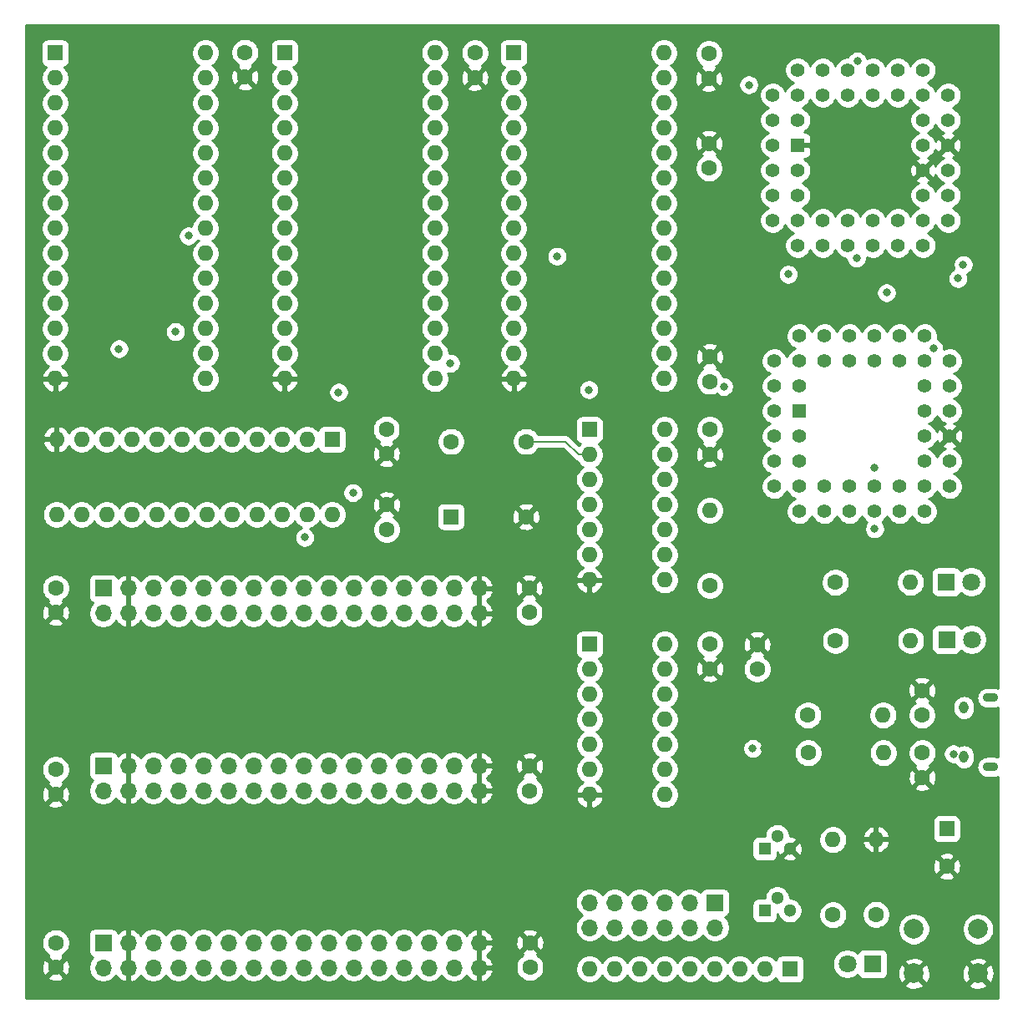
<source format=gbr>
%TF.GenerationSoftware,KiCad,Pcbnew,(5.1.9-0-10_14)*%
%TF.CreationDate,2021-09-07T10:39:34+02:00*%
%TF.ProjectId,n8 bit special,6e382062-6974-4207-9370-656369616c2e,2*%
%TF.SameCoordinates,Original*%
%TF.FileFunction,Copper,L2,Inr*%
%TF.FilePolarity,Positive*%
%FSLAX46Y46*%
G04 Gerber Fmt 4.6, Leading zero omitted, Abs format (unit mm)*
G04 Created by KiCad (PCBNEW (5.1.9-0-10_14)) date 2021-09-07 10:39:34*
%MOMM*%
%LPD*%
G01*
G04 APERTURE LIST*
%TA.AperFunction,ComponentPad*%
%ADD10C,1.600000*%
%TD*%
%TA.AperFunction,ComponentPad*%
%ADD11O,1.600000X1.600000*%
%TD*%
%TA.AperFunction,ComponentPad*%
%ADD12R,1.600000X1.600000*%
%TD*%
%TA.AperFunction,ComponentPad*%
%ADD13O,1.700000X1.700000*%
%TD*%
%TA.AperFunction,ComponentPad*%
%ADD14R,1.700000X1.700000*%
%TD*%
%TA.AperFunction,ComponentPad*%
%ADD15C,1.422400*%
%TD*%
%TA.AperFunction,ComponentPad*%
%ADD16R,1.422400X1.422400*%
%TD*%
%TA.AperFunction,ComponentPad*%
%ADD17C,1.800000*%
%TD*%
%TA.AperFunction,ComponentPad*%
%ADD18R,1.800000X1.800000*%
%TD*%
%TA.AperFunction,ComponentPad*%
%ADD19R,1.300000X1.300000*%
%TD*%
%TA.AperFunction,ComponentPad*%
%ADD20C,1.300000*%
%TD*%
%TA.AperFunction,ComponentPad*%
%ADD21O,1.550000X0.890000*%
%TD*%
%TA.AperFunction,ComponentPad*%
%ADD22O,0.950000X1.250000*%
%TD*%
%TA.AperFunction,ComponentPad*%
%ADD23C,2.000000*%
%TD*%
%TA.AperFunction,ViaPad*%
%ADD24C,0.800000*%
%TD*%
%TA.AperFunction,Conductor*%
%ADD25C,0.154000*%
%TD*%
%TA.AperFunction,Conductor*%
%ADD26C,0.254000*%
%TD*%
%TA.AperFunction,Conductor*%
%ADD27C,0.100000*%
%TD*%
G04 APERTURE END LIST*
D10*
%TO.N,GND*%
%TO.C,C20*%
X178562000Y-108003000D03*
%TO.N,USB_D+*%
X178562000Y-110503000D03*
%TD*%
%TO.N,GND*%
%TO.C,C19*%
X178587000Y-116825000D03*
%TO.N,USB_D-*%
X178587000Y-114325000D03*
%TD*%
%TO.N,GND*%
%TO.C,C9*%
X157048000Y-105789000D03*
%TO.N,+5V*%
X157048000Y-103289000D03*
%TD*%
D11*
%TO.N,+5V*%
%TO.C,U10*%
X152451000Y-81559400D03*
%TO.N,GND*%
X144831000Y-96799400D03*
%TO.N,~RES*%
X152451000Y-84099400D03*
%TO.N,~READ*%
X144831000Y-94259400D03*
%TO.N,~RES*%
X152451000Y-86639400D03*
%TO.N,R~W*%
X144831000Y-91719400D03*
%TO.N,UART_RES*%
X152451000Y-89179400D03*
%TO.N,CLK*%
X144831000Y-89179400D03*
%TO.N,R~W*%
X152451000Y-91719400D03*
%TO.N,~WRITE*%
X144831000Y-86639400D03*
%TO.N,R~W*%
X152451000Y-94259400D03*
%TO.N,CLK*%
X144831000Y-84099400D03*
%TO.N,Net-(U10-Pad1)*%
X152451000Y-96799400D03*
D12*
X144831000Y-81559400D03*
%TD*%
D11*
%TO.N,+5V*%
%TO.C,R2*%
X157036000Y-89733100D03*
D10*
%TO.N,~UART_IRQ*%
X157036000Y-97353100D03*
%TD*%
D13*
%TO.N,Net-(J6-Pad12)*%
%TO.C,J6*%
X144869000Y-132029000D03*
%TO.N,PORT2_NMI_PULLUP*%
X144869000Y-129489000D03*
%TO.N,Net-(J6-Pad10)*%
X147409000Y-132029000D03*
%TO.N,PORT2_IRQ_PULLUP*%
X147409000Y-129489000D03*
%TO.N,Net-(J6-Pad8)*%
X149949000Y-132029000D03*
%TO.N,PORT1_NMI_PULLUP*%
X149949000Y-129489000D03*
%TO.N,Net-(J6-Pad6)*%
X152489000Y-132029000D03*
%TO.N,PORT1_IRQ_PULLUP*%
X152489000Y-129489000D03*
%TO.N,Net-(J6-Pad4)*%
X155029000Y-132029000D03*
%TO.N,PORT0_NMI_PULLUP*%
X155029000Y-129489000D03*
%TO.N,Net-(J6-Pad2)*%
X157569000Y-132029000D03*
D14*
%TO.N,PORT0_IRQ_PULLUP*%
X157569000Y-129489000D03*
%TD*%
D15*
%TO.N,~UART_CS*%
%TO.C,U8*%
X166116000Y-72059800D03*
%TO.N,Net-(U8-Pad37)*%
X168656000Y-72059800D03*
%TO.N,RxD*%
X171196000Y-72059800D03*
%TO.N,TxD*%
X173736000Y-72059800D03*
%TO.N,Net-(U8-Pad31)*%
X176276000Y-72059800D03*
%TO.N,Net-(U8-Pad40)*%
X163576000Y-74599800D03*
%TO.N,UART_RES*%
X168656000Y-74599800D03*
%TO.N,CLK*%
X171196000Y-74599800D03*
%TO.N,Net-(U8-Pad34)*%
X173736000Y-74599800D03*
%TO.N,~RTS*%
X176276000Y-74599800D03*
%TO.N,Net-(U8-Pad30)*%
X178816000Y-74599800D03*
%TO.N,/D0*%
X181356000Y-74599800D03*
%TO.N,/D4*%
X181356000Y-77139800D03*
%TO.N,~UART_IRQ*%
X181356000Y-79679800D03*
%TO.N,GND*%
X181356000Y-82219800D03*
%TO.N,/D5*%
X181356000Y-84759800D03*
%TO.N,/D1*%
X181356000Y-87299800D03*
%TO.N,Net-(U8-Pad29)*%
X178816000Y-72059800D03*
%TO.N,/D2*%
X178816000Y-77139800D03*
%TO.N,/D6*%
X178816000Y-79679800D03*
%TO.N,Net-(U8-Pad23)*%
X178816000Y-82219800D03*
%TO.N,/D7*%
X178816000Y-84759800D03*
%TO.N,/D3*%
X178816000Y-87299800D03*
%TO.N,Net-(U8-Pad17)*%
X178816000Y-89839800D03*
%TO.N,Net-(U8-Pad15)*%
X176276000Y-89839800D03*
%TO.N,Net-(U8-Pad13)*%
X173736000Y-89839800D03*
%TO.N,Net-(U8-Pad11)*%
X171196000Y-89839800D03*
%TO.N,~WRITE*%
X168656000Y-89839800D03*
%TO.N,/A3*%
X166116000Y-89839800D03*
%TO.N,Net-(U8-Pad16)*%
X176276000Y-87299800D03*
%TO.N,Net-(U8-Pad14)*%
X173736000Y-87299800D03*
%TO.N,+5V*%
X171196000Y-87299800D03*
%TO.N,~READ*%
X168656000Y-87299800D03*
%TO.N,~CTS*%
X166116000Y-87299800D03*
%TO.N,Net-(U8-Pad42)*%
X163576000Y-77139800D03*
%TO.N,+5V*%
X163576000Y-79679800D03*
%TO.N,/A2*%
X163576000Y-87299800D03*
%TO.N,/A1*%
X163576000Y-84759800D03*
%TO.N,/A0*%
X163576000Y-82219800D03*
%TO.N,Net-(U8-Pad41)*%
X166116000Y-74599800D03*
%TO.N,Net-(U8-Pad43)*%
X166116000Y-77139800D03*
%TO.N,Net-(U8-Pad5)*%
X166116000Y-84759800D03*
%TO.N,Net-(U8-Pad3)*%
X166116000Y-82219800D03*
D16*
%TO.N,Net-(U8-Pad1)*%
X166116000Y-79679800D03*
%TD*%
D11*
%TO.N,USB_D+*%
%TO.C,R8*%
X174612000Y-110503000D03*
D10*
%TO.N,/F_USB_D+*%
X166992000Y-110503000D03*
%TD*%
D11*
%TO.N,USB_D-*%
%TO.C,R7*%
X174625000Y-114325000D03*
D10*
%TO.N,/F_USB_D-*%
X167005000Y-114325000D03*
%TD*%
D11*
%TO.N,Net-(D3-Pad2)*%
%TO.C,R6*%
X177399000Y-97038200D03*
D10*
%TO.N,+3V3*%
X169779000Y-97038200D03*
%TD*%
D11*
%TO.N,Net-(D2-Pad2)*%
%TO.C,R5*%
X177409000Y-102941000D03*
D10*
%TO.N,+3V3*%
X169789000Y-102941000D03*
%TD*%
D17*
%TO.N,Net-(D3-Pad2)*%
%TO.C,D3*%
X183566000Y-96977200D03*
D18*
%TO.N,Net-(D3-Pad1)*%
X181026000Y-96977200D03*
%TD*%
D17*
%TO.N,Net-(D2-Pad2)*%
%TO.C,D2*%
X183592000Y-102819000D03*
D18*
%TO.N,Net-(D2-Pad1)*%
X181052000Y-102819000D03*
%TD*%
D10*
%TO.N,GND*%
%TO.C,C18*%
X161844000Y-103327000D03*
%TO.N,+3V3*%
X161844000Y-105827000D03*
%TD*%
%TO.N,GND*%
%TO.C,C17*%
X157036000Y-74157200D03*
%TO.N,+5V*%
X157036000Y-76657200D03*
%TD*%
D15*
%TO.N,Net-(U1-Pad39)*%
%TO.C,U1*%
X165964000Y-45110400D03*
%TO.N,+5V*%
X168504000Y-45110400D03*
%TO.N,/D1*%
X171044000Y-45110400D03*
%TO.N,/D3*%
X173584000Y-45110400D03*
%TO.N,/D5*%
X176124000Y-45110400D03*
%TO.N,BE_PULLUP*%
X163424000Y-47650400D03*
%TO.N,R~W*%
X168504000Y-47650400D03*
%TO.N,/D0*%
X171044000Y-47650400D03*
%TO.N,/D2*%
X173584000Y-47650400D03*
%TO.N,/D4*%
X176124000Y-47650400D03*
%TO.N,/D6*%
X178664000Y-47650400D03*
%TO.N,/A15*%
X181204000Y-47650400D03*
%TO.N,/A13*%
X181204000Y-50190400D03*
%TO.N,GND*%
X181204000Y-52730400D03*
%TO.N,/A11*%
X181204000Y-55270400D03*
%TO.N,/A9*%
X181204000Y-57810400D03*
%TO.N,/A7*%
X181204000Y-60350400D03*
%TO.N,/D7*%
X178664000Y-45110400D03*
%TO.N,/A14*%
X178664000Y-50190400D03*
%TO.N,/A12*%
X178664000Y-52730400D03*
%TO.N,GND*%
X178664000Y-55270400D03*
%TO.N,/A10*%
X178664000Y-57810400D03*
%TO.N,/A8*%
X178664000Y-60350400D03*
%TO.N,/A6*%
X178664000Y-62890400D03*
%TO.N,/A4*%
X176124000Y-62890400D03*
%TO.N,/A2*%
X173584000Y-62890400D03*
%TO.N,/A1*%
X171044000Y-62890400D03*
%TO.N,+5V*%
X168504000Y-62890400D03*
%TO.N,~NMI*%
X165964000Y-62890400D03*
%TO.N,/A5*%
X176124000Y-60350400D03*
%TO.N,/A3*%
X173584000Y-60350400D03*
%TO.N,Net-(U1-Pad12)*%
X171044000Y-60350400D03*
%TO.N,/A0*%
X168504000Y-60350400D03*
%TO.N,Net-(U1-Pad8)*%
X165964000Y-60350400D03*
%TO.N,+5V*%
X163424000Y-50190400D03*
%TO.N,~RES*%
X163424000Y-52730400D03*
%TO.N,Net-(U1-Pad6)*%
X163424000Y-60350400D03*
%TO.N,Net-(U1-Pad4)*%
X163424000Y-57810400D03*
%TO.N,Net-(U1-Pad2)*%
X163424000Y-55270400D03*
%TO.N,CLK*%
X165964000Y-47650400D03*
%TO.N,Net-(U1-Pad43)*%
X165964000Y-50190400D03*
%TO.N,~IRQ*%
X165964000Y-57810400D03*
%TO.N,RDY_PULLUP*%
X165964000Y-55270400D03*
D16*
%TO.N,GND*%
X165964000Y-52730400D03*
%TD*%
D19*
%TO.N,Net-(D1-Pad2)*%
%TO.C,Q1*%
X162611000Y-130315000D03*
D20*
%TO.N,+5V*%
X165151000Y-130315000D03*
%TO.N,Net-(Q1-Pad2)*%
X163881000Y-129045000D03*
%TD*%
D11*
%TO.N,~RES*%
%TO.C,R4*%
X169532000Y-123126000D03*
D10*
%TO.N,Net-(Q1-Pad2)*%
X169532000Y-130746000D03*
%TD*%
%TO.N,+5V*%
%TO.C,C16*%
X124244000Y-81497800D03*
%TO.N,GND*%
X124244000Y-83997800D03*
%TD*%
%TO.N,GND*%
%TO.C,X1*%
X138405000Y-90373200D03*
%TO.N,CLK*%
X138405000Y-82753200D03*
%TO.N,+5V*%
X130785000Y-82753200D03*
D12*
%TO.N,Net-(X1-Pad1)*%
X130785000Y-90373200D03*
%TD*%
D21*
%TO.N,Net-(J1-Pad6)*%
%TO.C,J1*%
X185513000Y-108742000D03*
X185513000Y-115742000D03*
D22*
X182813000Y-109742000D03*
X182813000Y-114742000D03*
%TD*%
D10*
%TO.N,GND*%
%TO.C,C2*%
X181064000Y-125822000D03*
D12*
%TO.N,+5V*%
X181064000Y-122022000D03*
%TD*%
D10*
%TO.N,GND*%
%TO.C,C1*%
X157036000Y-84048600D03*
%TO.N,+5V*%
X157036000Y-81548600D03*
%TD*%
%TO.N,+5V*%
%TO.C,C3*%
X90723700Y-133563000D03*
%TO.N,GND*%
X90723700Y-136063000D03*
%TD*%
%TO.N,GND*%
%TO.C,C4*%
X138803000Y-133568000D03*
%TO.N,+5V*%
X138803000Y-136068000D03*
%TD*%
%TO.N,+5V*%
%TO.C,C7*%
X90723700Y-116016000D03*
%TO.N,GND*%
X90723700Y-118516000D03*
%TD*%
%TO.N,+5V*%
%TO.C,C8*%
X138770000Y-118161000D03*
%TO.N,GND*%
X138770000Y-115661000D03*
%TD*%
%TO.N,+5V*%
%TO.C,C5*%
X90723700Y-97601000D03*
%TO.N,GND*%
X90723700Y-100101000D03*
%TD*%
%TO.N,+5V*%
%TO.C,C6*%
X138719000Y-100101000D03*
%TO.N,GND*%
X138719000Y-97601000D03*
%TD*%
%TO.N,GND*%
%TO.C,C11*%
X156972000Y-52541800D03*
%TO.N,+5V*%
X156972000Y-55041800D03*
%TD*%
%TO.N,+5V*%
%TO.C,C12*%
X156947000Y-43459400D03*
%TO.N,GND*%
X156947000Y-45959400D03*
%TD*%
%TO.N,+5V*%
%TO.C,C13*%
X133223000Y-43370500D03*
%TO.N,GND*%
X133223000Y-45870500D03*
%TD*%
%TO.N,+5V*%
%TO.C,C14*%
X109918000Y-43307000D03*
%TO.N,GND*%
X109918000Y-45807000D03*
%TD*%
D18*
%TO.N,Net-(D1-Pad1)*%
%TO.C,D1*%
X173533000Y-135712000D03*
D17*
%TO.N,Net-(D1-Pad2)*%
X170993000Y-135712000D03*
%TD*%
D14*
%TO.N,+5V*%
%TO.C,J2*%
X95539600Y-97637600D03*
D13*
X95539600Y-100177600D03*
%TO.N,GND*%
X98079600Y-97637600D03*
X98079600Y-100177600D03*
%TO.N,/A0*%
X100619600Y-97637600D03*
%TO.N,/D0*%
X100619600Y-100177600D03*
%TO.N,/A1*%
X103159600Y-97637600D03*
%TO.N,/D1*%
X103159600Y-100177600D03*
%TO.N,/A2*%
X105699600Y-97637600D03*
%TO.N,/D2*%
X105699600Y-100177600D03*
%TO.N,/A3*%
X108239600Y-97637600D03*
%TO.N,/D3*%
X108239600Y-100177600D03*
%TO.N,/A4*%
X110779600Y-97637600D03*
%TO.N,/D4*%
X110779600Y-100177600D03*
%TO.N,/A5*%
X113319600Y-97637600D03*
%TO.N,/D5*%
X113319600Y-100177600D03*
%TO.N,~PORT0_CS*%
X115859600Y-97637600D03*
%TO.N,/D6*%
X115859600Y-100177600D03*
%TO.N,R~W*%
X118399600Y-97637600D03*
%TO.N,/D7*%
X118399600Y-100177600D03*
%TO.N,CLK*%
X120939600Y-97637600D03*
%TO.N,PORT0_IRQ_PULLUP*%
X120939600Y-100177600D03*
%TO.N,~RES*%
X123479600Y-97637600D03*
%TO.N,PORT0_NMI_PULLUP*%
X123479600Y-100177600D03*
%TO.N,FUTURE0*%
X126019600Y-97637600D03*
%TO.N,~READ*%
X126019600Y-100177600D03*
%TO.N,FUTURE1*%
X128559600Y-97637600D03*
%TO.N,~WRITE*%
X128559600Y-100177600D03*
%TO.N,+5V*%
X131099600Y-97637600D03*
X131099600Y-100177600D03*
%TO.N,GND*%
X133639600Y-97637600D03*
X133639600Y-100177600D03*
%TD*%
D14*
%TO.N,+5V*%
%TO.C,J3*%
X95541800Y-133560000D03*
D13*
X95541800Y-136100000D03*
%TO.N,GND*%
X98081800Y-133560000D03*
X98081800Y-136100000D03*
%TO.N,/A0*%
X100621800Y-133560000D03*
%TO.N,/D0*%
X100621800Y-136100000D03*
%TO.N,/A1*%
X103161800Y-133560000D03*
%TO.N,/D1*%
X103161800Y-136100000D03*
%TO.N,/A2*%
X105701800Y-133560000D03*
%TO.N,/D2*%
X105701800Y-136100000D03*
%TO.N,/A3*%
X108241800Y-133560000D03*
%TO.N,/D3*%
X108241800Y-136100000D03*
%TO.N,/A4*%
X110781800Y-133560000D03*
%TO.N,/D4*%
X110781800Y-136100000D03*
%TO.N,/A5*%
X113321800Y-133560000D03*
%TO.N,/D5*%
X113321800Y-136100000D03*
%TO.N,~PORT2_CS*%
X115861800Y-133560000D03*
%TO.N,/D6*%
X115861800Y-136100000D03*
%TO.N,R~W*%
X118401800Y-133560000D03*
%TO.N,/D7*%
X118401800Y-136100000D03*
%TO.N,CLK*%
X120941800Y-133560000D03*
%TO.N,PORT2_IRQ_PULLUP*%
X120941800Y-136100000D03*
%TO.N,~RES*%
X123481800Y-133560000D03*
%TO.N,PORT2_NMI_PULLUP*%
X123481800Y-136100000D03*
%TO.N,FUTURE0*%
X126021800Y-133560000D03*
%TO.N,~READ*%
X126021800Y-136100000D03*
%TO.N,FUTURE1*%
X128561800Y-133560000D03*
%TO.N,~WRITE*%
X128561800Y-136100000D03*
%TO.N,+5V*%
X131101800Y-133560000D03*
X131101800Y-136100000D03*
%TO.N,GND*%
X133641800Y-133560000D03*
X133641800Y-136100000D03*
%TD*%
%TO.N,GND*%
%TO.C,J4*%
X133639600Y-118143000D03*
X133639600Y-115603000D03*
%TO.N,+5V*%
X131099600Y-118143000D03*
X131099600Y-115603000D03*
%TO.N,~WRITE*%
X128559600Y-118143000D03*
%TO.N,FUTURE1*%
X128559600Y-115603000D03*
%TO.N,~READ*%
X126019600Y-118143000D03*
%TO.N,FUTURE0*%
X126019600Y-115603000D03*
%TO.N,PORT1_NMI_PULLUP*%
X123479600Y-118143000D03*
%TO.N,~RES*%
X123479600Y-115603000D03*
%TO.N,PORT1_IRQ_PULLUP*%
X120939600Y-118143000D03*
%TO.N,CLK*%
X120939600Y-115603000D03*
%TO.N,/D7*%
X118399600Y-118143000D03*
%TO.N,R~W*%
X118399600Y-115603000D03*
%TO.N,/D6*%
X115859600Y-118143000D03*
%TO.N,~PORT1_CS*%
X115859600Y-115603000D03*
%TO.N,/D5*%
X113319600Y-118143000D03*
%TO.N,/A5*%
X113319600Y-115603000D03*
%TO.N,/D4*%
X110779600Y-118143000D03*
%TO.N,/A4*%
X110779600Y-115603000D03*
%TO.N,/D3*%
X108239600Y-118143000D03*
%TO.N,/A3*%
X108239600Y-115603000D03*
%TO.N,/D2*%
X105699600Y-118143000D03*
%TO.N,/A2*%
X105699600Y-115603000D03*
%TO.N,/D1*%
X103159600Y-118143000D03*
%TO.N,/A1*%
X103159600Y-115603000D03*
%TO.N,/D0*%
X100619600Y-118143000D03*
%TO.N,/A0*%
X100619600Y-115603000D03*
%TO.N,GND*%
X98079600Y-118143000D03*
X98079600Y-115603000D03*
%TO.N,+5V*%
X95539600Y-118143000D03*
D14*
X95539600Y-115603000D03*
%TD*%
D10*
%TO.N,Net-(D1-Pad1)*%
%TO.C,R1*%
X173888000Y-130696000D03*
D11*
%TO.N,GND*%
X173888000Y-123076000D03*
%TD*%
D12*
%TO.N,+5V*%
%TO.C,RN1*%
X165176000Y-136233000D03*
D11*
%TO.N,RDY_PULLUP*%
X162636000Y-136233000D03*
%TO.N,BE_PULLUP*%
X160096000Y-136233000D03*
%TO.N,Net-(J6-Pad2)*%
X157556000Y-136233000D03*
%TO.N,Net-(J6-Pad4)*%
X155016000Y-136233000D03*
%TO.N,Net-(J6-Pad6)*%
X152476000Y-136233000D03*
%TO.N,Net-(J6-Pad8)*%
X149936000Y-136233000D03*
%TO.N,Net-(J6-Pad10)*%
X147396000Y-136233000D03*
%TO.N,Net-(J6-Pad12)*%
X144856000Y-136233000D03*
%TD*%
D20*
%TO.N,+5V*%
%TO.C,U7*%
X163881000Y-122758000D03*
%TO.N,GND*%
X165151000Y-124028000D03*
D19*
%TO.N,~RES*%
X162611000Y-124028000D03*
%TD*%
D12*
%TO.N,CLK*%
%TO.C,U6*%
X118745000Y-82537300D03*
D11*
%TO.N,R~W*%
X90805000Y-90157300D03*
%TO.N,/A6*%
X116205000Y-82537300D03*
%TO.N,FUTURE1*%
X93345000Y-90157300D03*
%TO.N,/A7*%
X113665000Y-82537300D03*
%TO.N,FUTURE0*%
X95885000Y-90157300D03*
%TO.N,/A8*%
X111125000Y-82537300D03*
%TO.N,Net-(U6-Pad16)*%
X98425000Y-90157300D03*
%TO.N,/A9*%
X108585000Y-82537300D03*
%TO.N,~UART_CS*%
X100965000Y-90157300D03*
%TO.N,/A10*%
X106045000Y-82537300D03*
%TO.N,~PORT2_CS*%
X103505000Y-90157300D03*
%TO.N,/A11*%
X103505000Y-82537300D03*
%TO.N,~PORT1_CS*%
X106045000Y-90157300D03*
%TO.N,/A12*%
X100965000Y-82537300D03*
%TO.N,~PORT0_CS*%
X108585000Y-90157300D03*
%TO.N,/A13*%
X98425000Y-82537300D03*
%TO.N,~RAM2_CS*%
X111125000Y-90157300D03*
%TO.N,/A14*%
X95885000Y-82537300D03*
%TO.N,~RAM1_CS*%
X113665000Y-90157300D03*
%TO.N,/A15*%
X93345000Y-82537300D03*
%TO.N,~ROM_CS*%
X116205000Y-90157300D03*
%TO.N,GND*%
X90805000Y-82537300D03*
%TO.N,+5V*%
X118745000Y-90157300D03*
%TD*%
D10*
%TO.N,GND*%
%TO.C,C15*%
X124282000Y-89179400D03*
%TO.N,+5V*%
X124282000Y-91679400D03*
%TD*%
D23*
%TO.N,GND*%
%TO.C,SW1*%
X177736000Y-136682000D03*
%TO.N,~RES*%
X177736000Y-132182000D03*
%TO.N,GND*%
X184236000Y-136682000D03*
%TO.N,~RES*%
X184236000Y-132182000D03*
%TD*%
D12*
%TO.N,/A14*%
%TO.C,U2*%
X137160000Y-43370500D03*
D11*
%TO.N,/D3*%
X152400000Y-76390500D03*
%TO.N,/A12*%
X137160000Y-45910500D03*
%TO.N,/D4*%
X152400000Y-73850500D03*
%TO.N,/A7*%
X137160000Y-48450500D03*
%TO.N,/D5*%
X152400000Y-71310500D03*
%TO.N,/A6*%
X137160000Y-50990500D03*
%TO.N,/D6*%
X152400000Y-68770500D03*
%TO.N,/A5*%
X137160000Y-53530500D03*
%TO.N,/D7*%
X152400000Y-66230500D03*
%TO.N,/A4*%
X137160000Y-56070500D03*
%TO.N,~RAM1_CS*%
X152400000Y-63690500D03*
%TO.N,/A3*%
X137160000Y-58610500D03*
%TO.N,/A10*%
X152400000Y-61150500D03*
%TO.N,/A2*%
X137160000Y-61150500D03*
%TO.N,~READ*%
X152400000Y-58610500D03*
%TO.N,/A1*%
X137160000Y-63690500D03*
%TO.N,/A11*%
X152400000Y-56070500D03*
%TO.N,/A0*%
X137160000Y-66230500D03*
%TO.N,/A9*%
X152400000Y-53530500D03*
%TO.N,/D0*%
X137160000Y-68770500D03*
%TO.N,/A8*%
X152400000Y-50990500D03*
%TO.N,/D1*%
X137160000Y-71310500D03*
%TO.N,/A13*%
X152400000Y-48450500D03*
%TO.N,/D2*%
X137160000Y-73850500D03*
%TO.N,~WRITE*%
X152400000Y-45910500D03*
%TO.N,GND*%
X137160000Y-76390500D03*
%TO.N,+5V*%
X152400000Y-43370500D03*
%TD*%
D12*
%TO.N,/A14*%
%TO.C,U3*%
X113919000Y-43370500D03*
D11*
%TO.N,/D3*%
X129159000Y-76390500D03*
%TO.N,/A12*%
X113919000Y-45910500D03*
%TO.N,/D4*%
X129159000Y-73850500D03*
%TO.N,/A7*%
X113919000Y-48450500D03*
%TO.N,/D5*%
X129159000Y-71310500D03*
%TO.N,/A6*%
X113919000Y-50990500D03*
%TO.N,/D6*%
X129159000Y-68770500D03*
%TO.N,/A5*%
X113919000Y-53530500D03*
%TO.N,/D7*%
X129159000Y-66230500D03*
%TO.N,/A4*%
X113919000Y-56070500D03*
%TO.N,~RAM2_CS*%
X129159000Y-63690500D03*
%TO.N,/A3*%
X113919000Y-58610500D03*
%TO.N,/A10*%
X129159000Y-61150500D03*
%TO.N,/A2*%
X113919000Y-61150500D03*
%TO.N,~READ*%
X129159000Y-58610500D03*
%TO.N,/A1*%
X113919000Y-63690500D03*
%TO.N,/A11*%
X129159000Y-56070500D03*
%TO.N,/A0*%
X113919000Y-66230500D03*
%TO.N,/A9*%
X129159000Y-53530500D03*
%TO.N,/D0*%
X113919000Y-68770500D03*
%TO.N,/A8*%
X129159000Y-50990500D03*
%TO.N,/D1*%
X113919000Y-71310500D03*
%TO.N,/A13*%
X129159000Y-48450500D03*
%TO.N,/D2*%
X113919000Y-73850500D03*
%TO.N,~WRITE*%
X129159000Y-45910500D03*
%TO.N,GND*%
X113919000Y-76390500D03*
%TO.N,+5V*%
X129159000Y-43370500D03*
%TD*%
%TO.N,+5V*%
%TO.C,U4*%
X105918000Y-43370500D03*
%TO.N,GND*%
X90678000Y-76390500D03*
%TO.N,+5V*%
X105918000Y-45910500D03*
%TO.N,/D2*%
X90678000Y-73850500D03*
%TO.N,/A13*%
X105918000Y-48450500D03*
%TO.N,/D1*%
X90678000Y-71310500D03*
%TO.N,/A8*%
X105918000Y-50990500D03*
%TO.N,/D0*%
X90678000Y-68770500D03*
%TO.N,/A9*%
X105918000Y-53530500D03*
%TO.N,/A0*%
X90678000Y-66230500D03*
%TO.N,/A11*%
X105918000Y-56070500D03*
%TO.N,/A1*%
X90678000Y-63690500D03*
%TO.N,~READ*%
X105918000Y-58610500D03*
%TO.N,/A2*%
X90678000Y-61150500D03*
%TO.N,/A10*%
X105918000Y-61150500D03*
%TO.N,/A3*%
X90678000Y-58610500D03*
%TO.N,~ROM_CS*%
X105918000Y-63690500D03*
%TO.N,/A4*%
X90678000Y-56070500D03*
%TO.N,/D7*%
X105918000Y-66230500D03*
%TO.N,/A5*%
X90678000Y-53530500D03*
%TO.N,/D6*%
X105918000Y-68770500D03*
%TO.N,/A6*%
X90678000Y-50990500D03*
%TO.N,/D5*%
X105918000Y-71310500D03*
%TO.N,/A7*%
X90678000Y-48450500D03*
%TO.N,/D4*%
X105918000Y-73850500D03*
%TO.N,/A12*%
X90678000Y-45910500D03*
%TO.N,/D3*%
X105918000Y-76390500D03*
D12*
%TO.N,/A14*%
X90678000Y-43370500D03*
%TD*%
%TO.N,PORT0_IRQ_PULLUP*%
%TO.C,U5*%
X144856000Y-103314000D03*
D11*
%TO.N,~NMI*%
X152476000Y-118554000D03*
%TO.N,PORT1_IRQ_PULLUP*%
X144856000Y-105854000D03*
%TO.N,PORT0_NMI_PULLUP*%
X152476000Y-116014000D03*
%TO.N,N/C*%
X144856000Y-108394000D03*
%TO.N,PORT1_NMI_PULLUP*%
X152476000Y-113474000D03*
%TO.N,PORT2_IRQ_PULLUP*%
X144856000Y-110934000D03*
%TO.N,N/C*%
X152476000Y-110934000D03*
%TO.N,~UART_IRQ*%
X144856000Y-113474000D03*
%TO.N,PORT2_NMI_PULLUP*%
X152476000Y-108394000D03*
%TO.N,~IRQ*%
X144856000Y-116014000D03*
%TO.N,+5V*%
X152476000Y-105854000D03*
%TO.N,GND*%
X144856000Y-118554000D03*
%TO.N,+5V*%
X152476000Y-103314000D03*
%TD*%
D24*
%TO.N,GND*%
X161728000Y-108660700D03*
X181512000Y-110717500D03*
X162523600Y-113854900D03*
%TO.N,+5V*%
X161391500Y-113866000D03*
X181735900Y-114429400D03*
X173730920Y-85440520D03*
X173751240Y-91607640D03*
%TO.N,/A0*%
X164995300Y-65802500D03*
%TO.N,/D0*%
X174970100Y-67672600D03*
%TO.N,/A2*%
X104190800Y-61910800D03*
X171923300Y-64169200D03*
%TO.N,/A3*%
X97137200Y-73352800D03*
%TO.N,/A4*%
X141549900Y-63974600D03*
%TO.N,/D5*%
X115976100Y-92477400D03*
X120867400Y-87955600D03*
%TO.N,/D6*%
X179732900Y-73329800D03*
%TO.N,/D7*%
X182209200Y-66230500D03*
%TO.N,/A13*%
X161002800Y-46598900D03*
%TO.N,/A15*%
X172001000Y-44192400D03*
X130750500Y-74821900D03*
%TO.N,~RAM2_CS*%
X119409400Y-77760900D03*
%TO.N,~RAM1_CS*%
X144788800Y-77508800D03*
%TO.N,BE_PULLUP*%
X182728100Y-64829200D03*
%TO.N,~UART_CS*%
X102865300Y-71638000D03*
%TO.N,UART_RES*%
X158459800Y-77196000D03*
%TD*%
D25*
%TO.N,CLK*%
X144831000Y-84099400D02*
X143753700Y-84099400D01*
X138405000Y-82753200D02*
X142407500Y-82753200D01*
X142407500Y-82753200D02*
X143753700Y-84099400D01*
%TD*%
D26*
%TO.N,GND*%
X186247485Y-40566480D02*
X186249390Y-40567055D01*
X186251154Y-40567993D01*
X186252699Y-40569253D01*
X186253969Y-40570788D01*
X186254915Y-40572538D01*
X186255507Y-40574450D01*
X186259000Y-40607683D01*
X186259001Y-107739759D01*
X186258298Y-107739383D01*
X186054717Y-107677627D01*
X185896051Y-107662000D01*
X185129949Y-107662000D01*
X184971283Y-107677627D01*
X184767702Y-107739383D01*
X184580081Y-107839668D01*
X184415630Y-107974630D01*
X184280668Y-108139081D01*
X184180383Y-108326702D01*
X184118627Y-108530283D01*
X184097775Y-108742000D01*
X184118627Y-108953717D01*
X184180383Y-109157298D01*
X184280668Y-109344919D01*
X184415630Y-109509370D01*
X184580081Y-109644332D01*
X184767702Y-109744617D01*
X184971283Y-109806373D01*
X185129949Y-109822000D01*
X185896051Y-109822000D01*
X186054717Y-109806373D01*
X186258298Y-109744617D01*
X186259001Y-109744241D01*
X186259001Y-114739759D01*
X186258298Y-114739383D01*
X186054717Y-114677627D01*
X185896051Y-114662000D01*
X185129949Y-114662000D01*
X184971283Y-114677627D01*
X184767702Y-114739383D01*
X184580081Y-114839668D01*
X184415630Y-114974630D01*
X184280668Y-115139081D01*
X184180383Y-115326702D01*
X184118627Y-115530283D01*
X184097775Y-115742000D01*
X184118627Y-115953717D01*
X184180383Y-116157298D01*
X184280668Y-116344919D01*
X184415630Y-116509370D01*
X184580081Y-116644332D01*
X184767702Y-116744617D01*
X184971283Y-116806373D01*
X185129949Y-116822000D01*
X185896051Y-116822000D01*
X186054717Y-116806373D01*
X186258298Y-116744617D01*
X186259001Y-116744241D01*
X186259001Y-139158484D01*
X186255520Y-139193983D01*
X186254944Y-139195892D01*
X186254007Y-139197654D01*
X186252747Y-139199199D01*
X186251213Y-139200468D01*
X186249460Y-139201416D01*
X186247550Y-139202007D01*
X186214318Y-139205500D01*
X87727006Y-139205500D01*
X87691517Y-139202020D01*
X87689608Y-139201444D01*
X87687846Y-139200507D01*
X87686301Y-139199247D01*
X87685032Y-139197713D01*
X87684084Y-139195960D01*
X87683493Y-139194050D01*
X87680000Y-139160818D01*
X87680000Y-137817413D01*
X176780192Y-137817413D01*
X176875956Y-138081814D01*
X177165571Y-138222704D01*
X177477108Y-138304384D01*
X177798595Y-138323718D01*
X178117675Y-138279961D01*
X178422088Y-138174795D01*
X178596044Y-138081814D01*
X178691808Y-137817413D01*
X183280192Y-137817413D01*
X183375956Y-138081814D01*
X183665571Y-138222704D01*
X183977108Y-138304384D01*
X184298595Y-138323718D01*
X184617675Y-138279961D01*
X184922088Y-138174795D01*
X185096044Y-138081814D01*
X185191808Y-137817413D01*
X184236000Y-136861605D01*
X183280192Y-137817413D01*
X178691808Y-137817413D01*
X177736000Y-136861605D01*
X176780192Y-137817413D01*
X87680000Y-137817413D01*
X87680000Y-137055702D01*
X89910603Y-137055702D01*
X89982186Y-137299671D01*
X90237696Y-137420571D01*
X90511884Y-137489300D01*
X90794212Y-137503217D01*
X91073830Y-137461787D01*
X91339992Y-137366603D01*
X91465214Y-137299671D01*
X91536797Y-137055702D01*
X90723700Y-136242605D01*
X89910603Y-137055702D01*
X87680000Y-137055702D01*
X87680000Y-136133512D01*
X89283483Y-136133512D01*
X89324913Y-136413130D01*
X89420097Y-136679292D01*
X89487029Y-136804514D01*
X89730998Y-136876097D01*
X90544095Y-136063000D01*
X90903305Y-136063000D01*
X91716402Y-136876097D01*
X91960371Y-136804514D01*
X92081271Y-136549004D01*
X92150000Y-136274816D01*
X92163917Y-135992488D01*
X92122487Y-135712870D01*
X92027303Y-135446708D01*
X91960371Y-135321486D01*
X91716402Y-135249903D01*
X90903305Y-136063000D01*
X90544095Y-136063000D01*
X89730998Y-135249903D01*
X89487029Y-135321486D01*
X89366129Y-135576996D01*
X89297400Y-135851184D01*
X89283483Y-136133512D01*
X87680000Y-136133512D01*
X87680000Y-133421665D01*
X89288700Y-133421665D01*
X89288700Y-133704335D01*
X89343847Y-133981574D01*
X89452020Y-134242727D01*
X89609063Y-134477759D01*
X89808941Y-134677637D01*
X90009569Y-134811692D01*
X89982186Y-134826329D01*
X89910603Y-135070298D01*
X90723700Y-135883395D01*
X91536797Y-135070298D01*
X91465214Y-134826329D01*
X91436359Y-134812676D01*
X91638459Y-134677637D01*
X91838337Y-134477759D01*
X91995380Y-134242727D01*
X92103553Y-133981574D01*
X92158700Y-133704335D01*
X92158700Y-133421665D01*
X92103553Y-133144426D01*
X91995380Y-132883273D01*
X91879603Y-132710000D01*
X94053728Y-132710000D01*
X94053728Y-134410000D01*
X94065988Y-134534482D01*
X94102298Y-134654180D01*
X94161263Y-134764494D01*
X94240615Y-134861185D01*
X94337306Y-134940537D01*
X94447620Y-134999502D01*
X94520180Y-135021513D01*
X94388325Y-135153368D01*
X94225810Y-135396589D01*
X94113868Y-135666842D01*
X94056800Y-135953740D01*
X94056800Y-136246260D01*
X94113868Y-136533158D01*
X94225810Y-136803411D01*
X94388325Y-137046632D01*
X94595168Y-137253475D01*
X94838389Y-137415990D01*
X95108642Y-137527932D01*
X95395540Y-137585000D01*
X95688060Y-137585000D01*
X95974958Y-137527932D01*
X96245211Y-137415990D01*
X96488432Y-137253475D01*
X96695275Y-137046632D01*
X96816995Y-136864466D01*
X96886622Y-136981355D01*
X97081531Y-137197588D01*
X97314880Y-137371641D01*
X97577701Y-137496825D01*
X97724910Y-137541476D01*
X97954800Y-137420155D01*
X97954800Y-136227000D01*
X97934800Y-136227000D01*
X97934800Y-135973000D01*
X97954800Y-135973000D01*
X97954800Y-133687000D01*
X97934800Y-133687000D01*
X97934800Y-133433000D01*
X97954800Y-133433000D01*
X97954800Y-132239845D01*
X98208800Y-132239845D01*
X98208800Y-133433000D01*
X98228800Y-133433000D01*
X98228800Y-133687000D01*
X98208800Y-133687000D01*
X98208800Y-135973000D01*
X98228800Y-135973000D01*
X98228800Y-136227000D01*
X98208800Y-136227000D01*
X98208800Y-137420155D01*
X98438690Y-137541476D01*
X98585899Y-137496825D01*
X98848720Y-137371641D01*
X99082069Y-137197588D01*
X99276978Y-136981355D01*
X99346605Y-136864466D01*
X99468325Y-137046632D01*
X99675168Y-137253475D01*
X99918389Y-137415990D01*
X100188642Y-137527932D01*
X100475540Y-137585000D01*
X100768060Y-137585000D01*
X101054958Y-137527932D01*
X101325211Y-137415990D01*
X101568432Y-137253475D01*
X101775275Y-137046632D01*
X101891800Y-136872240D01*
X102008325Y-137046632D01*
X102215168Y-137253475D01*
X102458389Y-137415990D01*
X102728642Y-137527932D01*
X103015540Y-137585000D01*
X103308060Y-137585000D01*
X103594958Y-137527932D01*
X103865211Y-137415990D01*
X104108432Y-137253475D01*
X104315275Y-137046632D01*
X104431800Y-136872240D01*
X104548325Y-137046632D01*
X104755168Y-137253475D01*
X104998389Y-137415990D01*
X105268642Y-137527932D01*
X105555540Y-137585000D01*
X105848060Y-137585000D01*
X106134958Y-137527932D01*
X106405211Y-137415990D01*
X106648432Y-137253475D01*
X106855275Y-137046632D01*
X106971800Y-136872240D01*
X107088325Y-137046632D01*
X107295168Y-137253475D01*
X107538389Y-137415990D01*
X107808642Y-137527932D01*
X108095540Y-137585000D01*
X108388060Y-137585000D01*
X108674958Y-137527932D01*
X108945211Y-137415990D01*
X109188432Y-137253475D01*
X109395275Y-137046632D01*
X109511800Y-136872240D01*
X109628325Y-137046632D01*
X109835168Y-137253475D01*
X110078389Y-137415990D01*
X110348642Y-137527932D01*
X110635540Y-137585000D01*
X110928060Y-137585000D01*
X111214958Y-137527932D01*
X111485211Y-137415990D01*
X111728432Y-137253475D01*
X111935275Y-137046632D01*
X112051800Y-136872240D01*
X112168325Y-137046632D01*
X112375168Y-137253475D01*
X112618389Y-137415990D01*
X112888642Y-137527932D01*
X113175540Y-137585000D01*
X113468060Y-137585000D01*
X113754958Y-137527932D01*
X114025211Y-137415990D01*
X114268432Y-137253475D01*
X114475275Y-137046632D01*
X114591800Y-136872240D01*
X114708325Y-137046632D01*
X114915168Y-137253475D01*
X115158389Y-137415990D01*
X115428642Y-137527932D01*
X115715540Y-137585000D01*
X116008060Y-137585000D01*
X116294958Y-137527932D01*
X116565211Y-137415990D01*
X116808432Y-137253475D01*
X117015275Y-137046632D01*
X117131800Y-136872240D01*
X117248325Y-137046632D01*
X117455168Y-137253475D01*
X117698389Y-137415990D01*
X117968642Y-137527932D01*
X118255540Y-137585000D01*
X118548060Y-137585000D01*
X118834958Y-137527932D01*
X119105211Y-137415990D01*
X119348432Y-137253475D01*
X119555275Y-137046632D01*
X119671800Y-136872240D01*
X119788325Y-137046632D01*
X119995168Y-137253475D01*
X120238389Y-137415990D01*
X120508642Y-137527932D01*
X120795540Y-137585000D01*
X121088060Y-137585000D01*
X121374958Y-137527932D01*
X121645211Y-137415990D01*
X121888432Y-137253475D01*
X122095275Y-137046632D01*
X122211800Y-136872240D01*
X122328325Y-137046632D01*
X122535168Y-137253475D01*
X122778389Y-137415990D01*
X123048642Y-137527932D01*
X123335540Y-137585000D01*
X123628060Y-137585000D01*
X123914958Y-137527932D01*
X124185211Y-137415990D01*
X124428432Y-137253475D01*
X124635275Y-137046632D01*
X124751800Y-136872240D01*
X124868325Y-137046632D01*
X125075168Y-137253475D01*
X125318389Y-137415990D01*
X125588642Y-137527932D01*
X125875540Y-137585000D01*
X126168060Y-137585000D01*
X126454958Y-137527932D01*
X126725211Y-137415990D01*
X126968432Y-137253475D01*
X127175275Y-137046632D01*
X127291800Y-136872240D01*
X127408325Y-137046632D01*
X127615168Y-137253475D01*
X127858389Y-137415990D01*
X128128642Y-137527932D01*
X128415540Y-137585000D01*
X128708060Y-137585000D01*
X128994958Y-137527932D01*
X129265211Y-137415990D01*
X129508432Y-137253475D01*
X129715275Y-137046632D01*
X129831800Y-136872240D01*
X129948325Y-137046632D01*
X130155168Y-137253475D01*
X130398389Y-137415990D01*
X130668642Y-137527932D01*
X130955540Y-137585000D01*
X131248060Y-137585000D01*
X131534958Y-137527932D01*
X131805211Y-137415990D01*
X132048432Y-137253475D01*
X132255275Y-137046632D01*
X132376995Y-136864466D01*
X132446622Y-136981355D01*
X132641531Y-137197588D01*
X132874880Y-137371641D01*
X133137701Y-137496825D01*
X133284910Y-137541476D01*
X133514800Y-137420155D01*
X133514800Y-136227000D01*
X133768800Y-136227000D01*
X133768800Y-137420155D01*
X133998690Y-137541476D01*
X134145899Y-137496825D01*
X134408720Y-137371641D01*
X134642069Y-137197588D01*
X134836978Y-136981355D01*
X134985957Y-136731252D01*
X135083281Y-136456891D01*
X134962614Y-136227000D01*
X133768800Y-136227000D01*
X133514800Y-136227000D01*
X133494800Y-136227000D01*
X133494800Y-135973000D01*
X133514800Y-135973000D01*
X133514800Y-133687000D01*
X133768800Y-133687000D01*
X133768800Y-135973000D01*
X134962614Y-135973000D01*
X134986934Y-135926665D01*
X137368000Y-135926665D01*
X137368000Y-136209335D01*
X137423147Y-136486574D01*
X137531320Y-136747727D01*
X137688363Y-136982759D01*
X137888241Y-137182637D01*
X138123273Y-137339680D01*
X138384426Y-137447853D01*
X138661665Y-137503000D01*
X138944335Y-137503000D01*
X139221574Y-137447853D01*
X139482727Y-137339680D01*
X139717759Y-137182637D01*
X139917637Y-136982759D01*
X140074680Y-136747727D01*
X140182853Y-136486574D01*
X140238000Y-136209335D01*
X140238000Y-136091665D01*
X143421000Y-136091665D01*
X143421000Y-136374335D01*
X143476147Y-136651574D01*
X143584320Y-136912727D01*
X143741363Y-137147759D01*
X143941241Y-137347637D01*
X144176273Y-137504680D01*
X144437426Y-137612853D01*
X144714665Y-137668000D01*
X144997335Y-137668000D01*
X145274574Y-137612853D01*
X145535727Y-137504680D01*
X145770759Y-137347637D01*
X145970637Y-137147759D01*
X146126000Y-136915241D01*
X146281363Y-137147759D01*
X146481241Y-137347637D01*
X146716273Y-137504680D01*
X146977426Y-137612853D01*
X147254665Y-137668000D01*
X147537335Y-137668000D01*
X147814574Y-137612853D01*
X148075727Y-137504680D01*
X148310759Y-137347637D01*
X148510637Y-137147759D01*
X148666000Y-136915241D01*
X148821363Y-137147759D01*
X149021241Y-137347637D01*
X149256273Y-137504680D01*
X149517426Y-137612853D01*
X149794665Y-137668000D01*
X150077335Y-137668000D01*
X150354574Y-137612853D01*
X150615727Y-137504680D01*
X150850759Y-137347637D01*
X151050637Y-137147759D01*
X151206000Y-136915241D01*
X151361363Y-137147759D01*
X151561241Y-137347637D01*
X151796273Y-137504680D01*
X152057426Y-137612853D01*
X152334665Y-137668000D01*
X152617335Y-137668000D01*
X152894574Y-137612853D01*
X153155727Y-137504680D01*
X153390759Y-137347637D01*
X153590637Y-137147759D01*
X153746000Y-136915241D01*
X153901363Y-137147759D01*
X154101241Y-137347637D01*
X154336273Y-137504680D01*
X154597426Y-137612853D01*
X154874665Y-137668000D01*
X155157335Y-137668000D01*
X155434574Y-137612853D01*
X155695727Y-137504680D01*
X155930759Y-137347637D01*
X156130637Y-137147759D01*
X156286000Y-136915241D01*
X156441363Y-137147759D01*
X156641241Y-137347637D01*
X156876273Y-137504680D01*
X157137426Y-137612853D01*
X157414665Y-137668000D01*
X157697335Y-137668000D01*
X157974574Y-137612853D01*
X158235727Y-137504680D01*
X158470759Y-137347637D01*
X158670637Y-137147759D01*
X158826000Y-136915241D01*
X158981363Y-137147759D01*
X159181241Y-137347637D01*
X159416273Y-137504680D01*
X159677426Y-137612853D01*
X159954665Y-137668000D01*
X160237335Y-137668000D01*
X160514574Y-137612853D01*
X160775727Y-137504680D01*
X161010759Y-137347637D01*
X161210637Y-137147759D01*
X161366000Y-136915241D01*
X161521363Y-137147759D01*
X161721241Y-137347637D01*
X161956273Y-137504680D01*
X162217426Y-137612853D01*
X162494665Y-137668000D01*
X162777335Y-137668000D01*
X163054574Y-137612853D01*
X163315727Y-137504680D01*
X163550759Y-137347637D01*
X163749357Y-137149039D01*
X163750188Y-137157482D01*
X163786498Y-137277180D01*
X163845463Y-137387494D01*
X163924815Y-137484185D01*
X164021506Y-137563537D01*
X164131820Y-137622502D01*
X164251518Y-137658812D01*
X164376000Y-137671072D01*
X165976000Y-137671072D01*
X166100482Y-137658812D01*
X166220180Y-137622502D01*
X166330494Y-137563537D01*
X166427185Y-137484185D01*
X166506537Y-137387494D01*
X166565502Y-137277180D01*
X166601812Y-137157482D01*
X166614072Y-137033000D01*
X166614072Y-135560816D01*
X169458000Y-135560816D01*
X169458000Y-135863184D01*
X169516989Y-136159743D01*
X169632701Y-136439095D01*
X169800688Y-136690505D01*
X170014495Y-136904312D01*
X170265905Y-137072299D01*
X170545257Y-137188011D01*
X170841816Y-137247000D01*
X171144184Y-137247000D01*
X171440743Y-137188011D01*
X171720095Y-137072299D01*
X171971505Y-136904312D01*
X172037944Y-136837873D01*
X172043498Y-136856180D01*
X172102463Y-136966494D01*
X172181815Y-137063185D01*
X172278506Y-137142537D01*
X172388820Y-137201502D01*
X172508518Y-137237812D01*
X172633000Y-137250072D01*
X174433000Y-137250072D01*
X174557482Y-137237812D01*
X174677180Y-137201502D01*
X174787494Y-137142537D01*
X174884185Y-137063185D01*
X174963537Y-136966494D01*
X175022502Y-136856180D01*
X175056350Y-136744595D01*
X176094282Y-136744595D01*
X176138039Y-137063675D01*
X176243205Y-137368088D01*
X176336186Y-137542044D01*
X176600587Y-137637808D01*
X177556395Y-136682000D01*
X177915605Y-136682000D01*
X178871413Y-137637808D01*
X179135814Y-137542044D01*
X179276704Y-137252429D01*
X179358384Y-136940892D01*
X179370189Y-136744595D01*
X182594282Y-136744595D01*
X182638039Y-137063675D01*
X182743205Y-137368088D01*
X182836186Y-137542044D01*
X183100587Y-137637808D01*
X184056395Y-136682000D01*
X184415605Y-136682000D01*
X185371413Y-137637808D01*
X185635814Y-137542044D01*
X185776704Y-137252429D01*
X185858384Y-136940892D01*
X185877718Y-136619405D01*
X185833961Y-136300325D01*
X185728795Y-135995912D01*
X185635814Y-135821956D01*
X185371413Y-135726192D01*
X184415605Y-136682000D01*
X184056395Y-136682000D01*
X183100587Y-135726192D01*
X182836186Y-135821956D01*
X182695296Y-136111571D01*
X182613616Y-136423108D01*
X182594282Y-136744595D01*
X179370189Y-136744595D01*
X179377718Y-136619405D01*
X179333961Y-136300325D01*
X179228795Y-135995912D01*
X179135814Y-135821956D01*
X178871413Y-135726192D01*
X177915605Y-136682000D01*
X177556395Y-136682000D01*
X176600587Y-135726192D01*
X176336186Y-135821956D01*
X176195296Y-136111571D01*
X176113616Y-136423108D01*
X176094282Y-136744595D01*
X175056350Y-136744595D01*
X175058812Y-136736482D01*
X175071072Y-136612000D01*
X175071072Y-135546587D01*
X176780192Y-135546587D01*
X177736000Y-136502395D01*
X178691808Y-135546587D01*
X183280192Y-135546587D01*
X184236000Y-136502395D01*
X185191808Y-135546587D01*
X185096044Y-135282186D01*
X184806429Y-135141296D01*
X184494892Y-135059616D01*
X184173405Y-135040282D01*
X183854325Y-135084039D01*
X183549912Y-135189205D01*
X183375956Y-135282186D01*
X183280192Y-135546587D01*
X178691808Y-135546587D01*
X178596044Y-135282186D01*
X178306429Y-135141296D01*
X177994892Y-135059616D01*
X177673405Y-135040282D01*
X177354325Y-135084039D01*
X177049912Y-135189205D01*
X176875956Y-135282186D01*
X176780192Y-135546587D01*
X175071072Y-135546587D01*
X175071072Y-134812000D01*
X175058812Y-134687518D01*
X175022502Y-134567820D01*
X174963537Y-134457506D01*
X174884185Y-134360815D01*
X174787494Y-134281463D01*
X174677180Y-134222498D01*
X174557482Y-134186188D01*
X174433000Y-134173928D01*
X172633000Y-134173928D01*
X172508518Y-134186188D01*
X172388820Y-134222498D01*
X172278506Y-134281463D01*
X172181815Y-134360815D01*
X172102463Y-134457506D01*
X172043498Y-134567820D01*
X172037944Y-134586127D01*
X171971505Y-134519688D01*
X171720095Y-134351701D01*
X171440743Y-134235989D01*
X171144184Y-134177000D01*
X170841816Y-134177000D01*
X170545257Y-134235989D01*
X170265905Y-134351701D01*
X170014495Y-134519688D01*
X169800688Y-134733495D01*
X169632701Y-134984905D01*
X169516989Y-135264257D01*
X169458000Y-135560816D01*
X166614072Y-135560816D01*
X166614072Y-135433000D01*
X166601812Y-135308518D01*
X166565502Y-135188820D01*
X166506537Y-135078506D01*
X166427185Y-134981815D01*
X166330494Y-134902463D01*
X166220180Y-134843498D01*
X166100482Y-134807188D01*
X165976000Y-134794928D01*
X164376000Y-134794928D01*
X164251518Y-134807188D01*
X164131820Y-134843498D01*
X164021506Y-134902463D01*
X163924815Y-134981815D01*
X163845463Y-135078506D01*
X163786498Y-135188820D01*
X163750188Y-135308518D01*
X163749357Y-135316961D01*
X163550759Y-135118363D01*
X163315727Y-134961320D01*
X163054574Y-134853147D01*
X162777335Y-134798000D01*
X162494665Y-134798000D01*
X162217426Y-134853147D01*
X161956273Y-134961320D01*
X161721241Y-135118363D01*
X161521363Y-135318241D01*
X161366000Y-135550759D01*
X161210637Y-135318241D01*
X161010759Y-135118363D01*
X160775727Y-134961320D01*
X160514574Y-134853147D01*
X160237335Y-134798000D01*
X159954665Y-134798000D01*
X159677426Y-134853147D01*
X159416273Y-134961320D01*
X159181241Y-135118363D01*
X158981363Y-135318241D01*
X158826000Y-135550759D01*
X158670637Y-135318241D01*
X158470759Y-135118363D01*
X158235727Y-134961320D01*
X157974574Y-134853147D01*
X157697335Y-134798000D01*
X157414665Y-134798000D01*
X157137426Y-134853147D01*
X156876273Y-134961320D01*
X156641241Y-135118363D01*
X156441363Y-135318241D01*
X156286000Y-135550759D01*
X156130637Y-135318241D01*
X155930759Y-135118363D01*
X155695727Y-134961320D01*
X155434574Y-134853147D01*
X155157335Y-134798000D01*
X154874665Y-134798000D01*
X154597426Y-134853147D01*
X154336273Y-134961320D01*
X154101241Y-135118363D01*
X153901363Y-135318241D01*
X153746000Y-135550759D01*
X153590637Y-135318241D01*
X153390759Y-135118363D01*
X153155727Y-134961320D01*
X152894574Y-134853147D01*
X152617335Y-134798000D01*
X152334665Y-134798000D01*
X152057426Y-134853147D01*
X151796273Y-134961320D01*
X151561241Y-135118363D01*
X151361363Y-135318241D01*
X151206000Y-135550759D01*
X151050637Y-135318241D01*
X150850759Y-135118363D01*
X150615727Y-134961320D01*
X150354574Y-134853147D01*
X150077335Y-134798000D01*
X149794665Y-134798000D01*
X149517426Y-134853147D01*
X149256273Y-134961320D01*
X149021241Y-135118363D01*
X148821363Y-135318241D01*
X148666000Y-135550759D01*
X148510637Y-135318241D01*
X148310759Y-135118363D01*
X148075727Y-134961320D01*
X147814574Y-134853147D01*
X147537335Y-134798000D01*
X147254665Y-134798000D01*
X146977426Y-134853147D01*
X146716273Y-134961320D01*
X146481241Y-135118363D01*
X146281363Y-135318241D01*
X146126000Y-135550759D01*
X145970637Y-135318241D01*
X145770759Y-135118363D01*
X145535727Y-134961320D01*
X145274574Y-134853147D01*
X144997335Y-134798000D01*
X144714665Y-134798000D01*
X144437426Y-134853147D01*
X144176273Y-134961320D01*
X143941241Y-135118363D01*
X143741363Y-135318241D01*
X143584320Y-135553273D01*
X143476147Y-135814426D01*
X143421000Y-136091665D01*
X140238000Y-136091665D01*
X140238000Y-135926665D01*
X140182853Y-135649426D01*
X140074680Y-135388273D01*
X139917637Y-135153241D01*
X139717759Y-134953363D01*
X139517131Y-134819308D01*
X139544514Y-134804671D01*
X139616097Y-134560702D01*
X138803000Y-133747605D01*
X137989903Y-134560702D01*
X138061486Y-134804671D01*
X138090341Y-134818324D01*
X137888241Y-134953363D01*
X137688363Y-135153241D01*
X137531320Y-135388273D01*
X137423147Y-135649426D01*
X137368000Y-135926665D01*
X134986934Y-135926665D01*
X135083281Y-135743109D01*
X134985957Y-135468748D01*
X134836978Y-135218645D01*
X134642069Y-135002412D01*
X134410920Y-134830000D01*
X134642069Y-134657588D01*
X134836978Y-134441355D01*
X134985957Y-134191252D01*
X135083281Y-133916891D01*
X134962614Y-133687000D01*
X133768800Y-133687000D01*
X133514800Y-133687000D01*
X133494800Y-133687000D01*
X133494800Y-133638512D01*
X137362783Y-133638512D01*
X137404213Y-133918130D01*
X137499397Y-134184292D01*
X137566329Y-134309514D01*
X137810298Y-134381097D01*
X138623395Y-133568000D01*
X138982605Y-133568000D01*
X139795702Y-134381097D01*
X140039671Y-134309514D01*
X140160571Y-134054004D01*
X140229300Y-133779816D01*
X140243217Y-133497488D01*
X140201787Y-133217870D01*
X140106603Y-132951708D01*
X140039671Y-132826486D01*
X139795702Y-132754903D01*
X138982605Y-133568000D01*
X138623395Y-133568000D01*
X137810298Y-132754903D01*
X137566329Y-132826486D01*
X137445429Y-133081996D01*
X137376700Y-133356184D01*
X137362783Y-133638512D01*
X133494800Y-133638512D01*
X133494800Y-133433000D01*
X133514800Y-133433000D01*
X133514800Y-132239845D01*
X133768800Y-132239845D01*
X133768800Y-133433000D01*
X134962614Y-133433000D01*
X135083281Y-133203109D01*
X134985957Y-132928748D01*
X134836978Y-132678645D01*
X134743823Y-132575298D01*
X137989903Y-132575298D01*
X138803000Y-133388395D01*
X139616097Y-132575298D01*
X139544514Y-132331329D01*
X139289004Y-132210429D01*
X139014816Y-132141700D01*
X138732488Y-132127783D01*
X138452870Y-132169213D01*
X138186708Y-132264397D01*
X138061486Y-132331329D01*
X137989903Y-132575298D01*
X134743823Y-132575298D01*
X134642069Y-132462412D01*
X134408720Y-132288359D01*
X134145899Y-132163175D01*
X133998690Y-132118524D01*
X133768800Y-132239845D01*
X133514800Y-132239845D01*
X133284910Y-132118524D01*
X133137701Y-132163175D01*
X132874880Y-132288359D01*
X132641531Y-132462412D01*
X132446622Y-132678645D01*
X132376995Y-132795534D01*
X132255275Y-132613368D01*
X132048432Y-132406525D01*
X131805211Y-132244010D01*
X131534958Y-132132068D01*
X131248060Y-132075000D01*
X130955540Y-132075000D01*
X130668642Y-132132068D01*
X130398389Y-132244010D01*
X130155168Y-132406525D01*
X129948325Y-132613368D01*
X129831800Y-132787760D01*
X129715275Y-132613368D01*
X129508432Y-132406525D01*
X129265211Y-132244010D01*
X128994958Y-132132068D01*
X128708060Y-132075000D01*
X128415540Y-132075000D01*
X128128642Y-132132068D01*
X127858389Y-132244010D01*
X127615168Y-132406525D01*
X127408325Y-132613368D01*
X127291800Y-132787760D01*
X127175275Y-132613368D01*
X126968432Y-132406525D01*
X126725211Y-132244010D01*
X126454958Y-132132068D01*
X126168060Y-132075000D01*
X125875540Y-132075000D01*
X125588642Y-132132068D01*
X125318389Y-132244010D01*
X125075168Y-132406525D01*
X124868325Y-132613368D01*
X124751800Y-132787760D01*
X124635275Y-132613368D01*
X124428432Y-132406525D01*
X124185211Y-132244010D01*
X123914958Y-132132068D01*
X123628060Y-132075000D01*
X123335540Y-132075000D01*
X123048642Y-132132068D01*
X122778389Y-132244010D01*
X122535168Y-132406525D01*
X122328325Y-132613368D01*
X122211800Y-132787760D01*
X122095275Y-132613368D01*
X121888432Y-132406525D01*
X121645211Y-132244010D01*
X121374958Y-132132068D01*
X121088060Y-132075000D01*
X120795540Y-132075000D01*
X120508642Y-132132068D01*
X120238389Y-132244010D01*
X119995168Y-132406525D01*
X119788325Y-132613368D01*
X119671800Y-132787760D01*
X119555275Y-132613368D01*
X119348432Y-132406525D01*
X119105211Y-132244010D01*
X118834958Y-132132068D01*
X118548060Y-132075000D01*
X118255540Y-132075000D01*
X117968642Y-132132068D01*
X117698389Y-132244010D01*
X117455168Y-132406525D01*
X117248325Y-132613368D01*
X117131800Y-132787760D01*
X117015275Y-132613368D01*
X116808432Y-132406525D01*
X116565211Y-132244010D01*
X116294958Y-132132068D01*
X116008060Y-132075000D01*
X115715540Y-132075000D01*
X115428642Y-132132068D01*
X115158389Y-132244010D01*
X114915168Y-132406525D01*
X114708325Y-132613368D01*
X114591800Y-132787760D01*
X114475275Y-132613368D01*
X114268432Y-132406525D01*
X114025211Y-132244010D01*
X113754958Y-132132068D01*
X113468060Y-132075000D01*
X113175540Y-132075000D01*
X112888642Y-132132068D01*
X112618389Y-132244010D01*
X112375168Y-132406525D01*
X112168325Y-132613368D01*
X112051800Y-132787760D01*
X111935275Y-132613368D01*
X111728432Y-132406525D01*
X111485211Y-132244010D01*
X111214958Y-132132068D01*
X110928060Y-132075000D01*
X110635540Y-132075000D01*
X110348642Y-132132068D01*
X110078389Y-132244010D01*
X109835168Y-132406525D01*
X109628325Y-132613368D01*
X109511800Y-132787760D01*
X109395275Y-132613368D01*
X109188432Y-132406525D01*
X108945211Y-132244010D01*
X108674958Y-132132068D01*
X108388060Y-132075000D01*
X108095540Y-132075000D01*
X107808642Y-132132068D01*
X107538389Y-132244010D01*
X107295168Y-132406525D01*
X107088325Y-132613368D01*
X106971800Y-132787760D01*
X106855275Y-132613368D01*
X106648432Y-132406525D01*
X106405211Y-132244010D01*
X106134958Y-132132068D01*
X105848060Y-132075000D01*
X105555540Y-132075000D01*
X105268642Y-132132068D01*
X104998389Y-132244010D01*
X104755168Y-132406525D01*
X104548325Y-132613368D01*
X104431800Y-132787760D01*
X104315275Y-132613368D01*
X104108432Y-132406525D01*
X103865211Y-132244010D01*
X103594958Y-132132068D01*
X103308060Y-132075000D01*
X103015540Y-132075000D01*
X102728642Y-132132068D01*
X102458389Y-132244010D01*
X102215168Y-132406525D01*
X102008325Y-132613368D01*
X101891800Y-132787760D01*
X101775275Y-132613368D01*
X101568432Y-132406525D01*
X101325211Y-132244010D01*
X101054958Y-132132068D01*
X100768060Y-132075000D01*
X100475540Y-132075000D01*
X100188642Y-132132068D01*
X99918389Y-132244010D01*
X99675168Y-132406525D01*
X99468325Y-132613368D01*
X99346605Y-132795534D01*
X99276978Y-132678645D01*
X99082069Y-132462412D01*
X98848720Y-132288359D01*
X98585899Y-132163175D01*
X98438690Y-132118524D01*
X98208800Y-132239845D01*
X97954800Y-132239845D01*
X97724910Y-132118524D01*
X97577701Y-132163175D01*
X97314880Y-132288359D01*
X97081531Y-132462412D01*
X97005766Y-132546466D01*
X96981302Y-132465820D01*
X96922337Y-132355506D01*
X96842985Y-132258815D01*
X96746294Y-132179463D01*
X96635980Y-132120498D01*
X96516282Y-132084188D01*
X96391800Y-132071928D01*
X94691800Y-132071928D01*
X94567318Y-132084188D01*
X94447620Y-132120498D01*
X94337306Y-132179463D01*
X94240615Y-132258815D01*
X94161263Y-132355506D01*
X94102298Y-132465820D01*
X94065988Y-132585518D01*
X94053728Y-132710000D01*
X91879603Y-132710000D01*
X91838337Y-132648241D01*
X91638459Y-132448363D01*
X91403427Y-132291320D01*
X91142274Y-132183147D01*
X90865035Y-132128000D01*
X90582365Y-132128000D01*
X90305126Y-132183147D01*
X90043973Y-132291320D01*
X89808941Y-132448363D01*
X89609063Y-132648241D01*
X89452020Y-132883273D01*
X89343847Y-133144426D01*
X89288700Y-133421665D01*
X87680000Y-133421665D01*
X87680000Y-129342740D01*
X143384000Y-129342740D01*
X143384000Y-129635260D01*
X143441068Y-129922158D01*
X143553010Y-130192411D01*
X143715525Y-130435632D01*
X143922368Y-130642475D01*
X144096760Y-130759000D01*
X143922368Y-130875525D01*
X143715525Y-131082368D01*
X143553010Y-131325589D01*
X143441068Y-131595842D01*
X143384000Y-131882740D01*
X143384000Y-132175260D01*
X143441068Y-132462158D01*
X143553010Y-132732411D01*
X143715525Y-132975632D01*
X143922368Y-133182475D01*
X144165589Y-133344990D01*
X144435842Y-133456932D01*
X144722740Y-133514000D01*
X145015260Y-133514000D01*
X145302158Y-133456932D01*
X145572411Y-133344990D01*
X145815632Y-133182475D01*
X146022475Y-132975632D01*
X146139000Y-132801240D01*
X146255525Y-132975632D01*
X146462368Y-133182475D01*
X146705589Y-133344990D01*
X146975842Y-133456932D01*
X147262740Y-133514000D01*
X147555260Y-133514000D01*
X147842158Y-133456932D01*
X148112411Y-133344990D01*
X148355632Y-133182475D01*
X148562475Y-132975632D01*
X148679000Y-132801240D01*
X148795525Y-132975632D01*
X149002368Y-133182475D01*
X149245589Y-133344990D01*
X149515842Y-133456932D01*
X149802740Y-133514000D01*
X150095260Y-133514000D01*
X150382158Y-133456932D01*
X150652411Y-133344990D01*
X150895632Y-133182475D01*
X151102475Y-132975632D01*
X151219000Y-132801240D01*
X151335525Y-132975632D01*
X151542368Y-133182475D01*
X151785589Y-133344990D01*
X152055842Y-133456932D01*
X152342740Y-133514000D01*
X152635260Y-133514000D01*
X152922158Y-133456932D01*
X153192411Y-133344990D01*
X153435632Y-133182475D01*
X153642475Y-132975632D01*
X153759000Y-132801240D01*
X153875525Y-132975632D01*
X154082368Y-133182475D01*
X154325589Y-133344990D01*
X154595842Y-133456932D01*
X154882740Y-133514000D01*
X155175260Y-133514000D01*
X155462158Y-133456932D01*
X155732411Y-133344990D01*
X155975632Y-133182475D01*
X156182475Y-132975632D01*
X156299000Y-132801240D01*
X156415525Y-132975632D01*
X156622368Y-133182475D01*
X156865589Y-133344990D01*
X157135842Y-133456932D01*
X157422740Y-133514000D01*
X157715260Y-133514000D01*
X158002158Y-133456932D01*
X158272411Y-133344990D01*
X158515632Y-133182475D01*
X158722475Y-132975632D01*
X158884990Y-132732411D01*
X158996932Y-132462158D01*
X159054000Y-132175260D01*
X159054000Y-131882740D01*
X158996932Y-131595842D01*
X158884990Y-131325589D01*
X158722475Y-131082368D01*
X158590620Y-130950513D01*
X158663180Y-130928502D01*
X158773494Y-130869537D01*
X158870185Y-130790185D01*
X158949537Y-130693494D01*
X159008502Y-130583180D01*
X159044812Y-130463482D01*
X159057072Y-130339000D01*
X159057072Y-129665000D01*
X161322928Y-129665000D01*
X161322928Y-130965000D01*
X161335188Y-131089482D01*
X161371498Y-131209180D01*
X161430463Y-131319494D01*
X161509815Y-131416185D01*
X161606506Y-131495537D01*
X161716820Y-131554502D01*
X161836518Y-131590812D01*
X161961000Y-131603072D01*
X163261000Y-131603072D01*
X163385482Y-131590812D01*
X163505180Y-131554502D01*
X163615494Y-131495537D01*
X163712185Y-131416185D01*
X163791537Y-131319494D01*
X163850502Y-131209180D01*
X163886812Y-131089482D01*
X163899072Y-130965000D01*
X163899072Y-130607828D01*
X163915381Y-130689821D01*
X164012247Y-130923676D01*
X164152875Y-131134140D01*
X164331860Y-131313125D01*
X164542324Y-131453753D01*
X164776179Y-131550619D01*
X165024439Y-131600000D01*
X165277561Y-131600000D01*
X165525821Y-131550619D01*
X165759676Y-131453753D01*
X165970140Y-131313125D01*
X166149125Y-131134140D01*
X166289753Y-130923676D01*
X166386619Y-130689821D01*
X166403557Y-130604665D01*
X168097000Y-130604665D01*
X168097000Y-130887335D01*
X168152147Y-131164574D01*
X168260320Y-131425727D01*
X168417363Y-131660759D01*
X168617241Y-131860637D01*
X168852273Y-132017680D01*
X169113426Y-132125853D01*
X169390665Y-132181000D01*
X169673335Y-132181000D01*
X169950574Y-132125853D01*
X170211727Y-132017680D01*
X170446759Y-131860637D01*
X170646637Y-131660759D01*
X170803680Y-131425727D01*
X170911853Y-131164574D01*
X170967000Y-130887335D01*
X170967000Y-130604665D01*
X170957055Y-130554665D01*
X172453000Y-130554665D01*
X172453000Y-130837335D01*
X172508147Y-131114574D01*
X172616320Y-131375727D01*
X172773363Y-131610759D01*
X172973241Y-131810637D01*
X173208273Y-131967680D01*
X173469426Y-132075853D01*
X173746665Y-132131000D01*
X174029335Y-132131000D01*
X174306574Y-132075853D01*
X174439080Y-132020967D01*
X176101000Y-132020967D01*
X176101000Y-132343033D01*
X176163832Y-132658912D01*
X176287082Y-132956463D01*
X176466013Y-133224252D01*
X176693748Y-133451987D01*
X176961537Y-133630918D01*
X177259088Y-133754168D01*
X177574967Y-133817000D01*
X177897033Y-133817000D01*
X178212912Y-133754168D01*
X178510463Y-133630918D01*
X178778252Y-133451987D01*
X179005987Y-133224252D01*
X179184918Y-132956463D01*
X179308168Y-132658912D01*
X179371000Y-132343033D01*
X179371000Y-132020967D01*
X182601000Y-132020967D01*
X182601000Y-132343033D01*
X182663832Y-132658912D01*
X182787082Y-132956463D01*
X182966013Y-133224252D01*
X183193748Y-133451987D01*
X183461537Y-133630918D01*
X183759088Y-133754168D01*
X184074967Y-133817000D01*
X184397033Y-133817000D01*
X184712912Y-133754168D01*
X185010463Y-133630918D01*
X185278252Y-133451987D01*
X185505987Y-133224252D01*
X185684918Y-132956463D01*
X185808168Y-132658912D01*
X185871000Y-132343033D01*
X185871000Y-132020967D01*
X185808168Y-131705088D01*
X185684918Y-131407537D01*
X185505987Y-131139748D01*
X185278252Y-130912013D01*
X185010463Y-130733082D01*
X184712912Y-130609832D01*
X184397033Y-130547000D01*
X184074967Y-130547000D01*
X183759088Y-130609832D01*
X183461537Y-130733082D01*
X183193748Y-130912013D01*
X182966013Y-131139748D01*
X182787082Y-131407537D01*
X182663832Y-131705088D01*
X182601000Y-132020967D01*
X179371000Y-132020967D01*
X179308168Y-131705088D01*
X179184918Y-131407537D01*
X179005987Y-131139748D01*
X178778252Y-130912013D01*
X178510463Y-130733082D01*
X178212912Y-130609832D01*
X177897033Y-130547000D01*
X177574967Y-130547000D01*
X177259088Y-130609832D01*
X176961537Y-130733082D01*
X176693748Y-130912013D01*
X176466013Y-131139748D01*
X176287082Y-131407537D01*
X176163832Y-131705088D01*
X176101000Y-132020967D01*
X174439080Y-132020967D01*
X174567727Y-131967680D01*
X174802759Y-131810637D01*
X175002637Y-131610759D01*
X175159680Y-131375727D01*
X175267853Y-131114574D01*
X175323000Y-130837335D01*
X175323000Y-130554665D01*
X175267853Y-130277426D01*
X175159680Y-130016273D01*
X175002637Y-129781241D01*
X174802759Y-129581363D01*
X174567727Y-129424320D01*
X174306574Y-129316147D01*
X174029335Y-129261000D01*
X173746665Y-129261000D01*
X173469426Y-129316147D01*
X173208273Y-129424320D01*
X172973241Y-129581363D01*
X172773363Y-129781241D01*
X172616320Y-130016273D01*
X172508147Y-130277426D01*
X172453000Y-130554665D01*
X170957055Y-130554665D01*
X170911853Y-130327426D01*
X170803680Y-130066273D01*
X170646637Y-129831241D01*
X170446759Y-129631363D01*
X170211727Y-129474320D01*
X169950574Y-129366147D01*
X169673335Y-129311000D01*
X169390665Y-129311000D01*
X169113426Y-129366147D01*
X168852273Y-129474320D01*
X168617241Y-129631363D01*
X168417363Y-129831241D01*
X168260320Y-130066273D01*
X168152147Y-130327426D01*
X168097000Y-130604665D01*
X166403557Y-130604665D01*
X166436000Y-130441561D01*
X166436000Y-130188439D01*
X166386619Y-129940179D01*
X166289753Y-129706324D01*
X166149125Y-129495860D01*
X165970140Y-129316875D01*
X165759676Y-129176247D01*
X165525821Y-129079381D01*
X165277561Y-129030000D01*
X165166000Y-129030000D01*
X165166000Y-128918439D01*
X165116619Y-128670179D01*
X165019753Y-128436324D01*
X164879125Y-128225860D01*
X164700140Y-128046875D01*
X164489676Y-127906247D01*
X164255821Y-127809381D01*
X164007561Y-127760000D01*
X163754439Y-127760000D01*
X163506179Y-127809381D01*
X163272324Y-127906247D01*
X163061860Y-128046875D01*
X162882875Y-128225860D01*
X162742247Y-128436324D01*
X162645381Y-128670179D01*
X162596000Y-128918439D01*
X162596000Y-129026928D01*
X161961000Y-129026928D01*
X161836518Y-129039188D01*
X161716820Y-129075498D01*
X161606506Y-129134463D01*
X161509815Y-129213815D01*
X161430463Y-129310506D01*
X161371498Y-129420820D01*
X161335188Y-129540518D01*
X161322928Y-129665000D01*
X159057072Y-129665000D01*
X159057072Y-128639000D01*
X159044812Y-128514518D01*
X159008502Y-128394820D01*
X158949537Y-128284506D01*
X158870185Y-128187815D01*
X158773494Y-128108463D01*
X158663180Y-128049498D01*
X158543482Y-128013188D01*
X158419000Y-128000928D01*
X156719000Y-128000928D01*
X156594518Y-128013188D01*
X156474820Y-128049498D01*
X156364506Y-128108463D01*
X156267815Y-128187815D01*
X156188463Y-128284506D01*
X156129498Y-128394820D01*
X156107487Y-128467380D01*
X155975632Y-128335525D01*
X155732411Y-128173010D01*
X155462158Y-128061068D01*
X155175260Y-128004000D01*
X154882740Y-128004000D01*
X154595842Y-128061068D01*
X154325589Y-128173010D01*
X154082368Y-128335525D01*
X153875525Y-128542368D01*
X153759000Y-128716760D01*
X153642475Y-128542368D01*
X153435632Y-128335525D01*
X153192411Y-128173010D01*
X152922158Y-128061068D01*
X152635260Y-128004000D01*
X152342740Y-128004000D01*
X152055842Y-128061068D01*
X151785589Y-128173010D01*
X151542368Y-128335525D01*
X151335525Y-128542368D01*
X151219000Y-128716760D01*
X151102475Y-128542368D01*
X150895632Y-128335525D01*
X150652411Y-128173010D01*
X150382158Y-128061068D01*
X150095260Y-128004000D01*
X149802740Y-128004000D01*
X149515842Y-128061068D01*
X149245589Y-128173010D01*
X149002368Y-128335525D01*
X148795525Y-128542368D01*
X148679000Y-128716760D01*
X148562475Y-128542368D01*
X148355632Y-128335525D01*
X148112411Y-128173010D01*
X147842158Y-128061068D01*
X147555260Y-128004000D01*
X147262740Y-128004000D01*
X146975842Y-128061068D01*
X146705589Y-128173010D01*
X146462368Y-128335525D01*
X146255525Y-128542368D01*
X146139000Y-128716760D01*
X146022475Y-128542368D01*
X145815632Y-128335525D01*
X145572411Y-128173010D01*
X145302158Y-128061068D01*
X145015260Y-128004000D01*
X144722740Y-128004000D01*
X144435842Y-128061068D01*
X144165589Y-128173010D01*
X143922368Y-128335525D01*
X143715525Y-128542368D01*
X143553010Y-128785589D01*
X143441068Y-129055842D01*
X143384000Y-129342740D01*
X87680000Y-129342740D01*
X87680000Y-126814702D01*
X180250903Y-126814702D01*
X180322486Y-127058671D01*
X180577996Y-127179571D01*
X180852184Y-127248300D01*
X181134512Y-127262217D01*
X181414130Y-127220787D01*
X181680292Y-127125603D01*
X181805514Y-127058671D01*
X181877097Y-126814702D01*
X181064000Y-126001605D01*
X180250903Y-126814702D01*
X87680000Y-126814702D01*
X87680000Y-125892512D01*
X179623783Y-125892512D01*
X179665213Y-126172130D01*
X179760397Y-126438292D01*
X179827329Y-126563514D01*
X180071298Y-126635097D01*
X180884395Y-125822000D01*
X181243605Y-125822000D01*
X182056702Y-126635097D01*
X182300671Y-126563514D01*
X182421571Y-126308004D01*
X182490300Y-126033816D01*
X182504217Y-125751488D01*
X182462787Y-125471870D01*
X182367603Y-125205708D01*
X182300671Y-125080486D01*
X182056702Y-125008903D01*
X181243605Y-125822000D01*
X180884395Y-125822000D01*
X180071298Y-125008903D01*
X179827329Y-125080486D01*
X179706429Y-125335996D01*
X179637700Y-125610184D01*
X179623783Y-125892512D01*
X87680000Y-125892512D01*
X87680000Y-123378000D01*
X161322928Y-123378000D01*
X161322928Y-124678000D01*
X161335188Y-124802482D01*
X161371498Y-124922180D01*
X161430463Y-125032494D01*
X161509815Y-125129185D01*
X161606506Y-125208537D01*
X161716820Y-125267502D01*
X161836518Y-125303812D01*
X161961000Y-125316072D01*
X163261000Y-125316072D01*
X163385482Y-125303812D01*
X163505180Y-125267502D01*
X163615494Y-125208537D01*
X163712185Y-125129185D01*
X163791537Y-125032494D01*
X163850502Y-124922180D01*
X163853126Y-124913527D01*
X164445078Y-124913527D01*
X164498466Y-125142201D01*
X164728374Y-125248095D01*
X164974524Y-125307102D01*
X165227455Y-125316952D01*
X165477449Y-125277270D01*
X165714896Y-125189578D01*
X165803534Y-125142201D01*
X165856922Y-124913527D01*
X165772693Y-124829298D01*
X180250903Y-124829298D01*
X181064000Y-125642395D01*
X181877097Y-124829298D01*
X181805514Y-124585329D01*
X181550004Y-124464429D01*
X181275816Y-124395700D01*
X180993488Y-124381783D01*
X180713870Y-124423213D01*
X180447708Y-124518397D01*
X180322486Y-124585329D01*
X180250903Y-124829298D01*
X165772693Y-124829298D01*
X165151000Y-124207605D01*
X164445078Y-124913527D01*
X163853126Y-124913527D01*
X163886812Y-124802482D01*
X163899072Y-124678000D01*
X163899072Y-124337704D01*
X163901730Y-124354449D01*
X163989422Y-124591896D01*
X164036799Y-124680534D01*
X164265473Y-124733922D01*
X164971395Y-124028000D01*
X165330605Y-124028000D01*
X166036527Y-124733922D01*
X166265201Y-124680534D01*
X166371095Y-124450626D01*
X166430102Y-124204476D01*
X166439952Y-123951545D01*
X166400270Y-123701551D01*
X166312578Y-123464104D01*
X166265201Y-123375466D01*
X166036527Y-123322078D01*
X165330605Y-124028000D01*
X164971395Y-124028000D01*
X164957253Y-124013858D01*
X165136858Y-123834253D01*
X165151000Y-123848395D01*
X165856922Y-123142473D01*
X165820079Y-122984665D01*
X168097000Y-122984665D01*
X168097000Y-123267335D01*
X168152147Y-123544574D01*
X168260320Y-123805727D01*
X168417363Y-124040759D01*
X168617241Y-124240637D01*
X168852273Y-124397680D01*
X169113426Y-124505853D01*
X169390665Y-124561000D01*
X169673335Y-124561000D01*
X169950574Y-124505853D01*
X170211727Y-124397680D01*
X170446759Y-124240637D01*
X170646637Y-124040759D01*
X170803680Y-123805727D01*
X170911853Y-123544574D01*
X170935630Y-123425040D01*
X172496091Y-123425040D01*
X172590930Y-123689881D01*
X172735615Y-123931131D01*
X172924586Y-124139519D01*
X173150580Y-124307037D01*
X173404913Y-124427246D01*
X173538961Y-124467904D01*
X173761000Y-124345915D01*
X173761000Y-123203000D01*
X174015000Y-123203000D01*
X174015000Y-124345915D01*
X174237039Y-124467904D01*
X174371087Y-124427246D01*
X174625420Y-124307037D01*
X174851414Y-124139519D01*
X175040385Y-123931131D01*
X175185070Y-123689881D01*
X175279909Y-123425040D01*
X175158624Y-123203000D01*
X174015000Y-123203000D01*
X173761000Y-123203000D01*
X172617376Y-123203000D01*
X172496091Y-123425040D01*
X170935630Y-123425040D01*
X170967000Y-123267335D01*
X170967000Y-122984665D01*
X170915739Y-122726960D01*
X172496091Y-122726960D01*
X172617376Y-122949000D01*
X173761000Y-122949000D01*
X173761000Y-121806085D01*
X174015000Y-121806085D01*
X174015000Y-122949000D01*
X175158624Y-122949000D01*
X175279909Y-122726960D01*
X175185070Y-122462119D01*
X175040385Y-122220869D01*
X174851414Y-122012481D01*
X174625420Y-121844963D01*
X174371087Y-121724754D01*
X174237039Y-121684096D01*
X174015000Y-121806085D01*
X173761000Y-121806085D01*
X173538961Y-121684096D01*
X173404913Y-121724754D01*
X173150580Y-121844963D01*
X172924586Y-122012481D01*
X172735615Y-122220869D01*
X172590930Y-122462119D01*
X172496091Y-122726960D01*
X170915739Y-122726960D01*
X170911853Y-122707426D01*
X170803680Y-122446273D01*
X170646637Y-122211241D01*
X170446759Y-122011363D01*
X170211727Y-121854320D01*
X169950574Y-121746147D01*
X169673335Y-121691000D01*
X169390665Y-121691000D01*
X169113426Y-121746147D01*
X168852273Y-121854320D01*
X168617241Y-122011363D01*
X168417363Y-122211241D01*
X168260320Y-122446273D01*
X168152147Y-122707426D01*
X168097000Y-122984665D01*
X165820079Y-122984665D01*
X165803534Y-122913799D01*
X165573626Y-122807905D01*
X165327476Y-122748898D01*
X165166000Y-122742610D01*
X165166000Y-122631439D01*
X165116619Y-122383179D01*
X165019753Y-122149324D01*
X164879125Y-121938860D01*
X164700140Y-121759875D01*
X164489676Y-121619247D01*
X164255821Y-121522381D01*
X164007561Y-121473000D01*
X163754439Y-121473000D01*
X163506179Y-121522381D01*
X163272324Y-121619247D01*
X163061860Y-121759875D01*
X162882875Y-121938860D01*
X162742247Y-122149324D01*
X162645381Y-122383179D01*
X162596000Y-122631439D01*
X162596000Y-122739928D01*
X161961000Y-122739928D01*
X161836518Y-122752188D01*
X161716820Y-122788498D01*
X161606506Y-122847463D01*
X161509815Y-122926815D01*
X161430463Y-123023506D01*
X161371498Y-123133820D01*
X161335188Y-123253518D01*
X161322928Y-123378000D01*
X87680000Y-123378000D01*
X87680000Y-121222000D01*
X179625928Y-121222000D01*
X179625928Y-122822000D01*
X179638188Y-122946482D01*
X179674498Y-123066180D01*
X179733463Y-123176494D01*
X179812815Y-123273185D01*
X179909506Y-123352537D01*
X180019820Y-123411502D01*
X180139518Y-123447812D01*
X180264000Y-123460072D01*
X181864000Y-123460072D01*
X181988482Y-123447812D01*
X182108180Y-123411502D01*
X182218494Y-123352537D01*
X182315185Y-123273185D01*
X182394537Y-123176494D01*
X182453502Y-123066180D01*
X182489812Y-122946482D01*
X182502072Y-122822000D01*
X182502072Y-121222000D01*
X182489812Y-121097518D01*
X182453502Y-120977820D01*
X182394537Y-120867506D01*
X182315185Y-120770815D01*
X182218494Y-120691463D01*
X182108180Y-120632498D01*
X181988482Y-120596188D01*
X181864000Y-120583928D01*
X180264000Y-120583928D01*
X180139518Y-120596188D01*
X180019820Y-120632498D01*
X179909506Y-120691463D01*
X179812815Y-120770815D01*
X179733463Y-120867506D01*
X179674498Y-120977820D01*
X179638188Y-121097518D01*
X179625928Y-121222000D01*
X87680000Y-121222000D01*
X87680000Y-119508702D01*
X89910603Y-119508702D01*
X89982186Y-119752671D01*
X90237696Y-119873571D01*
X90511884Y-119942300D01*
X90794212Y-119956217D01*
X91073830Y-119914787D01*
X91339992Y-119819603D01*
X91465214Y-119752671D01*
X91536797Y-119508702D01*
X90723700Y-118695605D01*
X89910603Y-119508702D01*
X87680000Y-119508702D01*
X87680000Y-118586512D01*
X89283483Y-118586512D01*
X89324913Y-118866130D01*
X89420097Y-119132292D01*
X89487029Y-119257514D01*
X89730998Y-119329097D01*
X90544095Y-118516000D01*
X90903305Y-118516000D01*
X91716402Y-119329097D01*
X91960371Y-119257514D01*
X92081271Y-119002004D01*
X92150000Y-118727816D01*
X92163917Y-118445488D01*
X92122487Y-118165870D01*
X92027303Y-117899708D01*
X91960371Y-117774486D01*
X91716402Y-117702903D01*
X90903305Y-118516000D01*
X90544095Y-118516000D01*
X89730998Y-117702903D01*
X89487029Y-117774486D01*
X89366129Y-118029996D01*
X89297400Y-118304184D01*
X89283483Y-118586512D01*
X87680000Y-118586512D01*
X87680000Y-115874665D01*
X89288700Y-115874665D01*
X89288700Y-116157335D01*
X89343847Y-116434574D01*
X89452020Y-116695727D01*
X89609063Y-116930759D01*
X89808941Y-117130637D01*
X90009569Y-117264692D01*
X89982186Y-117279329D01*
X89910603Y-117523298D01*
X90723700Y-118336395D01*
X91536797Y-117523298D01*
X91465214Y-117279329D01*
X91436359Y-117265676D01*
X91638459Y-117130637D01*
X91838337Y-116930759D01*
X91995380Y-116695727D01*
X92103553Y-116434574D01*
X92158700Y-116157335D01*
X92158700Y-115874665D01*
X92103553Y-115597426D01*
X91995380Y-115336273D01*
X91838337Y-115101241D01*
X91638459Y-114901363D01*
X91416418Y-114753000D01*
X94051528Y-114753000D01*
X94051528Y-116453000D01*
X94063788Y-116577482D01*
X94100098Y-116697180D01*
X94159063Y-116807494D01*
X94238415Y-116904185D01*
X94335106Y-116983537D01*
X94445420Y-117042502D01*
X94517980Y-117064513D01*
X94386125Y-117196368D01*
X94223610Y-117439589D01*
X94111668Y-117709842D01*
X94054600Y-117996740D01*
X94054600Y-118289260D01*
X94111668Y-118576158D01*
X94223610Y-118846411D01*
X94386125Y-119089632D01*
X94592968Y-119296475D01*
X94836189Y-119458990D01*
X95106442Y-119570932D01*
X95393340Y-119628000D01*
X95685860Y-119628000D01*
X95972758Y-119570932D01*
X96243011Y-119458990D01*
X96486232Y-119296475D01*
X96693075Y-119089632D01*
X96814795Y-118907466D01*
X96884422Y-119024355D01*
X97079331Y-119240588D01*
X97312680Y-119414641D01*
X97575501Y-119539825D01*
X97722710Y-119584476D01*
X97952600Y-119463155D01*
X97952600Y-118270000D01*
X97932600Y-118270000D01*
X97932600Y-118016000D01*
X97952600Y-118016000D01*
X97952600Y-115730000D01*
X97932600Y-115730000D01*
X97932600Y-115476000D01*
X97952600Y-115476000D01*
X97952600Y-114282845D01*
X98206600Y-114282845D01*
X98206600Y-115476000D01*
X98226600Y-115476000D01*
X98226600Y-115730000D01*
X98206600Y-115730000D01*
X98206600Y-118016000D01*
X98226600Y-118016000D01*
X98226600Y-118270000D01*
X98206600Y-118270000D01*
X98206600Y-119463155D01*
X98436490Y-119584476D01*
X98583699Y-119539825D01*
X98846520Y-119414641D01*
X99079869Y-119240588D01*
X99274778Y-119024355D01*
X99344405Y-118907466D01*
X99466125Y-119089632D01*
X99672968Y-119296475D01*
X99916189Y-119458990D01*
X100186442Y-119570932D01*
X100473340Y-119628000D01*
X100765860Y-119628000D01*
X101052758Y-119570932D01*
X101323011Y-119458990D01*
X101566232Y-119296475D01*
X101773075Y-119089632D01*
X101889600Y-118915240D01*
X102006125Y-119089632D01*
X102212968Y-119296475D01*
X102456189Y-119458990D01*
X102726442Y-119570932D01*
X103013340Y-119628000D01*
X103305860Y-119628000D01*
X103592758Y-119570932D01*
X103863011Y-119458990D01*
X104106232Y-119296475D01*
X104313075Y-119089632D01*
X104429600Y-118915240D01*
X104546125Y-119089632D01*
X104752968Y-119296475D01*
X104996189Y-119458990D01*
X105266442Y-119570932D01*
X105553340Y-119628000D01*
X105845860Y-119628000D01*
X106132758Y-119570932D01*
X106403011Y-119458990D01*
X106646232Y-119296475D01*
X106853075Y-119089632D01*
X106969600Y-118915240D01*
X107086125Y-119089632D01*
X107292968Y-119296475D01*
X107536189Y-119458990D01*
X107806442Y-119570932D01*
X108093340Y-119628000D01*
X108385860Y-119628000D01*
X108672758Y-119570932D01*
X108943011Y-119458990D01*
X109186232Y-119296475D01*
X109393075Y-119089632D01*
X109509600Y-118915240D01*
X109626125Y-119089632D01*
X109832968Y-119296475D01*
X110076189Y-119458990D01*
X110346442Y-119570932D01*
X110633340Y-119628000D01*
X110925860Y-119628000D01*
X111212758Y-119570932D01*
X111483011Y-119458990D01*
X111726232Y-119296475D01*
X111933075Y-119089632D01*
X112049600Y-118915240D01*
X112166125Y-119089632D01*
X112372968Y-119296475D01*
X112616189Y-119458990D01*
X112886442Y-119570932D01*
X113173340Y-119628000D01*
X113465860Y-119628000D01*
X113752758Y-119570932D01*
X114023011Y-119458990D01*
X114266232Y-119296475D01*
X114473075Y-119089632D01*
X114589600Y-118915240D01*
X114706125Y-119089632D01*
X114912968Y-119296475D01*
X115156189Y-119458990D01*
X115426442Y-119570932D01*
X115713340Y-119628000D01*
X116005860Y-119628000D01*
X116292758Y-119570932D01*
X116563011Y-119458990D01*
X116806232Y-119296475D01*
X117013075Y-119089632D01*
X117129600Y-118915240D01*
X117246125Y-119089632D01*
X117452968Y-119296475D01*
X117696189Y-119458990D01*
X117966442Y-119570932D01*
X118253340Y-119628000D01*
X118545860Y-119628000D01*
X118832758Y-119570932D01*
X119103011Y-119458990D01*
X119346232Y-119296475D01*
X119553075Y-119089632D01*
X119669600Y-118915240D01*
X119786125Y-119089632D01*
X119992968Y-119296475D01*
X120236189Y-119458990D01*
X120506442Y-119570932D01*
X120793340Y-119628000D01*
X121085860Y-119628000D01*
X121372758Y-119570932D01*
X121643011Y-119458990D01*
X121886232Y-119296475D01*
X122093075Y-119089632D01*
X122209600Y-118915240D01*
X122326125Y-119089632D01*
X122532968Y-119296475D01*
X122776189Y-119458990D01*
X123046442Y-119570932D01*
X123333340Y-119628000D01*
X123625860Y-119628000D01*
X123912758Y-119570932D01*
X124183011Y-119458990D01*
X124426232Y-119296475D01*
X124633075Y-119089632D01*
X124749600Y-118915240D01*
X124866125Y-119089632D01*
X125072968Y-119296475D01*
X125316189Y-119458990D01*
X125586442Y-119570932D01*
X125873340Y-119628000D01*
X126165860Y-119628000D01*
X126452758Y-119570932D01*
X126723011Y-119458990D01*
X126966232Y-119296475D01*
X127173075Y-119089632D01*
X127289600Y-118915240D01*
X127406125Y-119089632D01*
X127612968Y-119296475D01*
X127856189Y-119458990D01*
X128126442Y-119570932D01*
X128413340Y-119628000D01*
X128705860Y-119628000D01*
X128992758Y-119570932D01*
X129263011Y-119458990D01*
X129506232Y-119296475D01*
X129713075Y-119089632D01*
X129829600Y-118915240D01*
X129946125Y-119089632D01*
X130152968Y-119296475D01*
X130396189Y-119458990D01*
X130666442Y-119570932D01*
X130953340Y-119628000D01*
X131245860Y-119628000D01*
X131532758Y-119570932D01*
X131803011Y-119458990D01*
X132046232Y-119296475D01*
X132253075Y-119089632D01*
X132374795Y-118907466D01*
X132444422Y-119024355D01*
X132639331Y-119240588D01*
X132872680Y-119414641D01*
X133135501Y-119539825D01*
X133282710Y-119584476D01*
X133512600Y-119463155D01*
X133512600Y-118270000D01*
X133766600Y-118270000D01*
X133766600Y-119463155D01*
X133996490Y-119584476D01*
X134143699Y-119539825D01*
X134406520Y-119414641D01*
X134639869Y-119240588D01*
X134834778Y-119024355D01*
X134983757Y-118774252D01*
X135081081Y-118499891D01*
X134960414Y-118270000D01*
X133766600Y-118270000D01*
X133512600Y-118270000D01*
X133492600Y-118270000D01*
X133492600Y-118019665D01*
X137335000Y-118019665D01*
X137335000Y-118302335D01*
X137390147Y-118579574D01*
X137498320Y-118840727D01*
X137655363Y-119075759D01*
X137855241Y-119275637D01*
X138090273Y-119432680D01*
X138351426Y-119540853D01*
X138628665Y-119596000D01*
X138911335Y-119596000D01*
X139188574Y-119540853D01*
X139449727Y-119432680D01*
X139684759Y-119275637D01*
X139884637Y-119075759D01*
X140000044Y-118903039D01*
X143464096Y-118903039D01*
X143504754Y-119037087D01*
X143624963Y-119291420D01*
X143792481Y-119517414D01*
X144000869Y-119706385D01*
X144242119Y-119851070D01*
X144506960Y-119945909D01*
X144729000Y-119824624D01*
X144729000Y-118681000D01*
X144983000Y-118681000D01*
X144983000Y-119824624D01*
X145205040Y-119945909D01*
X145469881Y-119851070D01*
X145711131Y-119706385D01*
X145919519Y-119517414D01*
X146087037Y-119291420D01*
X146207246Y-119037087D01*
X146247904Y-118903039D01*
X146125915Y-118681000D01*
X144983000Y-118681000D01*
X144729000Y-118681000D01*
X143586085Y-118681000D01*
X143464096Y-118903039D01*
X140000044Y-118903039D01*
X140041680Y-118840727D01*
X140149853Y-118579574D01*
X140205000Y-118302335D01*
X140205000Y-118019665D01*
X140149853Y-117742426D01*
X140041680Y-117481273D01*
X139884637Y-117246241D01*
X139684759Y-117046363D01*
X139484131Y-116912308D01*
X139511514Y-116897671D01*
X139583097Y-116653702D01*
X138770000Y-115840605D01*
X137956903Y-116653702D01*
X138028486Y-116897671D01*
X138057341Y-116911324D01*
X137855241Y-117046363D01*
X137655363Y-117246241D01*
X137498320Y-117481273D01*
X137390147Y-117742426D01*
X137335000Y-118019665D01*
X133492600Y-118019665D01*
X133492600Y-118016000D01*
X133512600Y-118016000D01*
X133512600Y-115730000D01*
X133766600Y-115730000D01*
X133766600Y-118016000D01*
X134960414Y-118016000D01*
X135081081Y-117786109D01*
X134983757Y-117511748D01*
X134834778Y-117261645D01*
X134639869Y-117045412D01*
X134408720Y-116873000D01*
X134639869Y-116700588D01*
X134834778Y-116484355D01*
X134983757Y-116234252D01*
X135081081Y-115959891D01*
X134961208Y-115731512D01*
X137329783Y-115731512D01*
X137371213Y-116011130D01*
X137466397Y-116277292D01*
X137533329Y-116402514D01*
X137777298Y-116474097D01*
X138590395Y-115661000D01*
X138949605Y-115661000D01*
X139762702Y-116474097D01*
X140006671Y-116402514D01*
X140127571Y-116147004D01*
X140196300Y-115872816D01*
X140210217Y-115590488D01*
X140168787Y-115310870D01*
X140073603Y-115044708D01*
X140006671Y-114919486D01*
X139762702Y-114847903D01*
X138949605Y-115661000D01*
X138590395Y-115661000D01*
X137777298Y-114847903D01*
X137533329Y-114919486D01*
X137412429Y-115174996D01*
X137343700Y-115449184D01*
X137329783Y-115731512D01*
X134961208Y-115731512D01*
X134960414Y-115730000D01*
X133766600Y-115730000D01*
X133512600Y-115730000D01*
X133492600Y-115730000D01*
X133492600Y-115476000D01*
X133512600Y-115476000D01*
X133512600Y-114282845D01*
X133766600Y-114282845D01*
X133766600Y-115476000D01*
X134960414Y-115476000D01*
X135081081Y-115246109D01*
X134983757Y-114971748D01*
X134834778Y-114721645D01*
X134786692Y-114668298D01*
X137956903Y-114668298D01*
X138770000Y-115481395D01*
X139583097Y-114668298D01*
X139511514Y-114424329D01*
X139256004Y-114303429D01*
X138981816Y-114234700D01*
X138699488Y-114220783D01*
X138419870Y-114262213D01*
X138153708Y-114357397D01*
X138028486Y-114424329D01*
X137956903Y-114668298D01*
X134786692Y-114668298D01*
X134639869Y-114505412D01*
X134406520Y-114331359D01*
X134143699Y-114206175D01*
X133996490Y-114161524D01*
X133766600Y-114282845D01*
X133512600Y-114282845D01*
X133282710Y-114161524D01*
X133135501Y-114206175D01*
X132872680Y-114331359D01*
X132639331Y-114505412D01*
X132444422Y-114721645D01*
X132374795Y-114838534D01*
X132253075Y-114656368D01*
X132046232Y-114449525D01*
X131803011Y-114287010D01*
X131532758Y-114175068D01*
X131245860Y-114118000D01*
X130953340Y-114118000D01*
X130666442Y-114175068D01*
X130396189Y-114287010D01*
X130152968Y-114449525D01*
X129946125Y-114656368D01*
X129829600Y-114830760D01*
X129713075Y-114656368D01*
X129506232Y-114449525D01*
X129263011Y-114287010D01*
X128992758Y-114175068D01*
X128705860Y-114118000D01*
X128413340Y-114118000D01*
X128126442Y-114175068D01*
X127856189Y-114287010D01*
X127612968Y-114449525D01*
X127406125Y-114656368D01*
X127289600Y-114830760D01*
X127173075Y-114656368D01*
X126966232Y-114449525D01*
X126723011Y-114287010D01*
X126452758Y-114175068D01*
X126165860Y-114118000D01*
X125873340Y-114118000D01*
X125586442Y-114175068D01*
X125316189Y-114287010D01*
X125072968Y-114449525D01*
X124866125Y-114656368D01*
X124749600Y-114830760D01*
X124633075Y-114656368D01*
X124426232Y-114449525D01*
X124183011Y-114287010D01*
X123912758Y-114175068D01*
X123625860Y-114118000D01*
X123333340Y-114118000D01*
X123046442Y-114175068D01*
X122776189Y-114287010D01*
X122532968Y-114449525D01*
X122326125Y-114656368D01*
X122209600Y-114830760D01*
X122093075Y-114656368D01*
X121886232Y-114449525D01*
X121643011Y-114287010D01*
X121372758Y-114175068D01*
X121085860Y-114118000D01*
X120793340Y-114118000D01*
X120506442Y-114175068D01*
X120236189Y-114287010D01*
X119992968Y-114449525D01*
X119786125Y-114656368D01*
X119669600Y-114830760D01*
X119553075Y-114656368D01*
X119346232Y-114449525D01*
X119103011Y-114287010D01*
X118832758Y-114175068D01*
X118545860Y-114118000D01*
X118253340Y-114118000D01*
X117966442Y-114175068D01*
X117696189Y-114287010D01*
X117452968Y-114449525D01*
X117246125Y-114656368D01*
X117129600Y-114830760D01*
X117013075Y-114656368D01*
X116806232Y-114449525D01*
X116563011Y-114287010D01*
X116292758Y-114175068D01*
X116005860Y-114118000D01*
X115713340Y-114118000D01*
X115426442Y-114175068D01*
X115156189Y-114287010D01*
X114912968Y-114449525D01*
X114706125Y-114656368D01*
X114589600Y-114830760D01*
X114473075Y-114656368D01*
X114266232Y-114449525D01*
X114023011Y-114287010D01*
X113752758Y-114175068D01*
X113465860Y-114118000D01*
X113173340Y-114118000D01*
X112886442Y-114175068D01*
X112616189Y-114287010D01*
X112372968Y-114449525D01*
X112166125Y-114656368D01*
X112049600Y-114830760D01*
X111933075Y-114656368D01*
X111726232Y-114449525D01*
X111483011Y-114287010D01*
X111212758Y-114175068D01*
X110925860Y-114118000D01*
X110633340Y-114118000D01*
X110346442Y-114175068D01*
X110076189Y-114287010D01*
X109832968Y-114449525D01*
X109626125Y-114656368D01*
X109509600Y-114830760D01*
X109393075Y-114656368D01*
X109186232Y-114449525D01*
X108943011Y-114287010D01*
X108672758Y-114175068D01*
X108385860Y-114118000D01*
X108093340Y-114118000D01*
X107806442Y-114175068D01*
X107536189Y-114287010D01*
X107292968Y-114449525D01*
X107086125Y-114656368D01*
X106969600Y-114830760D01*
X106853075Y-114656368D01*
X106646232Y-114449525D01*
X106403011Y-114287010D01*
X106132758Y-114175068D01*
X105845860Y-114118000D01*
X105553340Y-114118000D01*
X105266442Y-114175068D01*
X104996189Y-114287010D01*
X104752968Y-114449525D01*
X104546125Y-114656368D01*
X104429600Y-114830760D01*
X104313075Y-114656368D01*
X104106232Y-114449525D01*
X103863011Y-114287010D01*
X103592758Y-114175068D01*
X103305860Y-114118000D01*
X103013340Y-114118000D01*
X102726442Y-114175068D01*
X102456189Y-114287010D01*
X102212968Y-114449525D01*
X102006125Y-114656368D01*
X101889600Y-114830760D01*
X101773075Y-114656368D01*
X101566232Y-114449525D01*
X101323011Y-114287010D01*
X101052758Y-114175068D01*
X100765860Y-114118000D01*
X100473340Y-114118000D01*
X100186442Y-114175068D01*
X99916189Y-114287010D01*
X99672968Y-114449525D01*
X99466125Y-114656368D01*
X99344405Y-114838534D01*
X99274778Y-114721645D01*
X99079869Y-114505412D01*
X98846520Y-114331359D01*
X98583699Y-114206175D01*
X98436490Y-114161524D01*
X98206600Y-114282845D01*
X97952600Y-114282845D01*
X97722710Y-114161524D01*
X97575501Y-114206175D01*
X97312680Y-114331359D01*
X97079331Y-114505412D01*
X97003566Y-114589466D01*
X96979102Y-114508820D01*
X96920137Y-114398506D01*
X96840785Y-114301815D01*
X96744094Y-114222463D01*
X96633780Y-114163498D01*
X96514082Y-114127188D01*
X96389600Y-114114928D01*
X94689600Y-114114928D01*
X94565118Y-114127188D01*
X94445420Y-114163498D01*
X94335106Y-114222463D01*
X94238415Y-114301815D01*
X94159063Y-114398506D01*
X94100098Y-114508820D01*
X94063788Y-114628518D01*
X94051528Y-114753000D01*
X91416418Y-114753000D01*
X91403427Y-114744320D01*
X91142274Y-114636147D01*
X90865035Y-114581000D01*
X90582365Y-114581000D01*
X90305126Y-114636147D01*
X90043973Y-114744320D01*
X89808941Y-114901363D01*
X89609063Y-115101241D01*
X89452020Y-115336273D01*
X89343847Y-115597426D01*
X89288700Y-115874665D01*
X87680000Y-115874665D01*
X87680000Y-102514000D01*
X143417928Y-102514000D01*
X143417928Y-104114000D01*
X143430188Y-104238482D01*
X143466498Y-104358180D01*
X143525463Y-104468494D01*
X143604815Y-104565185D01*
X143701506Y-104644537D01*
X143811820Y-104703502D01*
X143931518Y-104739812D01*
X143939961Y-104740643D01*
X143741363Y-104939241D01*
X143584320Y-105174273D01*
X143476147Y-105435426D01*
X143421000Y-105712665D01*
X143421000Y-105995335D01*
X143476147Y-106272574D01*
X143584320Y-106533727D01*
X143741363Y-106768759D01*
X143941241Y-106968637D01*
X144173759Y-107124000D01*
X143941241Y-107279363D01*
X143741363Y-107479241D01*
X143584320Y-107714273D01*
X143476147Y-107975426D01*
X143421000Y-108252665D01*
X143421000Y-108535335D01*
X143476147Y-108812574D01*
X143584320Y-109073727D01*
X143741363Y-109308759D01*
X143941241Y-109508637D01*
X144173759Y-109664000D01*
X143941241Y-109819363D01*
X143741363Y-110019241D01*
X143584320Y-110254273D01*
X143476147Y-110515426D01*
X143421000Y-110792665D01*
X143421000Y-111075335D01*
X143476147Y-111352574D01*
X143584320Y-111613727D01*
X143741363Y-111848759D01*
X143941241Y-112048637D01*
X144173759Y-112204000D01*
X143941241Y-112359363D01*
X143741363Y-112559241D01*
X143584320Y-112794273D01*
X143476147Y-113055426D01*
X143421000Y-113332665D01*
X143421000Y-113615335D01*
X143476147Y-113892574D01*
X143584320Y-114153727D01*
X143741363Y-114388759D01*
X143941241Y-114588637D01*
X144173759Y-114744000D01*
X143941241Y-114899363D01*
X143741363Y-115099241D01*
X143584320Y-115334273D01*
X143476147Y-115595426D01*
X143421000Y-115872665D01*
X143421000Y-116155335D01*
X143476147Y-116432574D01*
X143584320Y-116693727D01*
X143741363Y-116928759D01*
X143941241Y-117128637D01*
X144176273Y-117285680D01*
X144186865Y-117290067D01*
X144000869Y-117401615D01*
X143792481Y-117590586D01*
X143624963Y-117816580D01*
X143504754Y-118070913D01*
X143464096Y-118204961D01*
X143586085Y-118427000D01*
X144729000Y-118427000D01*
X144729000Y-118407000D01*
X144983000Y-118407000D01*
X144983000Y-118427000D01*
X146125915Y-118427000D01*
X146247904Y-118204961D01*
X146207246Y-118070913D01*
X146087037Y-117816580D01*
X145919519Y-117590586D01*
X145711131Y-117401615D01*
X145525135Y-117290067D01*
X145535727Y-117285680D01*
X145770759Y-117128637D01*
X145970637Y-116928759D01*
X146127680Y-116693727D01*
X146235853Y-116432574D01*
X146291000Y-116155335D01*
X146291000Y-115872665D01*
X146235853Y-115595426D01*
X146127680Y-115334273D01*
X145970637Y-115099241D01*
X145770759Y-114899363D01*
X145538241Y-114744000D01*
X145770759Y-114588637D01*
X145970637Y-114388759D01*
X146127680Y-114153727D01*
X146235853Y-113892574D01*
X146291000Y-113615335D01*
X146291000Y-113332665D01*
X146235853Y-113055426D01*
X146127680Y-112794273D01*
X145970637Y-112559241D01*
X145770759Y-112359363D01*
X145538241Y-112204000D01*
X145770759Y-112048637D01*
X145970637Y-111848759D01*
X146127680Y-111613727D01*
X146235853Y-111352574D01*
X146291000Y-111075335D01*
X146291000Y-110792665D01*
X146235853Y-110515426D01*
X146127680Y-110254273D01*
X145970637Y-110019241D01*
X145770759Y-109819363D01*
X145538241Y-109664000D01*
X145770759Y-109508637D01*
X145970637Y-109308759D01*
X146127680Y-109073727D01*
X146235853Y-108812574D01*
X146291000Y-108535335D01*
X146291000Y-108252665D01*
X146235853Y-107975426D01*
X146127680Y-107714273D01*
X145970637Y-107479241D01*
X145770759Y-107279363D01*
X145538241Y-107124000D01*
X145770759Y-106968637D01*
X145970637Y-106768759D01*
X146127680Y-106533727D01*
X146235853Y-106272574D01*
X146291000Y-105995335D01*
X146291000Y-105712665D01*
X146235853Y-105435426D01*
X146127680Y-105174273D01*
X145970637Y-104939241D01*
X145772039Y-104740643D01*
X145780482Y-104739812D01*
X145900180Y-104703502D01*
X146010494Y-104644537D01*
X146107185Y-104565185D01*
X146186537Y-104468494D01*
X146245502Y-104358180D01*
X146281812Y-104238482D01*
X146294072Y-104114000D01*
X146294072Y-103172665D01*
X151041000Y-103172665D01*
X151041000Y-103455335D01*
X151096147Y-103732574D01*
X151204320Y-103993727D01*
X151361363Y-104228759D01*
X151561241Y-104428637D01*
X151793759Y-104584000D01*
X151561241Y-104739363D01*
X151361363Y-104939241D01*
X151204320Y-105174273D01*
X151096147Y-105435426D01*
X151041000Y-105712665D01*
X151041000Y-105995335D01*
X151096147Y-106272574D01*
X151204320Y-106533727D01*
X151361363Y-106768759D01*
X151561241Y-106968637D01*
X151793759Y-107124000D01*
X151561241Y-107279363D01*
X151361363Y-107479241D01*
X151204320Y-107714273D01*
X151096147Y-107975426D01*
X151041000Y-108252665D01*
X151041000Y-108535335D01*
X151096147Y-108812574D01*
X151204320Y-109073727D01*
X151361363Y-109308759D01*
X151561241Y-109508637D01*
X151793759Y-109664000D01*
X151561241Y-109819363D01*
X151361363Y-110019241D01*
X151204320Y-110254273D01*
X151096147Y-110515426D01*
X151041000Y-110792665D01*
X151041000Y-111075335D01*
X151096147Y-111352574D01*
X151204320Y-111613727D01*
X151361363Y-111848759D01*
X151561241Y-112048637D01*
X151793759Y-112204000D01*
X151561241Y-112359363D01*
X151361363Y-112559241D01*
X151204320Y-112794273D01*
X151096147Y-113055426D01*
X151041000Y-113332665D01*
X151041000Y-113615335D01*
X151096147Y-113892574D01*
X151204320Y-114153727D01*
X151361363Y-114388759D01*
X151561241Y-114588637D01*
X151793759Y-114744000D01*
X151561241Y-114899363D01*
X151361363Y-115099241D01*
X151204320Y-115334273D01*
X151096147Y-115595426D01*
X151041000Y-115872665D01*
X151041000Y-116155335D01*
X151096147Y-116432574D01*
X151204320Y-116693727D01*
X151361363Y-116928759D01*
X151561241Y-117128637D01*
X151793759Y-117284000D01*
X151561241Y-117439363D01*
X151361363Y-117639241D01*
X151204320Y-117874273D01*
X151096147Y-118135426D01*
X151041000Y-118412665D01*
X151041000Y-118695335D01*
X151096147Y-118972574D01*
X151204320Y-119233727D01*
X151361363Y-119468759D01*
X151561241Y-119668637D01*
X151796273Y-119825680D01*
X152057426Y-119933853D01*
X152334665Y-119989000D01*
X152617335Y-119989000D01*
X152894574Y-119933853D01*
X153155727Y-119825680D01*
X153390759Y-119668637D01*
X153590637Y-119468759D01*
X153747680Y-119233727D01*
X153855853Y-118972574D01*
X153911000Y-118695335D01*
X153911000Y-118412665D01*
X153855853Y-118135426D01*
X153747680Y-117874273D01*
X153709881Y-117817702D01*
X177773903Y-117817702D01*
X177845486Y-118061671D01*
X178100996Y-118182571D01*
X178375184Y-118251300D01*
X178657512Y-118265217D01*
X178937130Y-118223787D01*
X179203292Y-118128603D01*
X179328514Y-118061671D01*
X179400097Y-117817702D01*
X178587000Y-117004605D01*
X177773903Y-117817702D01*
X153709881Y-117817702D01*
X153590637Y-117639241D01*
X153390759Y-117439363D01*
X153158241Y-117284000D01*
X153390759Y-117128637D01*
X153590637Y-116928759D01*
X153612851Y-116895512D01*
X177146783Y-116895512D01*
X177188213Y-117175130D01*
X177283397Y-117441292D01*
X177350329Y-117566514D01*
X177594298Y-117638097D01*
X178407395Y-116825000D01*
X178766605Y-116825000D01*
X179579702Y-117638097D01*
X179823671Y-117566514D01*
X179944571Y-117311004D01*
X180013300Y-117036816D01*
X180027217Y-116754488D01*
X179985787Y-116474870D01*
X179890603Y-116208708D01*
X179823671Y-116083486D01*
X179579702Y-116011903D01*
X178766605Y-116825000D01*
X178407395Y-116825000D01*
X177594298Y-116011903D01*
X177350329Y-116083486D01*
X177229429Y-116338996D01*
X177160700Y-116613184D01*
X177146783Y-116895512D01*
X153612851Y-116895512D01*
X153747680Y-116693727D01*
X153855853Y-116432574D01*
X153911000Y-116155335D01*
X153911000Y-115872665D01*
X153855853Y-115595426D01*
X153747680Y-115334273D01*
X153590637Y-115099241D01*
X153390759Y-114899363D01*
X153158241Y-114744000D01*
X153390759Y-114588637D01*
X153590637Y-114388759D01*
X153747680Y-114153727D01*
X153855853Y-113892574D01*
X153881416Y-113764061D01*
X160356500Y-113764061D01*
X160356500Y-113967939D01*
X160396274Y-114167898D01*
X160474295Y-114356256D01*
X160587563Y-114525774D01*
X160731726Y-114669937D01*
X160901244Y-114783205D01*
X161089602Y-114861226D01*
X161289561Y-114901000D01*
X161493439Y-114901000D01*
X161693398Y-114861226D01*
X161881756Y-114783205D01*
X162051274Y-114669937D01*
X162195437Y-114525774D01*
X162308705Y-114356256D01*
X162380195Y-114183665D01*
X165570000Y-114183665D01*
X165570000Y-114466335D01*
X165625147Y-114743574D01*
X165733320Y-115004727D01*
X165890363Y-115239759D01*
X166090241Y-115439637D01*
X166325273Y-115596680D01*
X166586426Y-115704853D01*
X166863665Y-115760000D01*
X167146335Y-115760000D01*
X167423574Y-115704853D01*
X167684727Y-115596680D01*
X167919759Y-115439637D01*
X168119637Y-115239759D01*
X168276680Y-115004727D01*
X168384853Y-114743574D01*
X168440000Y-114466335D01*
X168440000Y-114183665D01*
X173190000Y-114183665D01*
X173190000Y-114466335D01*
X173245147Y-114743574D01*
X173353320Y-115004727D01*
X173510363Y-115239759D01*
X173710241Y-115439637D01*
X173945273Y-115596680D01*
X174206426Y-115704853D01*
X174483665Y-115760000D01*
X174766335Y-115760000D01*
X175043574Y-115704853D01*
X175304727Y-115596680D01*
X175539759Y-115439637D01*
X175739637Y-115239759D01*
X175896680Y-115004727D01*
X176004853Y-114743574D01*
X176060000Y-114466335D01*
X176060000Y-114183665D01*
X177152000Y-114183665D01*
X177152000Y-114466335D01*
X177207147Y-114743574D01*
X177315320Y-115004727D01*
X177472363Y-115239759D01*
X177672241Y-115439637D01*
X177872869Y-115573692D01*
X177845486Y-115588329D01*
X177773903Y-115832298D01*
X178587000Y-116645395D01*
X179400097Y-115832298D01*
X179328514Y-115588329D01*
X179299659Y-115574676D01*
X179501759Y-115439637D01*
X179701637Y-115239759D01*
X179858680Y-115004727D01*
X179966853Y-114743574D01*
X180022000Y-114466335D01*
X180022000Y-114327461D01*
X180700900Y-114327461D01*
X180700900Y-114531339D01*
X180740674Y-114731298D01*
X180818695Y-114919656D01*
X180931963Y-115089174D01*
X181076126Y-115233337D01*
X181245644Y-115346605D01*
X181434002Y-115424626D01*
X181633961Y-115464400D01*
X181837839Y-115464400D01*
X181858177Y-115460355D01*
X181885604Y-115511666D01*
X182024315Y-115680686D01*
X182193335Y-115819396D01*
X182386167Y-115922468D01*
X182595403Y-115985938D01*
X182813000Y-116007370D01*
X183030598Y-115985938D01*
X183239834Y-115922468D01*
X183432666Y-115819396D01*
X183601686Y-115680686D01*
X183740396Y-115511666D01*
X183843468Y-115318833D01*
X183906938Y-115109597D01*
X183923000Y-114946520D01*
X183923000Y-114537479D01*
X183906938Y-114374402D01*
X183843468Y-114165166D01*
X183740396Y-113972334D01*
X183601686Y-113803314D01*
X183432666Y-113664604D01*
X183239833Y-113561532D01*
X183030597Y-113498062D01*
X182813000Y-113476630D01*
X182595402Y-113498062D01*
X182386166Y-113561532D01*
X182338292Y-113587122D01*
X182226156Y-113512195D01*
X182037798Y-113434174D01*
X181837839Y-113394400D01*
X181633961Y-113394400D01*
X181434002Y-113434174D01*
X181245644Y-113512195D01*
X181076126Y-113625463D01*
X180931963Y-113769626D01*
X180818695Y-113939144D01*
X180740674Y-114127502D01*
X180700900Y-114327461D01*
X180022000Y-114327461D01*
X180022000Y-114183665D01*
X179966853Y-113906426D01*
X179858680Y-113645273D01*
X179701637Y-113410241D01*
X179501759Y-113210363D01*
X179266727Y-113053320D01*
X179005574Y-112945147D01*
X178728335Y-112890000D01*
X178445665Y-112890000D01*
X178168426Y-112945147D01*
X177907273Y-113053320D01*
X177672241Y-113210363D01*
X177472363Y-113410241D01*
X177315320Y-113645273D01*
X177207147Y-113906426D01*
X177152000Y-114183665D01*
X176060000Y-114183665D01*
X176004853Y-113906426D01*
X175896680Y-113645273D01*
X175739637Y-113410241D01*
X175539759Y-113210363D01*
X175304727Y-113053320D01*
X175043574Y-112945147D01*
X174766335Y-112890000D01*
X174483665Y-112890000D01*
X174206426Y-112945147D01*
X173945273Y-113053320D01*
X173710241Y-113210363D01*
X173510363Y-113410241D01*
X173353320Y-113645273D01*
X173245147Y-113906426D01*
X173190000Y-114183665D01*
X168440000Y-114183665D01*
X168384853Y-113906426D01*
X168276680Y-113645273D01*
X168119637Y-113410241D01*
X167919759Y-113210363D01*
X167684727Y-113053320D01*
X167423574Y-112945147D01*
X167146335Y-112890000D01*
X166863665Y-112890000D01*
X166586426Y-112945147D01*
X166325273Y-113053320D01*
X166090241Y-113210363D01*
X165890363Y-113410241D01*
X165733320Y-113645273D01*
X165625147Y-113906426D01*
X165570000Y-114183665D01*
X162380195Y-114183665D01*
X162386726Y-114167898D01*
X162426500Y-113967939D01*
X162426500Y-113764061D01*
X162386726Y-113564102D01*
X162308705Y-113375744D01*
X162195437Y-113206226D01*
X162051274Y-113062063D01*
X161881756Y-112948795D01*
X161693398Y-112870774D01*
X161493439Y-112831000D01*
X161289561Y-112831000D01*
X161089602Y-112870774D01*
X160901244Y-112948795D01*
X160731726Y-113062063D01*
X160587563Y-113206226D01*
X160474295Y-113375744D01*
X160396274Y-113564102D01*
X160356500Y-113764061D01*
X153881416Y-113764061D01*
X153911000Y-113615335D01*
X153911000Y-113332665D01*
X153855853Y-113055426D01*
X153747680Y-112794273D01*
X153590637Y-112559241D01*
X153390759Y-112359363D01*
X153158241Y-112204000D01*
X153390759Y-112048637D01*
X153590637Y-111848759D01*
X153747680Y-111613727D01*
X153855853Y-111352574D01*
X153911000Y-111075335D01*
X153911000Y-110792665D01*
X153855853Y-110515426D01*
X153792164Y-110361665D01*
X165557000Y-110361665D01*
X165557000Y-110644335D01*
X165612147Y-110921574D01*
X165720320Y-111182727D01*
X165877363Y-111417759D01*
X166077241Y-111617637D01*
X166312273Y-111774680D01*
X166573426Y-111882853D01*
X166850665Y-111938000D01*
X167133335Y-111938000D01*
X167410574Y-111882853D01*
X167671727Y-111774680D01*
X167906759Y-111617637D01*
X168106637Y-111417759D01*
X168263680Y-111182727D01*
X168371853Y-110921574D01*
X168427000Y-110644335D01*
X168427000Y-110361665D01*
X173177000Y-110361665D01*
X173177000Y-110644335D01*
X173232147Y-110921574D01*
X173340320Y-111182727D01*
X173497363Y-111417759D01*
X173697241Y-111617637D01*
X173932273Y-111774680D01*
X174193426Y-111882853D01*
X174470665Y-111938000D01*
X174753335Y-111938000D01*
X175030574Y-111882853D01*
X175291727Y-111774680D01*
X175526759Y-111617637D01*
X175726637Y-111417759D01*
X175883680Y-111182727D01*
X175991853Y-110921574D01*
X176047000Y-110644335D01*
X176047000Y-110361665D01*
X177127000Y-110361665D01*
X177127000Y-110644335D01*
X177182147Y-110921574D01*
X177290320Y-111182727D01*
X177447363Y-111417759D01*
X177647241Y-111617637D01*
X177882273Y-111774680D01*
X178143426Y-111882853D01*
X178420665Y-111938000D01*
X178703335Y-111938000D01*
X178980574Y-111882853D01*
X179241727Y-111774680D01*
X179476759Y-111617637D01*
X179676637Y-111417759D01*
X179833680Y-111182727D01*
X179941853Y-110921574D01*
X179997000Y-110644335D01*
X179997000Y-110361665D01*
X179941853Y-110084426D01*
X179833680Y-109823273D01*
X179676637Y-109588241D01*
X179625876Y-109537480D01*
X181703000Y-109537480D01*
X181703000Y-109946521D01*
X181719062Y-110109598D01*
X181782532Y-110318834D01*
X181885604Y-110511666D01*
X182024315Y-110680686D01*
X182193335Y-110819396D01*
X182386167Y-110922468D01*
X182595403Y-110985938D01*
X182813000Y-111007370D01*
X183030598Y-110985938D01*
X183239834Y-110922468D01*
X183432666Y-110819396D01*
X183601686Y-110680686D01*
X183740396Y-110511666D01*
X183843468Y-110318833D01*
X183906938Y-110109597D01*
X183923000Y-109946520D01*
X183923000Y-109537479D01*
X183906938Y-109374402D01*
X183843468Y-109165166D01*
X183740396Y-108972334D01*
X183601686Y-108803314D01*
X183432666Y-108664604D01*
X183239833Y-108561532D01*
X183030597Y-108498062D01*
X182813000Y-108476630D01*
X182595402Y-108498062D01*
X182386166Y-108561532D01*
X182193334Y-108664604D01*
X182024314Y-108803314D01*
X181885604Y-108972334D01*
X181782532Y-109165167D01*
X181719062Y-109374403D01*
X181703000Y-109537480D01*
X179625876Y-109537480D01*
X179476759Y-109388363D01*
X179276131Y-109254308D01*
X179303514Y-109239671D01*
X179375097Y-108995702D01*
X178562000Y-108182605D01*
X177748903Y-108995702D01*
X177820486Y-109239671D01*
X177849341Y-109253324D01*
X177647241Y-109388363D01*
X177447363Y-109588241D01*
X177290320Y-109823273D01*
X177182147Y-110084426D01*
X177127000Y-110361665D01*
X176047000Y-110361665D01*
X175991853Y-110084426D01*
X175883680Y-109823273D01*
X175726637Y-109588241D01*
X175526759Y-109388363D01*
X175291727Y-109231320D01*
X175030574Y-109123147D01*
X174753335Y-109068000D01*
X174470665Y-109068000D01*
X174193426Y-109123147D01*
X173932273Y-109231320D01*
X173697241Y-109388363D01*
X173497363Y-109588241D01*
X173340320Y-109823273D01*
X173232147Y-110084426D01*
X173177000Y-110361665D01*
X168427000Y-110361665D01*
X168371853Y-110084426D01*
X168263680Y-109823273D01*
X168106637Y-109588241D01*
X167906759Y-109388363D01*
X167671727Y-109231320D01*
X167410574Y-109123147D01*
X167133335Y-109068000D01*
X166850665Y-109068000D01*
X166573426Y-109123147D01*
X166312273Y-109231320D01*
X166077241Y-109388363D01*
X165877363Y-109588241D01*
X165720320Y-109823273D01*
X165612147Y-110084426D01*
X165557000Y-110361665D01*
X153792164Y-110361665D01*
X153747680Y-110254273D01*
X153590637Y-110019241D01*
X153390759Y-109819363D01*
X153158241Y-109664000D01*
X153390759Y-109508637D01*
X153590637Y-109308759D01*
X153747680Y-109073727D01*
X153855853Y-108812574D01*
X153911000Y-108535335D01*
X153911000Y-108252665D01*
X153875364Y-108073512D01*
X177121783Y-108073512D01*
X177163213Y-108353130D01*
X177258397Y-108619292D01*
X177325329Y-108744514D01*
X177569298Y-108816097D01*
X178382395Y-108003000D01*
X178741605Y-108003000D01*
X179554702Y-108816097D01*
X179798671Y-108744514D01*
X179919571Y-108489004D01*
X179988300Y-108214816D01*
X180002217Y-107932488D01*
X179960787Y-107652870D01*
X179865603Y-107386708D01*
X179798671Y-107261486D01*
X179554702Y-107189903D01*
X178741605Y-108003000D01*
X178382395Y-108003000D01*
X177569298Y-107189903D01*
X177325329Y-107261486D01*
X177204429Y-107516996D01*
X177135700Y-107791184D01*
X177121783Y-108073512D01*
X153875364Y-108073512D01*
X153855853Y-107975426D01*
X153747680Y-107714273D01*
X153590637Y-107479241D01*
X153390759Y-107279363D01*
X153158241Y-107124000D01*
X153390759Y-106968637D01*
X153577694Y-106781702D01*
X156234903Y-106781702D01*
X156306486Y-107025671D01*
X156561996Y-107146571D01*
X156836184Y-107215300D01*
X157118512Y-107229217D01*
X157398130Y-107187787D01*
X157664292Y-107092603D01*
X157789514Y-107025671D01*
X157861097Y-106781702D01*
X157048000Y-105968605D01*
X156234903Y-106781702D01*
X153577694Y-106781702D01*
X153590637Y-106768759D01*
X153747680Y-106533727D01*
X153855853Y-106272574D01*
X153911000Y-105995335D01*
X153911000Y-105859512D01*
X155607783Y-105859512D01*
X155649213Y-106139130D01*
X155744397Y-106405292D01*
X155811329Y-106530514D01*
X156055298Y-106602097D01*
X156868395Y-105789000D01*
X157227605Y-105789000D01*
X158040702Y-106602097D01*
X158284671Y-106530514D01*
X158405571Y-106275004D01*
X158474300Y-106000816D01*
X158488217Y-105718488D01*
X158483354Y-105685665D01*
X160409000Y-105685665D01*
X160409000Y-105968335D01*
X160464147Y-106245574D01*
X160572320Y-106506727D01*
X160729363Y-106741759D01*
X160929241Y-106941637D01*
X161164273Y-107098680D01*
X161425426Y-107206853D01*
X161702665Y-107262000D01*
X161985335Y-107262000D01*
X162262574Y-107206853D01*
X162523727Y-107098680D01*
X162656000Y-107010298D01*
X177748903Y-107010298D01*
X178562000Y-107823395D01*
X179375097Y-107010298D01*
X179303514Y-106766329D01*
X179048004Y-106645429D01*
X178773816Y-106576700D01*
X178491488Y-106562783D01*
X178211870Y-106604213D01*
X177945708Y-106699397D01*
X177820486Y-106766329D01*
X177748903Y-107010298D01*
X162656000Y-107010298D01*
X162758759Y-106941637D01*
X162958637Y-106741759D01*
X163115680Y-106506727D01*
X163223853Y-106245574D01*
X163279000Y-105968335D01*
X163279000Y-105685665D01*
X163223853Y-105408426D01*
X163115680Y-105147273D01*
X162958637Y-104912241D01*
X162758759Y-104712363D01*
X162558131Y-104578308D01*
X162585514Y-104563671D01*
X162657097Y-104319702D01*
X161844000Y-103506605D01*
X161030903Y-104319702D01*
X161102486Y-104563671D01*
X161131341Y-104577324D01*
X160929241Y-104712363D01*
X160729363Y-104912241D01*
X160572320Y-105147273D01*
X160464147Y-105408426D01*
X160409000Y-105685665D01*
X158483354Y-105685665D01*
X158446787Y-105438870D01*
X158351603Y-105172708D01*
X158284671Y-105047486D01*
X158040702Y-104975903D01*
X157227605Y-105789000D01*
X156868395Y-105789000D01*
X156055298Y-104975903D01*
X155811329Y-105047486D01*
X155690429Y-105302996D01*
X155621700Y-105577184D01*
X155607783Y-105859512D01*
X153911000Y-105859512D01*
X153911000Y-105712665D01*
X153855853Y-105435426D01*
X153747680Y-105174273D01*
X153590637Y-104939241D01*
X153390759Y-104739363D01*
X153158241Y-104584000D01*
X153390759Y-104428637D01*
X153590637Y-104228759D01*
X153747680Y-103993727D01*
X153855853Y-103732574D01*
X153911000Y-103455335D01*
X153911000Y-103172665D01*
X153906028Y-103147665D01*
X155613000Y-103147665D01*
X155613000Y-103430335D01*
X155668147Y-103707574D01*
X155776320Y-103968727D01*
X155933363Y-104203759D01*
X156133241Y-104403637D01*
X156333869Y-104537692D01*
X156306486Y-104552329D01*
X156234903Y-104796298D01*
X157048000Y-105609395D01*
X157861097Y-104796298D01*
X157789514Y-104552329D01*
X157760659Y-104538676D01*
X157962759Y-104403637D01*
X158162637Y-104203759D01*
X158319680Y-103968727D01*
X158427853Y-103707574D01*
X158483000Y-103430335D01*
X158483000Y-103397512D01*
X160403783Y-103397512D01*
X160445213Y-103677130D01*
X160540397Y-103943292D01*
X160607329Y-104068514D01*
X160851298Y-104140097D01*
X161664395Y-103327000D01*
X162023605Y-103327000D01*
X162836702Y-104140097D01*
X163080671Y-104068514D01*
X163201571Y-103813004D01*
X163270300Y-103538816D01*
X163284217Y-103256488D01*
X163242787Y-102976870D01*
X163179416Y-102799665D01*
X168354000Y-102799665D01*
X168354000Y-103082335D01*
X168409147Y-103359574D01*
X168517320Y-103620727D01*
X168674363Y-103855759D01*
X168874241Y-104055637D01*
X169109273Y-104212680D01*
X169370426Y-104320853D01*
X169647665Y-104376000D01*
X169930335Y-104376000D01*
X170207574Y-104320853D01*
X170468727Y-104212680D01*
X170703759Y-104055637D01*
X170903637Y-103855759D01*
X171060680Y-103620727D01*
X171168853Y-103359574D01*
X171224000Y-103082335D01*
X171224000Y-102799665D01*
X175974000Y-102799665D01*
X175974000Y-103082335D01*
X176029147Y-103359574D01*
X176137320Y-103620727D01*
X176294363Y-103855759D01*
X176494241Y-104055637D01*
X176729273Y-104212680D01*
X176990426Y-104320853D01*
X177267665Y-104376000D01*
X177550335Y-104376000D01*
X177827574Y-104320853D01*
X178088727Y-104212680D01*
X178323759Y-104055637D01*
X178523637Y-103855759D01*
X178680680Y-103620727D01*
X178788853Y-103359574D01*
X178844000Y-103082335D01*
X178844000Y-102799665D01*
X178788853Y-102522426D01*
X178680680Y-102261273D01*
X178523637Y-102026241D01*
X178416396Y-101919000D01*
X179513928Y-101919000D01*
X179513928Y-103719000D01*
X179526188Y-103843482D01*
X179562498Y-103963180D01*
X179621463Y-104073494D01*
X179700815Y-104170185D01*
X179797506Y-104249537D01*
X179907820Y-104308502D01*
X180027518Y-104344812D01*
X180152000Y-104357072D01*
X181952000Y-104357072D01*
X182076482Y-104344812D01*
X182196180Y-104308502D01*
X182306494Y-104249537D01*
X182403185Y-104170185D01*
X182482537Y-104073494D01*
X182541502Y-103963180D01*
X182547056Y-103944873D01*
X182613495Y-104011312D01*
X182864905Y-104179299D01*
X183144257Y-104295011D01*
X183440816Y-104354000D01*
X183743184Y-104354000D01*
X184039743Y-104295011D01*
X184319095Y-104179299D01*
X184570505Y-104011312D01*
X184784312Y-103797505D01*
X184952299Y-103546095D01*
X185068011Y-103266743D01*
X185127000Y-102970184D01*
X185127000Y-102667816D01*
X185068011Y-102371257D01*
X184952299Y-102091905D01*
X184784312Y-101840495D01*
X184570505Y-101626688D01*
X184319095Y-101458701D01*
X184039743Y-101342989D01*
X183743184Y-101284000D01*
X183440816Y-101284000D01*
X183144257Y-101342989D01*
X182864905Y-101458701D01*
X182613495Y-101626688D01*
X182547056Y-101693127D01*
X182541502Y-101674820D01*
X182482537Y-101564506D01*
X182403185Y-101467815D01*
X182306494Y-101388463D01*
X182196180Y-101329498D01*
X182076482Y-101293188D01*
X181952000Y-101280928D01*
X180152000Y-101280928D01*
X180027518Y-101293188D01*
X179907820Y-101329498D01*
X179797506Y-101388463D01*
X179700815Y-101467815D01*
X179621463Y-101564506D01*
X179562498Y-101674820D01*
X179526188Y-101794518D01*
X179513928Y-101919000D01*
X178416396Y-101919000D01*
X178323759Y-101826363D01*
X178088727Y-101669320D01*
X177827574Y-101561147D01*
X177550335Y-101506000D01*
X177267665Y-101506000D01*
X176990426Y-101561147D01*
X176729273Y-101669320D01*
X176494241Y-101826363D01*
X176294363Y-102026241D01*
X176137320Y-102261273D01*
X176029147Y-102522426D01*
X175974000Y-102799665D01*
X171224000Y-102799665D01*
X171168853Y-102522426D01*
X171060680Y-102261273D01*
X170903637Y-102026241D01*
X170703759Y-101826363D01*
X170468727Y-101669320D01*
X170207574Y-101561147D01*
X169930335Y-101506000D01*
X169647665Y-101506000D01*
X169370426Y-101561147D01*
X169109273Y-101669320D01*
X168874241Y-101826363D01*
X168674363Y-102026241D01*
X168517320Y-102261273D01*
X168409147Y-102522426D01*
X168354000Y-102799665D01*
X163179416Y-102799665D01*
X163147603Y-102710708D01*
X163080671Y-102585486D01*
X162836702Y-102513903D01*
X162023605Y-103327000D01*
X161664395Y-103327000D01*
X160851298Y-102513903D01*
X160607329Y-102585486D01*
X160486429Y-102840996D01*
X160417700Y-103115184D01*
X160403783Y-103397512D01*
X158483000Y-103397512D01*
X158483000Y-103147665D01*
X158427853Y-102870426D01*
X158319680Y-102609273D01*
X158162637Y-102374241D01*
X158122694Y-102334298D01*
X161030903Y-102334298D01*
X161844000Y-103147395D01*
X162657097Y-102334298D01*
X162585514Y-102090329D01*
X162330004Y-101969429D01*
X162055816Y-101900700D01*
X161773488Y-101886783D01*
X161493870Y-101928213D01*
X161227708Y-102023397D01*
X161102486Y-102090329D01*
X161030903Y-102334298D01*
X158122694Y-102334298D01*
X157962759Y-102174363D01*
X157727727Y-102017320D01*
X157466574Y-101909147D01*
X157189335Y-101854000D01*
X156906665Y-101854000D01*
X156629426Y-101909147D01*
X156368273Y-102017320D01*
X156133241Y-102174363D01*
X155933363Y-102374241D01*
X155776320Y-102609273D01*
X155668147Y-102870426D01*
X155613000Y-103147665D01*
X153906028Y-103147665D01*
X153855853Y-102895426D01*
X153747680Y-102634273D01*
X153590637Y-102399241D01*
X153390759Y-102199363D01*
X153155727Y-102042320D01*
X152894574Y-101934147D01*
X152617335Y-101879000D01*
X152334665Y-101879000D01*
X152057426Y-101934147D01*
X151796273Y-102042320D01*
X151561241Y-102199363D01*
X151361363Y-102399241D01*
X151204320Y-102634273D01*
X151096147Y-102895426D01*
X151041000Y-103172665D01*
X146294072Y-103172665D01*
X146294072Y-102514000D01*
X146281812Y-102389518D01*
X146245502Y-102269820D01*
X146186537Y-102159506D01*
X146107185Y-102062815D01*
X146010494Y-101983463D01*
X145900180Y-101924498D01*
X145780482Y-101888188D01*
X145656000Y-101875928D01*
X144056000Y-101875928D01*
X143931518Y-101888188D01*
X143811820Y-101924498D01*
X143701506Y-101983463D01*
X143604815Y-102062815D01*
X143525463Y-102159506D01*
X143466498Y-102269820D01*
X143430188Y-102389518D01*
X143417928Y-102514000D01*
X87680000Y-102514000D01*
X87680000Y-101093702D01*
X89910603Y-101093702D01*
X89982186Y-101337671D01*
X90237696Y-101458571D01*
X90511884Y-101527300D01*
X90794212Y-101541217D01*
X91073830Y-101499787D01*
X91339992Y-101404603D01*
X91465214Y-101337671D01*
X91536797Y-101093702D01*
X90723700Y-100280605D01*
X89910603Y-101093702D01*
X87680000Y-101093702D01*
X87680000Y-100171512D01*
X89283483Y-100171512D01*
X89324913Y-100451130D01*
X89420097Y-100717292D01*
X89487029Y-100842514D01*
X89730998Y-100914097D01*
X90544095Y-100101000D01*
X90903305Y-100101000D01*
X91716402Y-100914097D01*
X91960371Y-100842514D01*
X92081271Y-100587004D01*
X92150000Y-100312816D01*
X92163917Y-100030488D01*
X92122487Y-99750870D01*
X92027303Y-99484708D01*
X91960371Y-99359486D01*
X91716402Y-99287903D01*
X90903305Y-100101000D01*
X90544095Y-100101000D01*
X89730998Y-99287903D01*
X89487029Y-99359486D01*
X89366129Y-99614996D01*
X89297400Y-99889184D01*
X89283483Y-100171512D01*
X87680000Y-100171512D01*
X87680000Y-97459665D01*
X89288700Y-97459665D01*
X89288700Y-97742335D01*
X89343847Y-98019574D01*
X89452020Y-98280727D01*
X89609063Y-98515759D01*
X89808941Y-98715637D01*
X90009569Y-98849692D01*
X89982186Y-98864329D01*
X89910603Y-99108298D01*
X90723700Y-99921395D01*
X91536797Y-99108298D01*
X91465214Y-98864329D01*
X91436359Y-98850676D01*
X91638459Y-98715637D01*
X91838337Y-98515759D01*
X91995380Y-98280727D01*
X92103553Y-98019574D01*
X92158700Y-97742335D01*
X92158700Y-97459665D01*
X92103553Y-97182426D01*
X91995380Y-96921273D01*
X91906063Y-96787600D01*
X94051528Y-96787600D01*
X94051528Y-98487600D01*
X94063788Y-98612082D01*
X94100098Y-98731780D01*
X94159063Y-98842094D01*
X94238415Y-98938785D01*
X94335106Y-99018137D01*
X94445420Y-99077102D01*
X94517980Y-99099113D01*
X94386125Y-99230968D01*
X94223610Y-99474189D01*
X94111668Y-99744442D01*
X94054600Y-100031340D01*
X94054600Y-100323860D01*
X94111668Y-100610758D01*
X94223610Y-100881011D01*
X94386125Y-101124232D01*
X94592968Y-101331075D01*
X94836189Y-101493590D01*
X95106442Y-101605532D01*
X95393340Y-101662600D01*
X95685860Y-101662600D01*
X95972758Y-101605532D01*
X96243011Y-101493590D01*
X96486232Y-101331075D01*
X96693075Y-101124232D01*
X96814795Y-100942066D01*
X96884422Y-101058955D01*
X97079331Y-101275188D01*
X97312680Y-101449241D01*
X97575501Y-101574425D01*
X97722710Y-101619076D01*
X97952600Y-101497755D01*
X97952600Y-100304600D01*
X97932600Y-100304600D01*
X97932600Y-100050600D01*
X97952600Y-100050600D01*
X97952600Y-97764600D01*
X97932600Y-97764600D01*
X97932600Y-97510600D01*
X97952600Y-97510600D01*
X97952600Y-96317445D01*
X98206600Y-96317445D01*
X98206600Y-97510600D01*
X98226600Y-97510600D01*
X98226600Y-97764600D01*
X98206600Y-97764600D01*
X98206600Y-100050600D01*
X98226600Y-100050600D01*
X98226600Y-100304600D01*
X98206600Y-100304600D01*
X98206600Y-101497755D01*
X98436490Y-101619076D01*
X98583699Y-101574425D01*
X98846520Y-101449241D01*
X99079869Y-101275188D01*
X99274778Y-101058955D01*
X99344405Y-100942066D01*
X99466125Y-101124232D01*
X99672968Y-101331075D01*
X99916189Y-101493590D01*
X100186442Y-101605532D01*
X100473340Y-101662600D01*
X100765860Y-101662600D01*
X101052758Y-101605532D01*
X101323011Y-101493590D01*
X101566232Y-101331075D01*
X101773075Y-101124232D01*
X101889600Y-100949840D01*
X102006125Y-101124232D01*
X102212968Y-101331075D01*
X102456189Y-101493590D01*
X102726442Y-101605532D01*
X103013340Y-101662600D01*
X103305860Y-101662600D01*
X103592758Y-101605532D01*
X103863011Y-101493590D01*
X104106232Y-101331075D01*
X104313075Y-101124232D01*
X104429600Y-100949840D01*
X104546125Y-101124232D01*
X104752968Y-101331075D01*
X104996189Y-101493590D01*
X105266442Y-101605532D01*
X105553340Y-101662600D01*
X105845860Y-101662600D01*
X106132758Y-101605532D01*
X106403011Y-101493590D01*
X106646232Y-101331075D01*
X106853075Y-101124232D01*
X106969600Y-100949840D01*
X107086125Y-101124232D01*
X107292968Y-101331075D01*
X107536189Y-101493590D01*
X107806442Y-101605532D01*
X108093340Y-101662600D01*
X108385860Y-101662600D01*
X108672758Y-101605532D01*
X108943011Y-101493590D01*
X109186232Y-101331075D01*
X109393075Y-101124232D01*
X109509600Y-100949840D01*
X109626125Y-101124232D01*
X109832968Y-101331075D01*
X110076189Y-101493590D01*
X110346442Y-101605532D01*
X110633340Y-101662600D01*
X110925860Y-101662600D01*
X111212758Y-101605532D01*
X111483011Y-101493590D01*
X111726232Y-101331075D01*
X111933075Y-101124232D01*
X112049600Y-100949840D01*
X112166125Y-101124232D01*
X112372968Y-101331075D01*
X112616189Y-101493590D01*
X112886442Y-101605532D01*
X113173340Y-101662600D01*
X113465860Y-101662600D01*
X113752758Y-101605532D01*
X114023011Y-101493590D01*
X114266232Y-101331075D01*
X114473075Y-101124232D01*
X114589600Y-100949840D01*
X114706125Y-101124232D01*
X114912968Y-101331075D01*
X115156189Y-101493590D01*
X115426442Y-101605532D01*
X115713340Y-101662600D01*
X116005860Y-101662600D01*
X116292758Y-101605532D01*
X116563011Y-101493590D01*
X116806232Y-101331075D01*
X117013075Y-101124232D01*
X117129600Y-100949840D01*
X117246125Y-101124232D01*
X117452968Y-101331075D01*
X117696189Y-101493590D01*
X117966442Y-101605532D01*
X118253340Y-101662600D01*
X118545860Y-101662600D01*
X118832758Y-101605532D01*
X119103011Y-101493590D01*
X119346232Y-101331075D01*
X119553075Y-101124232D01*
X119669600Y-100949840D01*
X119786125Y-101124232D01*
X119992968Y-101331075D01*
X120236189Y-101493590D01*
X120506442Y-101605532D01*
X120793340Y-101662600D01*
X121085860Y-101662600D01*
X121372758Y-101605532D01*
X121643011Y-101493590D01*
X121886232Y-101331075D01*
X122093075Y-101124232D01*
X122209600Y-100949840D01*
X122326125Y-101124232D01*
X122532968Y-101331075D01*
X122776189Y-101493590D01*
X123046442Y-101605532D01*
X123333340Y-101662600D01*
X123625860Y-101662600D01*
X123912758Y-101605532D01*
X124183011Y-101493590D01*
X124426232Y-101331075D01*
X124633075Y-101124232D01*
X124749600Y-100949840D01*
X124866125Y-101124232D01*
X125072968Y-101331075D01*
X125316189Y-101493590D01*
X125586442Y-101605532D01*
X125873340Y-101662600D01*
X126165860Y-101662600D01*
X126452758Y-101605532D01*
X126723011Y-101493590D01*
X126966232Y-101331075D01*
X127173075Y-101124232D01*
X127289600Y-100949840D01*
X127406125Y-101124232D01*
X127612968Y-101331075D01*
X127856189Y-101493590D01*
X128126442Y-101605532D01*
X128413340Y-101662600D01*
X128705860Y-101662600D01*
X128992758Y-101605532D01*
X129263011Y-101493590D01*
X129506232Y-101331075D01*
X129713075Y-101124232D01*
X129829600Y-100949840D01*
X129946125Y-101124232D01*
X130152968Y-101331075D01*
X130396189Y-101493590D01*
X130666442Y-101605532D01*
X130953340Y-101662600D01*
X131245860Y-101662600D01*
X131532758Y-101605532D01*
X131803011Y-101493590D01*
X132046232Y-101331075D01*
X132253075Y-101124232D01*
X132374795Y-100942066D01*
X132444422Y-101058955D01*
X132639331Y-101275188D01*
X132872680Y-101449241D01*
X133135501Y-101574425D01*
X133282710Y-101619076D01*
X133512600Y-101497755D01*
X133512600Y-100304600D01*
X133766600Y-100304600D01*
X133766600Y-101497755D01*
X133996490Y-101619076D01*
X134143699Y-101574425D01*
X134406520Y-101449241D01*
X134639869Y-101275188D01*
X134834778Y-101058955D01*
X134983757Y-100808852D01*
X135081081Y-100534491D01*
X134960414Y-100304600D01*
X133766600Y-100304600D01*
X133512600Y-100304600D01*
X133492600Y-100304600D01*
X133492600Y-100050600D01*
X133512600Y-100050600D01*
X133512600Y-97764600D01*
X133766600Y-97764600D01*
X133766600Y-100050600D01*
X134960414Y-100050600D01*
X135008144Y-99959665D01*
X137284000Y-99959665D01*
X137284000Y-100242335D01*
X137339147Y-100519574D01*
X137447320Y-100780727D01*
X137604363Y-101015759D01*
X137804241Y-101215637D01*
X138039273Y-101372680D01*
X138300426Y-101480853D01*
X138577665Y-101536000D01*
X138860335Y-101536000D01*
X139137574Y-101480853D01*
X139398727Y-101372680D01*
X139633759Y-101215637D01*
X139833637Y-101015759D01*
X139990680Y-100780727D01*
X140098853Y-100519574D01*
X140154000Y-100242335D01*
X140154000Y-99959665D01*
X140098853Y-99682426D01*
X139990680Y-99421273D01*
X139833637Y-99186241D01*
X139633759Y-98986363D01*
X139433131Y-98852308D01*
X139460514Y-98837671D01*
X139532097Y-98593702D01*
X138719000Y-97780605D01*
X137905903Y-98593702D01*
X137977486Y-98837671D01*
X138006341Y-98851324D01*
X137804241Y-98986363D01*
X137604363Y-99186241D01*
X137447320Y-99421273D01*
X137339147Y-99682426D01*
X137284000Y-99959665D01*
X135008144Y-99959665D01*
X135081081Y-99820709D01*
X134983757Y-99546348D01*
X134834778Y-99296245D01*
X134639869Y-99080012D01*
X134408720Y-98907600D01*
X134639869Y-98735188D01*
X134834778Y-98518955D01*
X134983757Y-98268852D01*
X135081081Y-97994491D01*
X134960414Y-97764600D01*
X133766600Y-97764600D01*
X133512600Y-97764600D01*
X133492600Y-97764600D01*
X133492600Y-97671512D01*
X137278783Y-97671512D01*
X137320213Y-97951130D01*
X137415397Y-98217292D01*
X137482329Y-98342514D01*
X137726298Y-98414097D01*
X138539395Y-97601000D01*
X138898605Y-97601000D01*
X139711702Y-98414097D01*
X139955671Y-98342514D01*
X140076571Y-98087004D01*
X140145300Y-97812816D01*
X140159217Y-97530488D01*
X140117787Y-97250870D01*
X140081156Y-97148439D01*
X143439096Y-97148439D01*
X143479754Y-97282487D01*
X143599963Y-97536820D01*
X143767481Y-97762814D01*
X143975869Y-97951785D01*
X144217119Y-98096470D01*
X144481960Y-98191309D01*
X144704000Y-98070024D01*
X144704000Y-96926400D01*
X144958000Y-96926400D01*
X144958000Y-98070024D01*
X145180040Y-98191309D01*
X145444881Y-98096470D01*
X145686131Y-97951785D01*
X145894519Y-97762814D01*
X146062037Y-97536820D01*
X146182246Y-97282487D01*
X146222904Y-97148439D01*
X146100915Y-96926400D01*
X144958000Y-96926400D01*
X144704000Y-96926400D01*
X143561085Y-96926400D01*
X143439096Y-97148439D01*
X140081156Y-97148439D01*
X140022603Y-96984708D01*
X139955671Y-96859486D01*
X139711702Y-96787903D01*
X138898605Y-97601000D01*
X138539395Y-97601000D01*
X137726298Y-96787903D01*
X137482329Y-96859486D01*
X137361429Y-97114996D01*
X137292700Y-97389184D01*
X137278783Y-97671512D01*
X133492600Y-97671512D01*
X133492600Y-97510600D01*
X133512600Y-97510600D01*
X133512600Y-96317445D01*
X133766600Y-96317445D01*
X133766600Y-97510600D01*
X134960414Y-97510600D01*
X135081081Y-97280709D01*
X134983757Y-97006348D01*
X134834778Y-96756245D01*
X134701421Y-96608298D01*
X137905903Y-96608298D01*
X138719000Y-97421395D01*
X139532097Y-96608298D01*
X139460514Y-96364329D01*
X139205004Y-96243429D01*
X138930816Y-96174700D01*
X138648488Y-96160783D01*
X138368870Y-96202213D01*
X138102708Y-96297397D01*
X137977486Y-96364329D01*
X137905903Y-96608298D01*
X134701421Y-96608298D01*
X134639869Y-96540012D01*
X134406520Y-96365959D01*
X134143699Y-96240775D01*
X133996490Y-96196124D01*
X133766600Y-96317445D01*
X133512600Y-96317445D01*
X133282710Y-96196124D01*
X133135501Y-96240775D01*
X132872680Y-96365959D01*
X132639331Y-96540012D01*
X132444422Y-96756245D01*
X132374795Y-96873134D01*
X132253075Y-96690968D01*
X132046232Y-96484125D01*
X131803011Y-96321610D01*
X131532758Y-96209668D01*
X131245860Y-96152600D01*
X130953340Y-96152600D01*
X130666442Y-96209668D01*
X130396189Y-96321610D01*
X130152968Y-96484125D01*
X129946125Y-96690968D01*
X129829600Y-96865360D01*
X129713075Y-96690968D01*
X129506232Y-96484125D01*
X129263011Y-96321610D01*
X128992758Y-96209668D01*
X128705860Y-96152600D01*
X128413340Y-96152600D01*
X128126442Y-96209668D01*
X127856189Y-96321610D01*
X127612968Y-96484125D01*
X127406125Y-96690968D01*
X127289600Y-96865360D01*
X127173075Y-96690968D01*
X126966232Y-96484125D01*
X126723011Y-96321610D01*
X126452758Y-96209668D01*
X126165860Y-96152600D01*
X125873340Y-96152600D01*
X125586442Y-96209668D01*
X125316189Y-96321610D01*
X125072968Y-96484125D01*
X124866125Y-96690968D01*
X124749600Y-96865360D01*
X124633075Y-96690968D01*
X124426232Y-96484125D01*
X124183011Y-96321610D01*
X123912758Y-96209668D01*
X123625860Y-96152600D01*
X123333340Y-96152600D01*
X123046442Y-96209668D01*
X122776189Y-96321610D01*
X122532968Y-96484125D01*
X122326125Y-96690968D01*
X122209600Y-96865360D01*
X122093075Y-96690968D01*
X121886232Y-96484125D01*
X121643011Y-96321610D01*
X121372758Y-96209668D01*
X121085860Y-96152600D01*
X120793340Y-96152600D01*
X120506442Y-96209668D01*
X120236189Y-96321610D01*
X119992968Y-96484125D01*
X119786125Y-96690968D01*
X119669600Y-96865360D01*
X119553075Y-96690968D01*
X119346232Y-96484125D01*
X119103011Y-96321610D01*
X118832758Y-96209668D01*
X118545860Y-96152600D01*
X118253340Y-96152600D01*
X117966442Y-96209668D01*
X117696189Y-96321610D01*
X117452968Y-96484125D01*
X117246125Y-96690968D01*
X117129600Y-96865360D01*
X117013075Y-96690968D01*
X116806232Y-96484125D01*
X116563011Y-96321610D01*
X116292758Y-96209668D01*
X116005860Y-96152600D01*
X115713340Y-96152600D01*
X115426442Y-96209668D01*
X115156189Y-96321610D01*
X114912968Y-96484125D01*
X114706125Y-96690968D01*
X114589600Y-96865360D01*
X114473075Y-96690968D01*
X114266232Y-96484125D01*
X114023011Y-96321610D01*
X113752758Y-96209668D01*
X113465860Y-96152600D01*
X113173340Y-96152600D01*
X112886442Y-96209668D01*
X112616189Y-96321610D01*
X112372968Y-96484125D01*
X112166125Y-96690968D01*
X112049600Y-96865360D01*
X111933075Y-96690968D01*
X111726232Y-96484125D01*
X111483011Y-96321610D01*
X111212758Y-96209668D01*
X110925860Y-96152600D01*
X110633340Y-96152600D01*
X110346442Y-96209668D01*
X110076189Y-96321610D01*
X109832968Y-96484125D01*
X109626125Y-96690968D01*
X109509600Y-96865360D01*
X109393075Y-96690968D01*
X109186232Y-96484125D01*
X108943011Y-96321610D01*
X108672758Y-96209668D01*
X108385860Y-96152600D01*
X108093340Y-96152600D01*
X107806442Y-96209668D01*
X107536189Y-96321610D01*
X107292968Y-96484125D01*
X107086125Y-96690968D01*
X106969600Y-96865360D01*
X106853075Y-96690968D01*
X106646232Y-96484125D01*
X106403011Y-96321610D01*
X106132758Y-96209668D01*
X105845860Y-96152600D01*
X105553340Y-96152600D01*
X105266442Y-96209668D01*
X104996189Y-96321610D01*
X104752968Y-96484125D01*
X104546125Y-96690968D01*
X104429600Y-96865360D01*
X104313075Y-96690968D01*
X104106232Y-96484125D01*
X103863011Y-96321610D01*
X103592758Y-96209668D01*
X103305860Y-96152600D01*
X103013340Y-96152600D01*
X102726442Y-96209668D01*
X102456189Y-96321610D01*
X102212968Y-96484125D01*
X102006125Y-96690968D01*
X101889600Y-96865360D01*
X101773075Y-96690968D01*
X101566232Y-96484125D01*
X101323011Y-96321610D01*
X101052758Y-96209668D01*
X100765860Y-96152600D01*
X100473340Y-96152600D01*
X100186442Y-96209668D01*
X99916189Y-96321610D01*
X99672968Y-96484125D01*
X99466125Y-96690968D01*
X99344405Y-96873134D01*
X99274778Y-96756245D01*
X99079869Y-96540012D01*
X98846520Y-96365959D01*
X98583699Y-96240775D01*
X98436490Y-96196124D01*
X98206600Y-96317445D01*
X97952600Y-96317445D01*
X97722710Y-96196124D01*
X97575501Y-96240775D01*
X97312680Y-96365959D01*
X97079331Y-96540012D01*
X97003566Y-96624066D01*
X96979102Y-96543420D01*
X96920137Y-96433106D01*
X96840785Y-96336415D01*
X96744094Y-96257063D01*
X96633780Y-96198098D01*
X96514082Y-96161788D01*
X96389600Y-96149528D01*
X94689600Y-96149528D01*
X94565118Y-96161788D01*
X94445420Y-96198098D01*
X94335106Y-96257063D01*
X94238415Y-96336415D01*
X94159063Y-96433106D01*
X94100098Y-96543420D01*
X94063788Y-96663118D01*
X94051528Y-96787600D01*
X91906063Y-96787600D01*
X91838337Y-96686241D01*
X91638459Y-96486363D01*
X91403427Y-96329320D01*
X91142274Y-96221147D01*
X90865035Y-96166000D01*
X90582365Y-96166000D01*
X90305126Y-96221147D01*
X90043973Y-96329320D01*
X89808941Y-96486363D01*
X89609063Y-96686241D01*
X89452020Y-96921273D01*
X89343847Y-97182426D01*
X89288700Y-97459665D01*
X87680000Y-97459665D01*
X87680000Y-90015965D01*
X89370000Y-90015965D01*
X89370000Y-90298635D01*
X89425147Y-90575874D01*
X89533320Y-90837027D01*
X89690363Y-91072059D01*
X89890241Y-91271937D01*
X90125273Y-91428980D01*
X90386426Y-91537153D01*
X90663665Y-91592300D01*
X90946335Y-91592300D01*
X91223574Y-91537153D01*
X91484727Y-91428980D01*
X91719759Y-91271937D01*
X91919637Y-91072059D01*
X92075000Y-90839541D01*
X92230363Y-91072059D01*
X92430241Y-91271937D01*
X92665273Y-91428980D01*
X92926426Y-91537153D01*
X93203665Y-91592300D01*
X93486335Y-91592300D01*
X93763574Y-91537153D01*
X94024727Y-91428980D01*
X94259759Y-91271937D01*
X94459637Y-91072059D01*
X94615000Y-90839541D01*
X94770363Y-91072059D01*
X94970241Y-91271937D01*
X95205273Y-91428980D01*
X95466426Y-91537153D01*
X95743665Y-91592300D01*
X96026335Y-91592300D01*
X96303574Y-91537153D01*
X96564727Y-91428980D01*
X96799759Y-91271937D01*
X96999637Y-91072059D01*
X97155000Y-90839541D01*
X97310363Y-91072059D01*
X97510241Y-91271937D01*
X97745273Y-91428980D01*
X98006426Y-91537153D01*
X98283665Y-91592300D01*
X98566335Y-91592300D01*
X98843574Y-91537153D01*
X99104727Y-91428980D01*
X99339759Y-91271937D01*
X99539637Y-91072059D01*
X99695000Y-90839541D01*
X99850363Y-91072059D01*
X100050241Y-91271937D01*
X100285273Y-91428980D01*
X100546426Y-91537153D01*
X100823665Y-91592300D01*
X101106335Y-91592300D01*
X101383574Y-91537153D01*
X101644727Y-91428980D01*
X101879759Y-91271937D01*
X102079637Y-91072059D01*
X102235000Y-90839541D01*
X102390363Y-91072059D01*
X102590241Y-91271937D01*
X102825273Y-91428980D01*
X103086426Y-91537153D01*
X103363665Y-91592300D01*
X103646335Y-91592300D01*
X103923574Y-91537153D01*
X104184727Y-91428980D01*
X104419759Y-91271937D01*
X104619637Y-91072059D01*
X104775000Y-90839541D01*
X104930363Y-91072059D01*
X105130241Y-91271937D01*
X105365273Y-91428980D01*
X105626426Y-91537153D01*
X105903665Y-91592300D01*
X106186335Y-91592300D01*
X106463574Y-91537153D01*
X106724727Y-91428980D01*
X106959759Y-91271937D01*
X107159637Y-91072059D01*
X107315000Y-90839541D01*
X107470363Y-91072059D01*
X107670241Y-91271937D01*
X107905273Y-91428980D01*
X108166426Y-91537153D01*
X108443665Y-91592300D01*
X108726335Y-91592300D01*
X109003574Y-91537153D01*
X109264727Y-91428980D01*
X109499759Y-91271937D01*
X109699637Y-91072059D01*
X109855000Y-90839541D01*
X110010363Y-91072059D01*
X110210241Y-91271937D01*
X110445273Y-91428980D01*
X110706426Y-91537153D01*
X110983665Y-91592300D01*
X111266335Y-91592300D01*
X111543574Y-91537153D01*
X111804727Y-91428980D01*
X112039759Y-91271937D01*
X112239637Y-91072059D01*
X112395000Y-90839541D01*
X112550363Y-91072059D01*
X112750241Y-91271937D01*
X112985273Y-91428980D01*
X113246426Y-91537153D01*
X113523665Y-91592300D01*
X113806335Y-91592300D01*
X114083574Y-91537153D01*
X114344727Y-91428980D01*
X114579759Y-91271937D01*
X114779637Y-91072059D01*
X114935000Y-90839541D01*
X115090363Y-91072059D01*
X115290241Y-91271937D01*
X115525273Y-91428980D01*
X115663948Y-91486421D01*
X115485844Y-91560195D01*
X115316326Y-91673463D01*
X115172163Y-91817626D01*
X115058895Y-91987144D01*
X114980874Y-92175502D01*
X114941100Y-92375461D01*
X114941100Y-92579339D01*
X114980874Y-92779298D01*
X115058895Y-92967656D01*
X115172163Y-93137174D01*
X115316326Y-93281337D01*
X115485844Y-93394605D01*
X115674202Y-93472626D01*
X115874161Y-93512400D01*
X116078039Y-93512400D01*
X116277998Y-93472626D01*
X116466356Y-93394605D01*
X116635874Y-93281337D01*
X116780037Y-93137174D01*
X116893305Y-92967656D01*
X116971326Y-92779298D01*
X117011100Y-92579339D01*
X117011100Y-92375461D01*
X116971326Y-92175502D01*
X116893305Y-91987144D01*
X116780037Y-91817626D01*
X116635874Y-91673463D01*
X116475849Y-91566538D01*
X116623574Y-91537153D01*
X116884727Y-91428980D01*
X117119759Y-91271937D01*
X117319637Y-91072059D01*
X117475000Y-90839541D01*
X117630363Y-91072059D01*
X117830241Y-91271937D01*
X118065273Y-91428980D01*
X118326426Y-91537153D01*
X118603665Y-91592300D01*
X118886335Y-91592300D01*
X119158989Y-91538065D01*
X122847000Y-91538065D01*
X122847000Y-91820735D01*
X122902147Y-92097974D01*
X123010320Y-92359127D01*
X123167363Y-92594159D01*
X123367241Y-92794037D01*
X123602273Y-92951080D01*
X123863426Y-93059253D01*
X124140665Y-93114400D01*
X124423335Y-93114400D01*
X124700574Y-93059253D01*
X124961727Y-92951080D01*
X125196759Y-92794037D01*
X125396637Y-92594159D01*
X125553680Y-92359127D01*
X125661853Y-92097974D01*
X125717000Y-91820735D01*
X125717000Y-91538065D01*
X125661853Y-91260826D01*
X125553680Y-90999673D01*
X125396637Y-90764641D01*
X125196759Y-90564763D01*
X124996131Y-90430708D01*
X125023514Y-90416071D01*
X125095097Y-90172102D01*
X124282000Y-89359005D01*
X123468903Y-90172102D01*
X123540486Y-90416071D01*
X123569341Y-90429724D01*
X123367241Y-90564763D01*
X123167363Y-90764641D01*
X123010320Y-90999673D01*
X122902147Y-91260826D01*
X122847000Y-91538065D01*
X119158989Y-91538065D01*
X119163574Y-91537153D01*
X119424727Y-91428980D01*
X119659759Y-91271937D01*
X119859637Y-91072059D01*
X120016680Y-90837027D01*
X120124853Y-90575874D01*
X120180000Y-90298635D01*
X120180000Y-90015965D01*
X120124853Y-89738726D01*
X120016680Y-89477573D01*
X119864563Y-89249912D01*
X122841783Y-89249912D01*
X122883213Y-89529530D01*
X122978397Y-89795692D01*
X123045329Y-89920914D01*
X123289298Y-89992497D01*
X124102395Y-89179400D01*
X124461605Y-89179400D01*
X125274702Y-89992497D01*
X125518671Y-89920914D01*
X125639571Y-89665404D01*
X125662683Y-89573200D01*
X129346928Y-89573200D01*
X129346928Y-91173200D01*
X129359188Y-91297682D01*
X129395498Y-91417380D01*
X129454463Y-91527694D01*
X129533815Y-91624385D01*
X129630506Y-91703737D01*
X129740820Y-91762702D01*
X129860518Y-91799012D01*
X129985000Y-91811272D01*
X131585000Y-91811272D01*
X131709482Y-91799012D01*
X131829180Y-91762702D01*
X131939494Y-91703737D01*
X132036185Y-91624385D01*
X132115537Y-91527694D01*
X132174502Y-91417380D01*
X132190117Y-91365902D01*
X137591903Y-91365902D01*
X137663486Y-91609871D01*
X137918996Y-91730771D01*
X138193184Y-91799500D01*
X138475512Y-91813417D01*
X138755130Y-91771987D01*
X139021292Y-91676803D01*
X139146514Y-91609871D01*
X139218097Y-91365902D01*
X138405000Y-90552805D01*
X137591903Y-91365902D01*
X132190117Y-91365902D01*
X132210812Y-91297682D01*
X132223072Y-91173200D01*
X132223072Y-90443712D01*
X136964783Y-90443712D01*
X137006213Y-90723330D01*
X137101397Y-90989492D01*
X137168329Y-91114714D01*
X137412298Y-91186297D01*
X138225395Y-90373200D01*
X138584605Y-90373200D01*
X139397702Y-91186297D01*
X139641671Y-91114714D01*
X139762571Y-90859204D01*
X139831300Y-90585016D01*
X139845217Y-90302688D01*
X139803787Y-90023070D01*
X139708603Y-89756908D01*
X139641671Y-89631686D01*
X139397702Y-89560103D01*
X138584605Y-90373200D01*
X138225395Y-90373200D01*
X137412298Y-89560103D01*
X137168329Y-89631686D01*
X137047429Y-89887196D01*
X136978700Y-90161384D01*
X136964783Y-90443712D01*
X132223072Y-90443712D01*
X132223072Y-89573200D01*
X132210812Y-89448718D01*
X132190118Y-89380498D01*
X137591903Y-89380498D01*
X138405000Y-90193595D01*
X139218097Y-89380498D01*
X139146514Y-89136529D01*
X138891004Y-89015629D01*
X138616816Y-88946900D01*
X138334488Y-88932983D01*
X138054870Y-88974413D01*
X137788708Y-89069597D01*
X137663486Y-89136529D01*
X137591903Y-89380498D01*
X132190118Y-89380498D01*
X132174502Y-89329020D01*
X132115537Y-89218706D01*
X132036185Y-89122015D01*
X131939494Y-89042663D01*
X131829180Y-88983698D01*
X131709482Y-88947388D01*
X131585000Y-88935128D01*
X129985000Y-88935128D01*
X129860518Y-88947388D01*
X129740820Y-88983698D01*
X129630506Y-89042663D01*
X129533815Y-89122015D01*
X129454463Y-89218706D01*
X129395498Y-89329020D01*
X129359188Y-89448718D01*
X129346928Y-89573200D01*
X125662683Y-89573200D01*
X125708300Y-89391216D01*
X125722217Y-89108888D01*
X125680787Y-88829270D01*
X125585603Y-88563108D01*
X125518671Y-88437886D01*
X125274702Y-88366303D01*
X124461605Y-89179400D01*
X124102395Y-89179400D01*
X123289298Y-88366303D01*
X123045329Y-88437886D01*
X122924429Y-88693396D01*
X122855700Y-88967584D01*
X122841783Y-89249912D01*
X119864563Y-89249912D01*
X119859637Y-89242541D01*
X119659759Y-89042663D01*
X119424727Y-88885620D01*
X119163574Y-88777447D01*
X118886335Y-88722300D01*
X118603665Y-88722300D01*
X118326426Y-88777447D01*
X118065273Y-88885620D01*
X117830241Y-89042663D01*
X117630363Y-89242541D01*
X117475000Y-89475059D01*
X117319637Y-89242541D01*
X117119759Y-89042663D01*
X116884727Y-88885620D01*
X116623574Y-88777447D01*
X116346335Y-88722300D01*
X116063665Y-88722300D01*
X115786426Y-88777447D01*
X115525273Y-88885620D01*
X115290241Y-89042663D01*
X115090363Y-89242541D01*
X114935000Y-89475059D01*
X114779637Y-89242541D01*
X114579759Y-89042663D01*
X114344727Y-88885620D01*
X114083574Y-88777447D01*
X113806335Y-88722300D01*
X113523665Y-88722300D01*
X113246426Y-88777447D01*
X112985273Y-88885620D01*
X112750241Y-89042663D01*
X112550363Y-89242541D01*
X112395000Y-89475059D01*
X112239637Y-89242541D01*
X112039759Y-89042663D01*
X111804727Y-88885620D01*
X111543574Y-88777447D01*
X111266335Y-88722300D01*
X110983665Y-88722300D01*
X110706426Y-88777447D01*
X110445273Y-88885620D01*
X110210241Y-89042663D01*
X110010363Y-89242541D01*
X109855000Y-89475059D01*
X109699637Y-89242541D01*
X109499759Y-89042663D01*
X109264727Y-88885620D01*
X109003574Y-88777447D01*
X108726335Y-88722300D01*
X108443665Y-88722300D01*
X108166426Y-88777447D01*
X107905273Y-88885620D01*
X107670241Y-89042663D01*
X107470363Y-89242541D01*
X107315000Y-89475059D01*
X107159637Y-89242541D01*
X106959759Y-89042663D01*
X106724727Y-88885620D01*
X106463574Y-88777447D01*
X106186335Y-88722300D01*
X105903665Y-88722300D01*
X105626426Y-88777447D01*
X105365273Y-88885620D01*
X105130241Y-89042663D01*
X104930363Y-89242541D01*
X104775000Y-89475059D01*
X104619637Y-89242541D01*
X104419759Y-89042663D01*
X104184727Y-88885620D01*
X103923574Y-88777447D01*
X103646335Y-88722300D01*
X103363665Y-88722300D01*
X103086426Y-88777447D01*
X102825273Y-88885620D01*
X102590241Y-89042663D01*
X102390363Y-89242541D01*
X102235000Y-89475059D01*
X102079637Y-89242541D01*
X101879759Y-89042663D01*
X101644727Y-88885620D01*
X101383574Y-88777447D01*
X101106335Y-88722300D01*
X100823665Y-88722300D01*
X100546426Y-88777447D01*
X100285273Y-88885620D01*
X100050241Y-89042663D01*
X99850363Y-89242541D01*
X99695000Y-89475059D01*
X99539637Y-89242541D01*
X99339759Y-89042663D01*
X99104727Y-88885620D01*
X98843574Y-88777447D01*
X98566335Y-88722300D01*
X98283665Y-88722300D01*
X98006426Y-88777447D01*
X97745273Y-88885620D01*
X97510241Y-89042663D01*
X97310363Y-89242541D01*
X97155000Y-89475059D01*
X96999637Y-89242541D01*
X96799759Y-89042663D01*
X96564727Y-88885620D01*
X96303574Y-88777447D01*
X96026335Y-88722300D01*
X95743665Y-88722300D01*
X95466426Y-88777447D01*
X95205273Y-88885620D01*
X94970241Y-89042663D01*
X94770363Y-89242541D01*
X94615000Y-89475059D01*
X94459637Y-89242541D01*
X94259759Y-89042663D01*
X94024727Y-88885620D01*
X93763574Y-88777447D01*
X93486335Y-88722300D01*
X93203665Y-88722300D01*
X92926426Y-88777447D01*
X92665273Y-88885620D01*
X92430241Y-89042663D01*
X92230363Y-89242541D01*
X92075000Y-89475059D01*
X91919637Y-89242541D01*
X91719759Y-89042663D01*
X91484727Y-88885620D01*
X91223574Y-88777447D01*
X90946335Y-88722300D01*
X90663665Y-88722300D01*
X90386426Y-88777447D01*
X90125273Y-88885620D01*
X89890241Y-89042663D01*
X89690363Y-89242541D01*
X89533320Y-89477573D01*
X89425147Y-89738726D01*
X89370000Y-90015965D01*
X87680000Y-90015965D01*
X87680000Y-87853661D01*
X119832400Y-87853661D01*
X119832400Y-88057539D01*
X119872174Y-88257498D01*
X119950195Y-88445856D01*
X120063463Y-88615374D01*
X120207626Y-88759537D01*
X120377144Y-88872805D01*
X120565502Y-88950826D01*
X120765461Y-88990600D01*
X120969339Y-88990600D01*
X121169298Y-88950826D01*
X121357656Y-88872805D01*
X121527174Y-88759537D01*
X121671337Y-88615374D01*
X121784605Y-88445856D01*
X121862626Y-88257498D01*
X121876708Y-88186698D01*
X123468903Y-88186698D01*
X124282000Y-88999795D01*
X125095097Y-88186698D01*
X125023514Y-87942729D01*
X124768004Y-87821829D01*
X124493816Y-87753100D01*
X124211488Y-87739183D01*
X123931870Y-87780613D01*
X123665708Y-87875797D01*
X123540486Y-87942729D01*
X123468903Y-88186698D01*
X121876708Y-88186698D01*
X121902400Y-88057539D01*
X121902400Y-87853661D01*
X121862626Y-87653702D01*
X121784605Y-87465344D01*
X121671337Y-87295826D01*
X121527174Y-87151663D01*
X121357656Y-87038395D01*
X121169298Y-86960374D01*
X120969339Y-86920600D01*
X120765461Y-86920600D01*
X120565502Y-86960374D01*
X120377144Y-87038395D01*
X120207626Y-87151663D01*
X120063463Y-87295826D01*
X119950195Y-87465344D01*
X119872174Y-87653702D01*
X119832400Y-87853661D01*
X87680000Y-87853661D01*
X87680000Y-84990502D01*
X123430903Y-84990502D01*
X123502486Y-85234471D01*
X123757996Y-85355371D01*
X124032184Y-85424100D01*
X124314512Y-85438017D01*
X124594130Y-85396587D01*
X124860292Y-85301403D01*
X124985514Y-85234471D01*
X125057097Y-84990502D01*
X124244000Y-84177405D01*
X123430903Y-84990502D01*
X87680000Y-84990502D01*
X87680000Y-84068312D01*
X122803783Y-84068312D01*
X122845213Y-84347930D01*
X122940397Y-84614092D01*
X123007329Y-84739314D01*
X123251298Y-84810897D01*
X124064395Y-83997800D01*
X124423605Y-83997800D01*
X125236702Y-84810897D01*
X125480671Y-84739314D01*
X125601571Y-84483804D01*
X125670300Y-84209616D01*
X125684217Y-83927288D01*
X125642787Y-83647670D01*
X125547603Y-83381508D01*
X125480671Y-83256286D01*
X125236702Y-83184703D01*
X124423605Y-83997800D01*
X124064395Y-83997800D01*
X123251298Y-83184703D01*
X123007329Y-83256286D01*
X122886429Y-83511796D01*
X122817700Y-83785984D01*
X122803783Y-84068312D01*
X87680000Y-84068312D01*
X87680000Y-82886340D01*
X89413091Y-82886340D01*
X89507930Y-83151181D01*
X89652615Y-83392431D01*
X89841586Y-83600819D01*
X90067580Y-83768337D01*
X90321913Y-83888546D01*
X90455961Y-83929204D01*
X90678000Y-83807215D01*
X90678000Y-82664300D01*
X89534376Y-82664300D01*
X89413091Y-82886340D01*
X87680000Y-82886340D01*
X87680000Y-82188260D01*
X89413091Y-82188260D01*
X89534376Y-82410300D01*
X90678000Y-82410300D01*
X90678000Y-81267385D01*
X90932000Y-81267385D01*
X90932000Y-82410300D01*
X90952000Y-82410300D01*
X90952000Y-82664300D01*
X90932000Y-82664300D01*
X90932000Y-83807215D01*
X91154039Y-83929204D01*
X91288087Y-83888546D01*
X91542420Y-83768337D01*
X91768414Y-83600819D01*
X91957385Y-83392431D01*
X92068933Y-83206435D01*
X92073320Y-83217027D01*
X92230363Y-83452059D01*
X92430241Y-83651937D01*
X92665273Y-83808980D01*
X92926426Y-83917153D01*
X93203665Y-83972300D01*
X93486335Y-83972300D01*
X93763574Y-83917153D01*
X94024727Y-83808980D01*
X94259759Y-83651937D01*
X94459637Y-83452059D01*
X94615000Y-83219541D01*
X94770363Y-83452059D01*
X94970241Y-83651937D01*
X95205273Y-83808980D01*
X95466426Y-83917153D01*
X95743665Y-83972300D01*
X96026335Y-83972300D01*
X96303574Y-83917153D01*
X96564727Y-83808980D01*
X96799759Y-83651937D01*
X96999637Y-83452059D01*
X97155000Y-83219541D01*
X97310363Y-83452059D01*
X97510241Y-83651937D01*
X97745273Y-83808980D01*
X98006426Y-83917153D01*
X98283665Y-83972300D01*
X98566335Y-83972300D01*
X98843574Y-83917153D01*
X99104727Y-83808980D01*
X99339759Y-83651937D01*
X99539637Y-83452059D01*
X99695000Y-83219541D01*
X99850363Y-83452059D01*
X100050241Y-83651937D01*
X100285273Y-83808980D01*
X100546426Y-83917153D01*
X100823665Y-83972300D01*
X101106335Y-83972300D01*
X101383574Y-83917153D01*
X101644727Y-83808980D01*
X101879759Y-83651937D01*
X102079637Y-83452059D01*
X102235000Y-83219541D01*
X102390363Y-83452059D01*
X102590241Y-83651937D01*
X102825273Y-83808980D01*
X103086426Y-83917153D01*
X103363665Y-83972300D01*
X103646335Y-83972300D01*
X103923574Y-83917153D01*
X104184727Y-83808980D01*
X104419759Y-83651937D01*
X104619637Y-83452059D01*
X104775000Y-83219541D01*
X104930363Y-83452059D01*
X105130241Y-83651937D01*
X105365273Y-83808980D01*
X105626426Y-83917153D01*
X105903665Y-83972300D01*
X106186335Y-83972300D01*
X106463574Y-83917153D01*
X106724727Y-83808980D01*
X106959759Y-83651937D01*
X107159637Y-83452059D01*
X107315000Y-83219541D01*
X107470363Y-83452059D01*
X107670241Y-83651937D01*
X107905273Y-83808980D01*
X108166426Y-83917153D01*
X108443665Y-83972300D01*
X108726335Y-83972300D01*
X109003574Y-83917153D01*
X109264727Y-83808980D01*
X109499759Y-83651937D01*
X109699637Y-83452059D01*
X109855000Y-83219541D01*
X110010363Y-83452059D01*
X110210241Y-83651937D01*
X110445273Y-83808980D01*
X110706426Y-83917153D01*
X110983665Y-83972300D01*
X111266335Y-83972300D01*
X111543574Y-83917153D01*
X111804727Y-83808980D01*
X112039759Y-83651937D01*
X112239637Y-83452059D01*
X112395000Y-83219541D01*
X112550363Y-83452059D01*
X112750241Y-83651937D01*
X112985273Y-83808980D01*
X113246426Y-83917153D01*
X113523665Y-83972300D01*
X113806335Y-83972300D01*
X114083574Y-83917153D01*
X114344727Y-83808980D01*
X114579759Y-83651937D01*
X114779637Y-83452059D01*
X114935000Y-83219541D01*
X115090363Y-83452059D01*
X115290241Y-83651937D01*
X115525273Y-83808980D01*
X115786426Y-83917153D01*
X116063665Y-83972300D01*
X116346335Y-83972300D01*
X116623574Y-83917153D01*
X116884727Y-83808980D01*
X117119759Y-83651937D01*
X117318357Y-83453339D01*
X117319188Y-83461782D01*
X117355498Y-83581480D01*
X117414463Y-83691794D01*
X117493815Y-83788485D01*
X117590506Y-83867837D01*
X117700820Y-83926802D01*
X117820518Y-83963112D01*
X117945000Y-83975372D01*
X119545000Y-83975372D01*
X119669482Y-83963112D01*
X119789180Y-83926802D01*
X119899494Y-83867837D01*
X119996185Y-83788485D01*
X120075537Y-83691794D01*
X120134502Y-83581480D01*
X120170812Y-83461782D01*
X120183072Y-83337300D01*
X120183072Y-81737300D01*
X120170812Y-81612818D01*
X120134502Y-81493120D01*
X120075537Y-81382806D01*
X120053920Y-81356465D01*
X122809000Y-81356465D01*
X122809000Y-81639135D01*
X122864147Y-81916374D01*
X122972320Y-82177527D01*
X123129363Y-82412559D01*
X123329241Y-82612437D01*
X123529869Y-82746492D01*
X123502486Y-82761129D01*
X123430903Y-83005098D01*
X124244000Y-83818195D01*
X125057097Y-83005098D01*
X124985514Y-82761129D01*
X124956659Y-82747476D01*
X125158759Y-82612437D01*
X125159331Y-82611865D01*
X129350000Y-82611865D01*
X129350000Y-82894535D01*
X129405147Y-83171774D01*
X129513320Y-83432927D01*
X129670363Y-83667959D01*
X129870241Y-83867837D01*
X130105273Y-84024880D01*
X130366426Y-84133053D01*
X130643665Y-84188200D01*
X130926335Y-84188200D01*
X131203574Y-84133053D01*
X131464727Y-84024880D01*
X131699759Y-83867837D01*
X131899637Y-83667959D01*
X132056680Y-83432927D01*
X132164853Y-83171774D01*
X132220000Y-82894535D01*
X132220000Y-82611865D01*
X136970000Y-82611865D01*
X136970000Y-82894535D01*
X137025147Y-83171774D01*
X137133320Y-83432927D01*
X137290363Y-83667959D01*
X137490241Y-83867837D01*
X137725273Y-84024880D01*
X137986426Y-84133053D01*
X138263665Y-84188200D01*
X138546335Y-84188200D01*
X138823574Y-84133053D01*
X139084727Y-84024880D01*
X139319759Y-83867837D01*
X139519637Y-83667959D01*
X139655116Y-83465200D01*
X142112581Y-83465200D01*
X143225506Y-84578126D01*
X143247804Y-84605296D01*
X143356220Y-84694271D01*
X143479911Y-84760385D01*
X143563801Y-84785833D01*
X143716363Y-85014159D01*
X143916241Y-85214037D01*
X144148759Y-85369400D01*
X143916241Y-85524763D01*
X143716363Y-85724641D01*
X143559320Y-85959673D01*
X143451147Y-86220826D01*
X143396000Y-86498065D01*
X143396000Y-86780735D01*
X143451147Y-87057974D01*
X143559320Y-87319127D01*
X143716363Y-87554159D01*
X143916241Y-87754037D01*
X144148759Y-87909400D01*
X143916241Y-88064763D01*
X143716363Y-88264641D01*
X143559320Y-88499673D01*
X143451147Y-88760826D01*
X143396000Y-89038065D01*
X143396000Y-89320735D01*
X143451147Y-89597974D01*
X143559320Y-89859127D01*
X143716363Y-90094159D01*
X143916241Y-90294037D01*
X144148759Y-90449400D01*
X143916241Y-90604763D01*
X143716363Y-90804641D01*
X143559320Y-91039673D01*
X143451147Y-91300826D01*
X143396000Y-91578065D01*
X143396000Y-91860735D01*
X143451147Y-92137974D01*
X143559320Y-92399127D01*
X143716363Y-92634159D01*
X143916241Y-92834037D01*
X144148759Y-92989400D01*
X143916241Y-93144763D01*
X143716363Y-93344641D01*
X143559320Y-93579673D01*
X143451147Y-93840826D01*
X143396000Y-94118065D01*
X143396000Y-94400735D01*
X143451147Y-94677974D01*
X143559320Y-94939127D01*
X143716363Y-95174159D01*
X143916241Y-95374037D01*
X144151273Y-95531080D01*
X144161865Y-95535467D01*
X143975869Y-95647015D01*
X143767481Y-95835986D01*
X143599963Y-96061980D01*
X143479754Y-96316313D01*
X143439096Y-96450361D01*
X143561085Y-96672400D01*
X144704000Y-96672400D01*
X144704000Y-96652400D01*
X144958000Y-96652400D01*
X144958000Y-96672400D01*
X146100915Y-96672400D01*
X146222904Y-96450361D01*
X146182246Y-96316313D01*
X146062037Y-96061980D01*
X145894519Y-95835986D01*
X145686131Y-95647015D01*
X145500135Y-95535467D01*
X145510727Y-95531080D01*
X145745759Y-95374037D01*
X145945637Y-95174159D01*
X146102680Y-94939127D01*
X146210853Y-94677974D01*
X146266000Y-94400735D01*
X146266000Y-94118065D01*
X146210853Y-93840826D01*
X146102680Y-93579673D01*
X145945637Y-93344641D01*
X145745759Y-93144763D01*
X145513241Y-92989400D01*
X145745759Y-92834037D01*
X145945637Y-92634159D01*
X146102680Y-92399127D01*
X146210853Y-92137974D01*
X146266000Y-91860735D01*
X146266000Y-91578065D01*
X146210853Y-91300826D01*
X146102680Y-91039673D01*
X145945637Y-90804641D01*
X145745759Y-90604763D01*
X145513241Y-90449400D01*
X145745759Y-90294037D01*
X145945637Y-90094159D01*
X146102680Y-89859127D01*
X146210853Y-89597974D01*
X146266000Y-89320735D01*
X146266000Y-89038065D01*
X146210853Y-88760826D01*
X146102680Y-88499673D01*
X145945637Y-88264641D01*
X145745759Y-88064763D01*
X145513241Y-87909400D01*
X145745759Y-87754037D01*
X145945637Y-87554159D01*
X146102680Y-87319127D01*
X146210853Y-87057974D01*
X146266000Y-86780735D01*
X146266000Y-86498065D01*
X146210853Y-86220826D01*
X146102680Y-85959673D01*
X145945637Y-85724641D01*
X145745759Y-85524763D01*
X145513241Y-85369400D01*
X145745759Y-85214037D01*
X145945637Y-85014159D01*
X146102680Y-84779127D01*
X146210853Y-84517974D01*
X146266000Y-84240735D01*
X146266000Y-83958065D01*
X146210853Y-83680826D01*
X146102680Y-83419673D01*
X145945637Y-83184641D01*
X145747039Y-82986043D01*
X145755482Y-82985212D01*
X145875180Y-82948902D01*
X145985494Y-82889937D01*
X146082185Y-82810585D01*
X146161537Y-82713894D01*
X146220502Y-82603580D01*
X146256812Y-82483882D01*
X146269072Y-82359400D01*
X146269072Y-81418065D01*
X151016000Y-81418065D01*
X151016000Y-81700735D01*
X151071147Y-81977974D01*
X151179320Y-82239127D01*
X151336363Y-82474159D01*
X151536241Y-82674037D01*
X151768759Y-82829400D01*
X151536241Y-82984763D01*
X151336363Y-83184641D01*
X151179320Y-83419673D01*
X151071147Y-83680826D01*
X151016000Y-83958065D01*
X151016000Y-84240735D01*
X151071147Y-84517974D01*
X151179320Y-84779127D01*
X151336363Y-85014159D01*
X151536241Y-85214037D01*
X151768759Y-85369400D01*
X151536241Y-85524763D01*
X151336363Y-85724641D01*
X151179320Y-85959673D01*
X151071147Y-86220826D01*
X151016000Y-86498065D01*
X151016000Y-86780735D01*
X151071147Y-87057974D01*
X151179320Y-87319127D01*
X151336363Y-87554159D01*
X151536241Y-87754037D01*
X151768759Y-87909400D01*
X151536241Y-88064763D01*
X151336363Y-88264641D01*
X151179320Y-88499673D01*
X151071147Y-88760826D01*
X151016000Y-89038065D01*
X151016000Y-89320735D01*
X151071147Y-89597974D01*
X151179320Y-89859127D01*
X151336363Y-90094159D01*
X151536241Y-90294037D01*
X151768759Y-90449400D01*
X151536241Y-90604763D01*
X151336363Y-90804641D01*
X151179320Y-91039673D01*
X151071147Y-91300826D01*
X151016000Y-91578065D01*
X151016000Y-91860735D01*
X151071147Y-92137974D01*
X151179320Y-92399127D01*
X151336363Y-92634159D01*
X151536241Y-92834037D01*
X151768759Y-92989400D01*
X151536241Y-93144763D01*
X151336363Y-93344641D01*
X151179320Y-93579673D01*
X151071147Y-93840826D01*
X151016000Y-94118065D01*
X151016000Y-94400735D01*
X151071147Y-94677974D01*
X151179320Y-94939127D01*
X151336363Y-95174159D01*
X151536241Y-95374037D01*
X151768759Y-95529400D01*
X151536241Y-95684763D01*
X151336363Y-95884641D01*
X151179320Y-96119673D01*
X151071147Y-96380826D01*
X151016000Y-96658065D01*
X151016000Y-96940735D01*
X151071147Y-97217974D01*
X151179320Y-97479127D01*
X151336363Y-97714159D01*
X151536241Y-97914037D01*
X151771273Y-98071080D01*
X152032426Y-98179253D01*
X152309665Y-98234400D01*
X152592335Y-98234400D01*
X152869574Y-98179253D01*
X153130727Y-98071080D01*
X153365759Y-97914037D01*
X153565637Y-97714159D01*
X153722680Y-97479127D01*
X153830853Y-97217974D01*
X153832088Y-97211765D01*
X155601000Y-97211765D01*
X155601000Y-97494435D01*
X155656147Y-97771674D01*
X155764320Y-98032827D01*
X155921363Y-98267859D01*
X156121241Y-98467737D01*
X156356273Y-98624780D01*
X156617426Y-98732953D01*
X156894665Y-98788100D01*
X157177335Y-98788100D01*
X157454574Y-98732953D01*
X157715727Y-98624780D01*
X157950759Y-98467737D01*
X158150637Y-98267859D01*
X158307680Y-98032827D01*
X158415853Y-97771674D01*
X158471000Y-97494435D01*
X158471000Y-97211765D01*
X158415853Y-96934526D01*
X158400254Y-96896865D01*
X168344000Y-96896865D01*
X168344000Y-97179535D01*
X168399147Y-97456774D01*
X168507320Y-97717927D01*
X168664363Y-97952959D01*
X168864241Y-98152837D01*
X169099273Y-98309880D01*
X169360426Y-98418053D01*
X169637665Y-98473200D01*
X169920335Y-98473200D01*
X170197574Y-98418053D01*
X170458727Y-98309880D01*
X170693759Y-98152837D01*
X170893637Y-97952959D01*
X171050680Y-97717927D01*
X171158853Y-97456774D01*
X171214000Y-97179535D01*
X171214000Y-96896865D01*
X175964000Y-96896865D01*
X175964000Y-97179535D01*
X176019147Y-97456774D01*
X176127320Y-97717927D01*
X176284363Y-97952959D01*
X176484241Y-98152837D01*
X176719273Y-98309880D01*
X176980426Y-98418053D01*
X177257665Y-98473200D01*
X177540335Y-98473200D01*
X177817574Y-98418053D01*
X178078727Y-98309880D01*
X178313759Y-98152837D01*
X178513637Y-97952959D01*
X178670680Y-97717927D01*
X178778853Y-97456774D01*
X178834000Y-97179535D01*
X178834000Y-96896865D01*
X178778853Y-96619626D01*
X178670680Y-96358473D01*
X178513637Y-96123441D01*
X178467396Y-96077200D01*
X179487928Y-96077200D01*
X179487928Y-97877200D01*
X179500188Y-98001682D01*
X179536498Y-98121380D01*
X179595463Y-98231694D01*
X179674815Y-98328385D01*
X179771506Y-98407737D01*
X179881820Y-98466702D01*
X180001518Y-98503012D01*
X180126000Y-98515272D01*
X181926000Y-98515272D01*
X182050482Y-98503012D01*
X182170180Y-98466702D01*
X182280494Y-98407737D01*
X182377185Y-98328385D01*
X182456537Y-98231694D01*
X182515502Y-98121380D01*
X182521056Y-98103073D01*
X182587495Y-98169512D01*
X182838905Y-98337499D01*
X183118257Y-98453211D01*
X183414816Y-98512200D01*
X183717184Y-98512200D01*
X184013743Y-98453211D01*
X184293095Y-98337499D01*
X184544505Y-98169512D01*
X184758312Y-97955705D01*
X184926299Y-97704295D01*
X185042011Y-97424943D01*
X185101000Y-97128384D01*
X185101000Y-96826016D01*
X185042011Y-96529457D01*
X184926299Y-96250105D01*
X184758312Y-95998695D01*
X184544505Y-95784888D01*
X184293095Y-95616901D01*
X184013743Y-95501189D01*
X183717184Y-95442200D01*
X183414816Y-95442200D01*
X183118257Y-95501189D01*
X182838905Y-95616901D01*
X182587495Y-95784888D01*
X182521056Y-95851327D01*
X182515502Y-95833020D01*
X182456537Y-95722706D01*
X182377185Y-95626015D01*
X182280494Y-95546663D01*
X182170180Y-95487698D01*
X182050482Y-95451388D01*
X181926000Y-95439128D01*
X180126000Y-95439128D01*
X180001518Y-95451388D01*
X179881820Y-95487698D01*
X179771506Y-95546663D01*
X179674815Y-95626015D01*
X179595463Y-95722706D01*
X179536498Y-95833020D01*
X179500188Y-95952718D01*
X179487928Y-96077200D01*
X178467396Y-96077200D01*
X178313759Y-95923563D01*
X178078727Y-95766520D01*
X177817574Y-95658347D01*
X177540335Y-95603200D01*
X177257665Y-95603200D01*
X176980426Y-95658347D01*
X176719273Y-95766520D01*
X176484241Y-95923563D01*
X176284363Y-96123441D01*
X176127320Y-96358473D01*
X176019147Y-96619626D01*
X175964000Y-96896865D01*
X171214000Y-96896865D01*
X171158853Y-96619626D01*
X171050680Y-96358473D01*
X170893637Y-96123441D01*
X170693759Y-95923563D01*
X170458727Y-95766520D01*
X170197574Y-95658347D01*
X169920335Y-95603200D01*
X169637665Y-95603200D01*
X169360426Y-95658347D01*
X169099273Y-95766520D01*
X168864241Y-95923563D01*
X168664363Y-96123441D01*
X168507320Y-96358473D01*
X168399147Y-96619626D01*
X168344000Y-96896865D01*
X158400254Y-96896865D01*
X158307680Y-96673373D01*
X158150637Y-96438341D01*
X157950759Y-96238463D01*
X157715727Y-96081420D01*
X157454574Y-95973247D01*
X157177335Y-95918100D01*
X156894665Y-95918100D01*
X156617426Y-95973247D01*
X156356273Y-96081420D01*
X156121241Y-96238463D01*
X155921363Y-96438341D01*
X155764320Y-96673373D01*
X155656147Y-96934526D01*
X155601000Y-97211765D01*
X153832088Y-97211765D01*
X153886000Y-96940735D01*
X153886000Y-96658065D01*
X153830853Y-96380826D01*
X153722680Y-96119673D01*
X153565637Y-95884641D01*
X153365759Y-95684763D01*
X153133241Y-95529400D01*
X153365759Y-95374037D01*
X153565637Y-95174159D01*
X153722680Y-94939127D01*
X153830853Y-94677974D01*
X153886000Y-94400735D01*
X153886000Y-94118065D01*
X153830853Y-93840826D01*
X153722680Y-93579673D01*
X153565637Y-93344641D01*
X153365759Y-93144763D01*
X153133241Y-92989400D01*
X153365759Y-92834037D01*
X153565637Y-92634159D01*
X153722680Y-92399127D01*
X153830853Y-92137974D01*
X153886000Y-91860735D01*
X153886000Y-91578065D01*
X153830853Y-91300826D01*
X153722680Y-91039673D01*
X153565637Y-90804641D01*
X153365759Y-90604763D01*
X153133241Y-90449400D01*
X153365759Y-90294037D01*
X153565637Y-90094159D01*
X153722680Y-89859127D01*
X153830853Y-89597974D01*
X153832088Y-89591765D01*
X155601000Y-89591765D01*
X155601000Y-89874435D01*
X155656147Y-90151674D01*
X155764320Y-90412827D01*
X155921363Y-90647859D01*
X156121241Y-90847737D01*
X156356273Y-91004780D01*
X156617426Y-91112953D01*
X156894665Y-91168100D01*
X157177335Y-91168100D01*
X157454574Y-91112953D01*
X157715727Y-91004780D01*
X157950759Y-90847737D01*
X158150637Y-90647859D01*
X158307680Y-90412827D01*
X158415853Y-90151674D01*
X158471000Y-89874435D01*
X158471000Y-89591765D01*
X158415853Y-89314526D01*
X158307680Y-89053373D01*
X158150637Y-88818341D01*
X157950759Y-88618463D01*
X157715727Y-88461420D01*
X157454574Y-88353247D01*
X157177335Y-88298100D01*
X156894665Y-88298100D01*
X156617426Y-88353247D01*
X156356273Y-88461420D01*
X156121241Y-88618463D01*
X155921363Y-88818341D01*
X155764320Y-89053373D01*
X155656147Y-89314526D01*
X155601000Y-89591765D01*
X153832088Y-89591765D01*
X153886000Y-89320735D01*
X153886000Y-89038065D01*
X153830853Y-88760826D01*
X153722680Y-88499673D01*
X153565637Y-88264641D01*
X153365759Y-88064763D01*
X153133241Y-87909400D01*
X153365759Y-87754037D01*
X153565637Y-87554159D01*
X153722680Y-87319127D01*
X153830853Y-87057974D01*
X153886000Y-86780735D01*
X153886000Y-86498065D01*
X153830853Y-86220826D01*
X153722680Y-85959673D01*
X153565637Y-85724641D01*
X153365759Y-85524763D01*
X153133241Y-85369400D01*
X153365759Y-85214037D01*
X153538494Y-85041302D01*
X156222903Y-85041302D01*
X156294486Y-85285271D01*
X156549996Y-85406171D01*
X156824184Y-85474900D01*
X157106512Y-85488817D01*
X157386130Y-85447387D01*
X157652292Y-85352203D01*
X157777514Y-85285271D01*
X157849097Y-85041302D01*
X157036000Y-84228205D01*
X156222903Y-85041302D01*
X153538494Y-85041302D01*
X153565637Y-85014159D01*
X153722680Y-84779127D01*
X153830853Y-84517974D01*
X153886000Y-84240735D01*
X153886000Y-84119112D01*
X155595783Y-84119112D01*
X155637213Y-84398730D01*
X155732397Y-84664892D01*
X155799329Y-84790114D01*
X156043298Y-84861697D01*
X156856395Y-84048600D01*
X157215605Y-84048600D01*
X158028702Y-84861697D01*
X158272671Y-84790114D01*
X158393571Y-84534604D01*
X158462300Y-84260416D01*
X158476217Y-83978088D01*
X158434787Y-83698470D01*
X158339603Y-83432308D01*
X158272671Y-83307086D01*
X158028702Y-83235503D01*
X157215605Y-84048600D01*
X156856395Y-84048600D01*
X156043298Y-83235503D01*
X155799329Y-83307086D01*
X155678429Y-83562596D01*
X155609700Y-83836784D01*
X155595783Y-84119112D01*
X153886000Y-84119112D01*
X153886000Y-83958065D01*
X153830853Y-83680826D01*
X153722680Y-83419673D01*
X153565637Y-83184641D01*
X153365759Y-82984763D01*
X153133241Y-82829400D01*
X153365759Y-82674037D01*
X153565637Y-82474159D01*
X153722680Y-82239127D01*
X153830853Y-81977974D01*
X153886000Y-81700735D01*
X153886000Y-81418065D01*
X153883852Y-81407265D01*
X155601000Y-81407265D01*
X155601000Y-81689935D01*
X155656147Y-81967174D01*
X155764320Y-82228327D01*
X155921363Y-82463359D01*
X156121241Y-82663237D01*
X156321869Y-82797292D01*
X156294486Y-82811929D01*
X156222903Y-83055898D01*
X157036000Y-83868995D01*
X157849097Y-83055898D01*
X157777514Y-82811929D01*
X157748659Y-82798276D01*
X157950759Y-82663237D01*
X158150637Y-82463359D01*
X158307680Y-82228327D01*
X158415853Y-81967174D01*
X158471000Y-81689935D01*
X158471000Y-81407265D01*
X158415853Y-81130026D01*
X158307680Y-80868873D01*
X158150637Y-80633841D01*
X157950759Y-80433963D01*
X157715727Y-80276920D01*
X157454574Y-80168747D01*
X157177335Y-80113600D01*
X156894665Y-80113600D01*
X156617426Y-80168747D01*
X156356273Y-80276920D01*
X156121241Y-80433963D01*
X155921363Y-80633841D01*
X155764320Y-80868873D01*
X155656147Y-81130026D01*
X155601000Y-81407265D01*
X153883852Y-81407265D01*
X153830853Y-81140826D01*
X153722680Y-80879673D01*
X153565637Y-80644641D01*
X153365759Y-80444763D01*
X153130727Y-80287720D01*
X152869574Y-80179547D01*
X152592335Y-80124400D01*
X152309665Y-80124400D01*
X152032426Y-80179547D01*
X151771273Y-80287720D01*
X151536241Y-80444763D01*
X151336363Y-80644641D01*
X151179320Y-80879673D01*
X151071147Y-81140826D01*
X151016000Y-81418065D01*
X146269072Y-81418065D01*
X146269072Y-80759400D01*
X146256812Y-80634918D01*
X146220502Y-80515220D01*
X146161537Y-80404906D01*
X146082185Y-80308215D01*
X145985494Y-80228863D01*
X145875180Y-80169898D01*
X145755482Y-80133588D01*
X145631000Y-80121328D01*
X144031000Y-80121328D01*
X143906518Y-80133588D01*
X143786820Y-80169898D01*
X143676506Y-80228863D01*
X143579815Y-80308215D01*
X143500463Y-80404906D01*
X143441498Y-80515220D01*
X143405188Y-80634918D01*
X143392928Y-80759400D01*
X143392928Y-82359400D01*
X143405188Y-82483882D01*
X143441498Y-82603580D01*
X143500463Y-82713894D01*
X143579815Y-82810585D01*
X143676506Y-82889937D01*
X143786820Y-82948902D01*
X143906518Y-82985212D01*
X143914961Y-82986043D01*
X143781112Y-83119892D01*
X142935698Y-82274479D01*
X142913396Y-82247304D01*
X142804980Y-82158329D01*
X142681289Y-82092215D01*
X142547076Y-82051502D01*
X142442478Y-82041200D01*
X142442470Y-82041200D01*
X142407500Y-82037756D01*
X142372530Y-82041200D01*
X139655116Y-82041200D01*
X139519637Y-81838441D01*
X139319759Y-81638563D01*
X139084727Y-81481520D01*
X138823574Y-81373347D01*
X138546335Y-81318200D01*
X138263665Y-81318200D01*
X137986426Y-81373347D01*
X137725273Y-81481520D01*
X137490241Y-81638563D01*
X137290363Y-81838441D01*
X137133320Y-82073473D01*
X137025147Y-82334626D01*
X136970000Y-82611865D01*
X132220000Y-82611865D01*
X132164853Y-82334626D01*
X132056680Y-82073473D01*
X131899637Y-81838441D01*
X131699759Y-81638563D01*
X131464727Y-81481520D01*
X131203574Y-81373347D01*
X130926335Y-81318200D01*
X130643665Y-81318200D01*
X130366426Y-81373347D01*
X130105273Y-81481520D01*
X129870241Y-81638563D01*
X129670363Y-81838441D01*
X129513320Y-82073473D01*
X129405147Y-82334626D01*
X129350000Y-82611865D01*
X125159331Y-82611865D01*
X125358637Y-82412559D01*
X125515680Y-82177527D01*
X125623853Y-81916374D01*
X125679000Y-81639135D01*
X125679000Y-81356465D01*
X125623853Y-81079226D01*
X125515680Y-80818073D01*
X125358637Y-80583041D01*
X125158759Y-80383163D01*
X124923727Y-80226120D01*
X124662574Y-80117947D01*
X124385335Y-80062800D01*
X124102665Y-80062800D01*
X123825426Y-80117947D01*
X123564273Y-80226120D01*
X123329241Y-80383163D01*
X123129363Y-80583041D01*
X122972320Y-80818073D01*
X122864147Y-81079226D01*
X122809000Y-81356465D01*
X120053920Y-81356465D01*
X119996185Y-81286115D01*
X119899494Y-81206763D01*
X119789180Y-81147798D01*
X119669482Y-81111488D01*
X119545000Y-81099228D01*
X117945000Y-81099228D01*
X117820518Y-81111488D01*
X117700820Y-81147798D01*
X117590506Y-81206763D01*
X117493815Y-81286115D01*
X117414463Y-81382806D01*
X117355498Y-81493120D01*
X117319188Y-81612818D01*
X117318357Y-81621261D01*
X117119759Y-81422663D01*
X116884727Y-81265620D01*
X116623574Y-81157447D01*
X116346335Y-81102300D01*
X116063665Y-81102300D01*
X115786426Y-81157447D01*
X115525273Y-81265620D01*
X115290241Y-81422663D01*
X115090363Y-81622541D01*
X114935000Y-81855059D01*
X114779637Y-81622541D01*
X114579759Y-81422663D01*
X114344727Y-81265620D01*
X114083574Y-81157447D01*
X113806335Y-81102300D01*
X113523665Y-81102300D01*
X113246426Y-81157447D01*
X112985273Y-81265620D01*
X112750241Y-81422663D01*
X112550363Y-81622541D01*
X112395000Y-81855059D01*
X112239637Y-81622541D01*
X112039759Y-81422663D01*
X111804727Y-81265620D01*
X111543574Y-81157447D01*
X111266335Y-81102300D01*
X110983665Y-81102300D01*
X110706426Y-81157447D01*
X110445273Y-81265620D01*
X110210241Y-81422663D01*
X110010363Y-81622541D01*
X109855000Y-81855059D01*
X109699637Y-81622541D01*
X109499759Y-81422663D01*
X109264727Y-81265620D01*
X109003574Y-81157447D01*
X108726335Y-81102300D01*
X108443665Y-81102300D01*
X108166426Y-81157447D01*
X107905273Y-81265620D01*
X107670241Y-81422663D01*
X107470363Y-81622541D01*
X107315000Y-81855059D01*
X107159637Y-81622541D01*
X106959759Y-81422663D01*
X106724727Y-81265620D01*
X106463574Y-81157447D01*
X106186335Y-81102300D01*
X105903665Y-81102300D01*
X105626426Y-81157447D01*
X105365273Y-81265620D01*
X105130241Y-81422663D01*
X104930363Y-81622541D01*
X104775000Y-81855059D01*
X104619637Y-81622541D01*
X104419759Y-81422663D01*
X104184727Y-81265620D01*
X103923574Y-81157447D01*
X103646335Y-81102300D01*
X103363665Y-81102300D01*
X103086426Y-81157447D01*
X102825273Y-81265620D01*
X102590241Y-81422663D01*
X102390363Y-81622541D01*
X102235000Y-81855059D01*
X102079637Y-81622541D01*
X101879759Y-81422663D01*
X101644727Y-81265620D01*
X101383574Y-81157447D01*
X101106335Y-81102300D01*
X100823665Y-81102300D01*
X100546426Y-81157447D01*
X100285273Y-81265620D01*
X100050241Y-81422663D01*
X99850363Y-81622541D01*
X99695000Y-81855059D01*
X99539637Y-81622541D01*
X99339759Y-81422663D01*
X99104727Y-81265620D01*
X98843574Y-81157447D01*
X98566335Y-81102300D01*
X98283665Y-81102300D01*
X98006426Y-81157447D01*
X97745273Y-81265620D01*
X97510241Y-81422663D01*
X97310363Y-81622541D01*
X97155000Y-81855059D01*
X96999637Y-81622541D01*
X96799759Y-81422663D01*
X96564727Y-81265620D01*
X96303574Y-81157447D01*
X96026335Y-81102300D01*
X95743665Y-81102300D01*
X95466426Y-81157447D01*
X95205273Y-81265620D01*
X94970241Y-81422663D01*
X94770363Y-81622541D01*
X94615000Y-81855059D01*
X94459637Y-81622541D01*
X94259759Y-81422663D01*
X94024727Y-81265620D01*
X93763574Y-81157447D01*
X93486335Y-81102300D01*
X93203665Y-81102300D01*
X92926426Y-81157447D01*
X92665273Y-81265620D01*
X92430241Y-81422663D01*
X92230363Y-81622541D01*
X92073320Y-81857573D01*
X92068933Y-81868165D01*
X91957385Y-81682169D01*
X91768414Y-81473781D01*
X91542420Y-81306263D01*
X91288087Y-81186054D01*
X91154039Y-81145396D01*
X90932000Y-81267385D01*
X90678000Y-81267385D01*
X90455961Y-81145396D01*
X90321913Y-81186054D01*
X90067580Y-81306263D01*
X89841586Y-81473781D01*
X89652615Y-81682169D01*
X89507930Y-81923419D01*
X89413091Y-82188260D01*
X87680000Y-82188260D01*
X87680000Y-76739539D01*
X89286096Y-76739539D01*
X89326754Y-76873587D01*
X89446963Y-77127920D01*
X89614481Y-77353914D01*
X89822869Y-77542885D01*
X90064119Y-77687570D01*
X90328960Y-77782409D01*
X90551000Y-77661124D01*
X90551000Y-76517500D01*
X90805000Y-76517500D01*
X90805000Y-77661124D01*
X91027040Y-77782409D01*
X91291881Y-77687570D01*
X91533131Y-77542885D01*
X91741519Y-77353914D01*
X91909037Y-77127920D01*
X92029246Y-76873587D01*
X92069904Y-76739539D01*
X91947915Y-76517500D01*
X90805000Y-76517500D01*
X90551000Y-76517500D01*
X89408085Y-76517500D01*
X89286096Y-76739539D01*
X87680000Y-76739539D01*
X87680000Y-42570500D01*
X89239928Y-42570500D01*
X89239928Y-44170500D01*
X89252188Y-44294982D01*
X89288498Y-44414680D01*
X89347463Y-44524994D01*
X89426815Y-44621685D01*
X89523506Y-44701037D01*
X89633820Y-44760002D01*
X89753518Y-44796312D01*
X89761961Y-44797143D01*
X89563363Y-44995741D01*
X89406320Y-45230773D01*
X89298147Y-45491926D01*
X89243000Y-45769165D01*
X89243000Y-46051835D01*
X89298147Y-46329074D01*
X89406320Y-46590227D01*
X89563363Y-46825259D01*
X89763241Y-47025137D01*
X89995759Y-47180500D01*
X89763241Y-47335863D01*
X89563363Y-47535741D01*
X89406320Y-47770773D01*
X89298147Y-48031926D01*
X89243000Y-48309165D01*
X89243000Y-48591835D01*
X89298147Y-48869074D01*
X89406320Y-49130227D01*
X89563363Y-49365259D01*
X89763241Y-49565137D01*
X89995759Y-49720500D01*
X89763241Y-49875863D01*
X89563363Y-50075741D01*
X89406320Y-50310773D01*
X89298147Y-50571926D01*
X89243000Y-50849165D01*
X89243000Y-51131835D01*
X89298147Y-51409074D01*
X89406320Y-51670227D01*
X89563363Y-51905259D01*
X89763241Y-52105137D01*
X89995759Y-52260500D01*
X89763241Y-52415863D01*
X89563363Y-52615741D01*
X89406320Y-52850773D01*
X89298147Y-53111926D01*
X89243000Y-53389165D01*
X89243000Y-53671835D01*
X89298147Y-53949074D01*
X89406320Y-54210227D01*
X89563363Y-54445259D01*
X89763241Y-54645137D01*
X89995759Y-54800500D01*
X89763241Y-54955863D01*
X89563363Y-55155741D01*
X89406320Y-55390773D01*
X89298147Y-55651926D01*
X89243000Y-55929165D01*
X89243000Y-56211835D01*
X89298147Y-56489074D01*
X89406320Y-56750227D01*
X89563363Y-56985259D01*
X89763241Y-57185137D01*
X89995759Y-57340500D01*
X89763241Y-57495863D01*
X89563363Y-57695741D01*
X89406320Y-57930773D01*
X89298147Y-58191926D01*
X89243000Y-58469165D01*
X89243000Y-58751835D01*
X89298147Y-59029074D01*
X89406320Y-59290227D01*
X89563363Y-59525259D01*
X89763241Y-59725137D01*
X89995759Y-59880500D01*
X89763241Y-60035863D01*
X89563363Y-60235741D01*
X89406320Y-60470773D01*
X89298147Y-60731926D01*
X89243000Y-61009165D01*
X89243000Y-61291835D01*
X89298147Y-61569074D01*
X89406320Y-61830227D01*
X89563363Y-62065259D01*
X89763241Y-62265137D01*
X89995759Y-62420500D01*
X89763241Y-62575863D01*
X89563363Y-62775741D01*
X89406320Y-63010773D01*
X89298147Y-63271926D01*
X89243000Y-63549165D01*
X89243000Y-63831835D01*
X89298147Y-64109074D01*
X89406320Y-64370227D01*
X89563363Y-64605259D01*
X89763241Y-64805137D01*
X89995759Y-64960500D01*
X89763241Y-65115863D01*
X89563363Y-65315741D01*
X89406320Y-65550773D01*
X89298147Y-65811926D01*
X89243000Y-66089165D01*
X89243000Y-66371835D01*
X89298147Y-66649074D01*
X89406320Y-66910227D01*
X89563363Y-67145259D01*
X89763241Y-67345137D01*
X89995759Y-67500500D01*
X89763241Y-67655863D01*
X89563363Y-67855741D01*
X89406320Y-68090773D01*
X89298147Y-68351926D01*
X89243000Y-68629165D01*
X89243000Y-68911835D01*
X89298147Y-69189074D01*
X89406320Y-69450227D01*
X89563363Y-69685259D01*
X89763241Y-69885137D01*
X89995759Y-70040500D01*
X89763241Y-70195863D01*
X89563363Y-70395741D01*
X89406320Y-70630773D01*
X89298147Y-70891926D01*
X89243000Y-71169165D01*
X89243000Y-71451835D01*
X89298147Y-71729074D01*
X89406320Y-71990227D01*
X89563363Y-72225259D01*
X89763241Y-72425137D01*
X89995759Y-72580500D01*
X89763241Y-72735863D01*
X89563363Y-72935741D01*
X89406320Y-73170773D01*
X89298147Y-73431926D01*
X89243000Y-73709165D01*
X89243000Y-73991835D01*
X89298147Y-74269074D01*
X89406320Y-74530227D01*
X89563363Y-74765259D01*
X89763241Y-74965137D01*
X89998273Y-75122180D01*
X90008865Y-75126567D01*
X89822869Y-75238115D01*
X89614481Y-75427086D01*
X89446963Y-75653080D01*
X89326754Y-75907413D01*
X89286096Y-76041461D01*
X89408085Y-76263500D01*
X90551000Y-76263500D01*
X90551000Y-76243500D01*
X90805000Y-76243500D01*
X90805000Y-76263500D01*
X91947915Y-76263500D01*
X92069904Y-76041461D01*
X92029246Y-75907413D01*
X91909037Y-75653080D01*
X91741519Y-75427086D01*
X91533131Y-75238115D01*
X91347135Y-75126567D01*
X91357727Y-75122180D01*
X91592759Y-74965137D01*
X91792637Y-74765259D01*
X91949680Y-74530227D01*
X92057853Y-74269074D01*
X92113000Y-73991835D01*
X92113000Y-73709165D01*
X92057853Y-73431926D01*
X91982854Y-73250861D01*
X96102200Y-73250861D01*
X96102200Y-73454739D01*
X96141974Y-73654698D01*
X96219995Y-73843056D01*
X96333263Y-74012574D01*
X96477426Y-74156737D01*
X96646944Y-74270005D01*
X96835302Y-74348026D01*
X97035261Y-74387800D01*
X97239139Y-74387800D01*
X97439098Y-74348026D01*
X97627456Y-74270005D01*
X97796974Y-74156737D01*
X97941137Y-74012574D01*
X98054405Y-73843056D01*
X98132426Y-73654698D01*
X98172200Y-73454739D01*
X98172200Y-73250861D01*
X98132426Y-73050902D01*
X98054405Y-72862544D01*
X97941137Y-72693026D01*
X97796974Y-72548863D01*
X97627456Y-72435595D01*
X97439098Y-72357574D01*
X97239139Y-72317800D01*
X97035261Y-72317800D01*
X96835302Y-72357574D01*
X96646944Y-72435595D01*
X96477426Y-72548863D01*
X96333263Y-72693026D01*
X96219995Y-72862544D01*
X96141974Y-73050902D01*
X96102200Y-73250861D01*
X91982854Y-73250861D01*
X91949680Y-73170773D01*
X91792637Y-72935741D01*
X91592759Y-72735863D01*
X91360241Y-72580500D01*
X91592759Y-72425137D01*
X91792637Y-72225259D01*
X91949680Y-71990227D01*
X92057853Y-71729074D01*
X92096246Y-71536061D01*
X101830300Y-71536061D01*
X101830300Y-71739939D01*
X101870074Y-71939898D01*
X101948095Y-72128256D01*
X102061363Y-72297774D01*
X102205526Y-72441937D01*
X102375044Y-72555205D01*
X102563402Y-72633226D01*
X102763361Y-72673000D01*
X102967239Y-72673000D01*
X103167198Y-72633226D01*
X103355556Y-72555205D01*
X103525074Y-72441937D01*
X103669237Y-72297774D01*
X103782505Y-72128256D01*
X103860526Y-71939898D01*
X103900300Y-71739939D01*
X103900300Y-71536061D01*
X103860526Y-71336102D01*
X103782505Y-71147744D01*
X103669237Y-70978226D01*
X103525074Y-70834063D01*
X103355556Y-70720795D01*
X103167198Y-70642774D01*
X102967239Y-70603000D01*
X102763361Y-70603000D01*
X102563402Y-70642774D01*
X102375044Y-70720795D01*
X102205526Y-70834063D01*
X102061363Y-70978226D01*
X101948095Y-71147744D01*
X101870074Y-71336102D01*
X101830300Y-71536061D01*
X92096246Y-71536061D01*
X92113000Y-71451835D01*
X92113000Y-71169165D01*
X92057853Y-70891926D01*
X91949680Y-70630773D01*
X91792637Y-70395741D01*
X91592759Y-70195863D01*
X91360241Y-70040500D01*
X91592759Y-69885137D01*
X91792637Y-69685259D01*
X91949680Y-69450227D01*
X92057853Y-69189074D01*
X92113000Y-68911835D01*
X92113000Y-68629165D01*
X92057853Y-68351926D01*
X91949680Y-68090773D01*
X91792637Y-67855741D01*
X91592759Y-67655863D01*
X91360241Y-67500500D01*
X91592759Y-67345137D01*
X91792637Y-67145259D01*
X91949680Y-66910227D01*
X92057853Y-66649074D01*
X92113000Y-66371835D01*
X92113000Y-66089165D01*
X92057853Y-65811926D01*
X91949680Y-65550773D01*
X91792637Y-65315741D01*
X91592759Y-65115863D01*
X91360241Y-64960500D01*
X91592759Y-64805137D01*
X91792637Y-64605259D01*
X91949680Y-64370227D01*
X92057853Y-64109074D01*
X92113000Y-63831835D01*
X92113000Y-63549165D01*
X92057853Y-63271926D01*
X91949680Y-63010773D01*
X91792637Y-62775741D01*
X91592759Y-62575863D01*
X91360241Y-62420500D01*
X91592759Y-62265137D01*
X91792637Y-62065259D01*
X91949680Y-61830227D01*
X91958530Y-61808861D01*
X103155800Y-61808861D01*
X103155800Y-62012739D01*
X103195574Y-62212698D01*
X103273595Y-62401056D01*
X103386863Y-62570574D01*
X103531026Y-62714737D01*
X103700544Y-62828005D01*
X103888902Y-62906026D01*
X104088861Y-62945800D01*
X104292739Y-62945800D01*
X104492698Y-62906026D01*
X104681056Y-62828005D01*
X104850574Y-62714737D01*
X104994737Y-62570574D01*
X105108005Y-62401056D01*
X105129391Y-62349427D01*
X105235759Y-62420500D01*
X105003241Y-62575863D01*
X104803363Y-62775741D01*
X104646320Y-63010773D01*
X104538147Y-63271926D01*
X104483000Y-63549165D01*
X104483000Y-63831835D01*
X104538147Y-64109074D01*
X104646320Y-64370227D01*
X104803363Y-64605259D01*
X105003241Y-64805137D01*
X105235759Y-64960500D01*
X105003241Y-65115863D01*
X104803363Y-65315741D01*
X104646320Y-65550773D01*
X104538147Y-65811926D01*
X104483000Y-66089165D01*
X104483000Y-66371835D01*
X104538147Y-66649074D01*
X104646320Y-66910227D01*
X104803363Y-67145259D01*
X105003241Y-67345137D01*
X105235759Y-67500500D01*
X105003241Y-67655863D01*
X104803363Y-67855741D01*
X104646320Y-68090773D01*
X104538147Y-68351926D01*
X104483000Y-68629165D01*
X104483000Y-68911835D01*
X104538147Y-69189074D01*
X104646320Y-69450227D01*
X104803363Y-69685259D01*
X105003241Y-69885137D01*
X105235759Y-70040500D01*
X105003241Y-70195863D01*
X104803363Y-70395741D01*
X104646320Y-70630773D01*
X104538147Y-70891926D01*
X104483000Y-71169165D01*
X104483000Y-71451835D01*
X104538147Y-71729074D01*
X104646320Y-71990227D01*
X104803363Y-72225259D01*
X105003241Y-72425137D01*
X105235759Y-72580500D01*
X105003241Y-72735863D01*
X104803363Y-72935741D01*
X104646320Y-73170773D01*
X104538147Y-73431926D01*
X104483000Y-73709165D01*
X104483000Y-73991835D01*
X104538147Y-74269074D01*
X104646320Y-74530227D01*
X104803363Y-74765259D01*
X105003241Y-74965137D01*
X105235759Y-75120500D01*
X105003241Y-75275863D01*
X104803363Y-75475741D01*
X104646320Y-75710773D01*
X104538147Y-75971926D01*
X104483000Y-76249165D01*
X104483000Y-76531835D01*
X104538147Y-76809074D01*
X104646320Y-77070227D01*
X104803363Y-77305259D01*
X105003241Y-77505137D01*
X105238273Y-77662180D01*
X105499426Y-77770353D01*
X105776665Y-77825500D01*
X106059335Y-77825500D01*
X106336574Y-77770353D01*
X106597727Y-77662180D01*
X106832759Y-77505137D01*
X107032637Y-77305259D01*
X107189680Y-77070227D01*
X107297853Y-76809074D01*
X107311684Y-76739539D01*
X112527096Y-76739539D01*
X112567754Y-76873587D01*
X112687963Y-77127920D01*
X112855481Y-77353914D01*
X113063869Y-77542885D01*
X113305119Y-77687570D01*
X113569960Y-77782409D01*
X113792000Y-77661124D01*
X113792000Y-76517500D01*
X114046000Y-76517500D01*
X114046000Y-77661124D01*
X114268040Y-77782409D01*
X114532881Y-77687570D01*
X114580584Y-77658961D01*
X118374400Y-77658961D01*
X118374400Y-77862839D01*
X118414174Y-78062798D01*
X118492195Y-78251156D01*
X118605463Y-78420674D01*
X118749626Y-78564837D01*
X118919144Y-78678105D01*
X119107502Y-78756126D01*
X119307461Y-78795900D01*
X119511339Y-78795900D01*
X119711298Y-78756126D01*
X119899656Y-78678105D01*
X120069174Y-78564837D01*
X120213337Y-78420674D01*
X120326605Y-78251156D01*
X120404626Y-78062798D01*
X120444400Y-77862839D01*
X120444400Y-77658961D01*
X120404626Y-77459002D01*
X120326605Y-77270644D01*
X120213337Y-77101126D01*
X120069174Y-76956963D01*
X119899656Y-76843695D01*
X119711298Y-76765674D01*
X119511339Y-76725900D01*
X119307461Y-76725900D01*
X119107502Y-76765674D01*
X118919144Y-76843695D01*
X118749626Y-76956963D01*
X118605463Y-77101126D01*
X118492195Y-77270644D01*
X118414174Y-77459002D01*
X118374400Y-77658961D01*
X114580584Y-77658961D01*
X114774131Y-77542885D01*
X114982519Y-77353914D01*
X115150037Y-77127920D01*
X115270246Y-76873587D01*
X115310904Y-76739539D01*
X115188915Y-76517500D01*
X114046000Y-76517500D01*
X113792000Y-76517500D01*
X112649085Y-76517500D01*
X112527096Y-76739539D01*
X107311684Y-76739539D01*
X107353000Y-76531835D01*
X107353000Y-76249165D01*
X107297853Y-75971926D01*
X107189680Y-75710773D01*
X107032637Y-75475741D01*
X106832759Y-75275863D01*
X106600241Y-75120500D01*
X106832759Y-74965137D01*
X107032637Y-74765259D01*
X107189680Y-74530227D01*
X107297853Y-74269074D01*
X107353000Y-73991835D01*
X107353000Y-73709165D01*
X107297853Y-73431926D01*
X107189680Y-73170773D01*
X107032637Y-72935741D01*
X106832759Y-72735863D01*
X106600241Y-72580500D01*
X106832759Y-72425137D01*
X107032637Y-72225259D01*
X107189680Y-71990227D01*
X107297853Y-71729074D01*
X107353000Y-71451835D01*
X107353000Y-71169165D01*
X107297853Y-70891926D01*
X107189680Y-70630773D01*
X107032637Y-70395741D01*
X106832759Y-70195863D01*
X106600241Y-70040500D01*
X106832759Y-69885137D01*
X107032637Y-69685259D01*
X107189680Y-69450227D01*
X107297853Y-69189074D01*
X107353000Y-68911835D01*
X107353000Y-68629165D01*
X107297853Y-68351926D01*
X107189680Y-68090773D01*
X107032637Y-67855741D01*
X106832759Y-67655863D01*
X106600241Y-67500500D01*
X106832759Y-67345137D01*
X107032637Y-67145259D01*
X107189680Y-66910227D01*
X107297853Y-66649074D01*
X107353000Y-66371835D01*
X107353000Y-66089165D01*
X107297853Y-65811926D01*
X107189680Y-65550773D01*
X107032637Y-65315741D01*
X106832759Y-65115863D01*
X106600241Y-64960500D01*
X106832759Y-64805137D01*
X107032637Y-64605259D01*
X107189680Y-64370227D01*
X107297853Y-64109074D01*
X107353000Y-63831835D01*
X107353000Y-63549165D01*
X107297853Y-63271926D01*
X107189680Y-63010773D01*
X107032637Y-62775741D01*
X106832759Y-62575863D01*
X106600241Y-62420500D01*
X106832759Y-62265137D01*
X107032637Y-62065259D01*
X107189680Y-61830227D01*
X107297853Y-61569074D01*
X107353000Y-61291835D01*
X107353000Y-61009165D01*
X107297853Y-60731926D01*
X107189680Y-60470773D01*
X107032637Y-60235741D01*
X106832759Y-60035863D01*
X106600241Y-59880500D01*
X106832759Y-59725137D01*
X107032637Y-59525259D01*
X107189680Y-59290227D01*
X107297853Y-59029074D01*
X107353000Y-58751835D01*
X107353000Y-58469165D01*
X107297853Y-58191926D01*
X107189680Y-57930773D01*
X107032637Y-57695741D01*
X106832759Y-57495863D01*
X106600241Y-57340500D01*
X106832759Y-57185137D01*
X107032637Y-56985259D01*
X107189680Y-56750227D01*
X107297853Y-56489074D01*
X107353000Y-56211835D01*
X107353000Y-55929165D01*
X107297853Y-55651926D01*
X107189680Y-55390773D01*
X107032637Y-55155741D01*
X106832759Y-54955863D01*
X106600241Y-54800500D01*
X106832759Y-54645137D01*
X107032637Y-54445259D01*
X107189680Y-54210227D01*
X107297853Y-53949074D01*
X107353000Y-53671835D01*
X107353000Y-53389165D01*
X107297853Y-53111926D01*
X107189680Y-52850773D01*
X107032637Y-52615741D01*
X106832759Y-52415863D01*
X106600241Y-52260500D01*
X106832759Y-52105137D01*
X107032637Y-51905259D01*
X107189680Y-51670227D01*
X107297853Y-51409074D01*
X107353000Y-51131835D01*
X107353000Y-50849165D01*
X107297853Y-50571926D01*
X107189680Y-50310773D01*
X107032637Y-50075741D01*
X106832759Y-49875863D01*
X106600241Y-49720500D01*
X106832759Y-49565137D01*
X107032637Y-49365259D01*
X107189680Y-49130227D01*
X107297853Y-48869074D01*
X107353000Y-48591835D01*
X107353000Y-48309165D01*
X107297853Y-48031926D01*
X107189680Y-47770773D01*
X107032637Y-47535741D01*
X106832759Y-47335863D01*
X106600241Y-47180500D01*
X106832759Y-47025137D01*
X107032637Y-46825259D01*
X107049713Y-46799702D01*
X109104903Y-46799702D01*
X109176486Y-47043671D01*
X109431996Y-47164571D01*
X109706184Y-47233300D01*
X109988512Y-47247217D01*
X110268130Y-47205787D01*
X110534292Y-47110603D01*
X110659514Y-47043671D01*
X110731097Y-46799702D01*
X109918000Y-45986605D01*
X109104903Y-46799702D01*
X107049713Y-46799702D01*
X107189680Y-46590227D01*
X107297853Y-46329074D01*
X107353000Y-46051835D01*
X107353000Y-45877512D01*
X108477783Y-45877512D01*
X108519213Y-46157130D01*
X108614397Y-46423292D01*
X108681329Y-46548514D01*
X108925298Y-46620097D01*
X109738395Y-45807000D01*
X110097605Y-45807000D01*
X110910702Y-46620097D01*
X111154671Y-46548514D01*
X111275571Y-46293004D01*
X111344300Y-46018816D01*
X111358217Y-45736488D01*
X111316787Y-45456870D01*
X111221603Y-45190708D01*
X111154671Y-45065486D01*
X110910702Y-44993903D01*
X110097605Y-45807000D01*
X109738395Y-45807000D01*
X108925298Y-44993903D01*
X108681329Y-45065486D01*
X108560429Y-45320996D01*
X108491700Y-45595184D01*
X108477783Y-45877512D01*
X107353000Y-45877512D01*
X107353000Y-45769165D01*
X107297853Y-45491926D01*
X107189680Y-45230773D01*
X107032637Y-44995741D01*
X106832759Y-44795863D01*
X106600241Y-44640500D01*
X106832759Y-44485137D01*
X107032637Y-44285259D01*
X107189680Y-44050227D01*
X107297853Y-43789074D01*
X107353000Y-43511835D01*
X107353000Y-43229165D01*
X107340369Y-43165665D01*
X108483000Y-43165665D01*
X108483000Y-43448335D01*
X108538147Y-43725574D01*
X108646320Y-43986727D01*
X108803363Y-44221759D01*
X109003241Y-44421637D01*
X109203869Y-44555692D01*
X109176486Y-44570329D01*
X109104903Y-44814298D01*
X109918000Y-45627395D01*
X110731097Y-44814298D01*
X110659514Y-44570329D01*
X110630659Y-44556676D01*
X110832759Y-44421637D01*
X111032637Y-44221759D01*
X111189680Y-43986727D01*
X111297853Y-43725574D01*
X111353000Y-43448335D01*
X111353000Y-43165665D01*
X111297853Y-42888426D01*
X111189680Y-42627273D01*
X111151746Y-42570500D01*
X112480928Y-42570500D01*
X112480928Y-44170500D01*
X112493188Y-44294982D01*
X112529498Y-44414680D01*
X112588463Y-44524994D01*
X112667815Y-44621685D01*
X112764506Y-44701037D01*
X112874820Y-44760002D01*
X112994518Y-44796312D01*
X113002961Y-44797143D01*
X112804363Y-44995741D01*
X112647320Y-45230773D01*
X112539147Y-45491926D01*
X112484000Y-45769165D01*
X112484000Y-46051835D01*
X112539147Y-46329074D01*
X112647320Y-46590227D01*
X112804363Y-46825259D01*
X113004241Y-47025137D01*
X113236759Y-47180500D01*
X113004241Y-47335863D01*
X112804363Y-47535741D01*
X112647320Y-47770773D01*
X112539147Y-48031926D01*
X112484000Y-48309165D01*
X112484000Y-48591835D01*
X112539147Y-48869074D01*
X112647320Y-49130227D01*
X112804363Y-49365259D01*
X113004241Y-49565137D01*
X113236759Y-49720500D01*
X113004241Y-49875863D01*
X112804363Y-50075741D01*
X112647320Y-50310773D01*
X112539147Y-50571926D01*
X112484000Y-50849165D01*
X112484000Y-51131835D01*
X112539147Y-51409074D01*
X112647320Y-51670227D01*
X112804363Y-51905259D01*
X113004241Y-52105137D01*
X113236759Y-52260500D01*
X113004241Y-52415863D01*
X112804363Y-52615741D01*
X112647320Y-52850773D01*
X112539147Y-53111926D01*
X112484000Y-53389165D01*
X112484000Y-53671835D01*
X112539147Y-53949074D01*
X112647320Y-54210227D01*
X112804363Y-54445259D01*
X113004241Y-54645137D01*
X113236759Y-54800500D01*
X113004241Y-54955863D01*
X112804363Y-55155741D01*
X112647320Y-55390773D01*
X112539147Y-55651926D01*
X112484000Y-55929165D01*
X112484000Y-56211835D01*
X112539147Y-56489074D01*
X112647320Y-56750227D01*
X112804363Y-56985259D01*
X113004241Y-57185137D01*
X113236759Y-57340500D01*
X113004241Y-57495863D01*
X112804363Y-57695741D01*
X112647320Y-57930773D01*
X112539147Y-58191926D01*
X112484000Y-58469165D01*
X112484000Y-58751835D01*
X112539147Y-59029074D01*
X112647320Y-59290227D01*
X112804363Y-59525259D01*
X113004241Y-59725137D01*
X113236759Y-59880500D01*
X113004241Y-60035863D01*
X112804363Y-60235741D01*
X112647320Y-60470773D01*
X112539147Y-60731926D01*
X112484000Y-61009165D01*
X112484000Y-61291835D01*
X112539147Y-61569074D01*
X112647320Y-61830227D01*
X112804363Y-62065259D01*
X113004241Y-62265137D01*
X113236759Y-62420500D01*
X113004241Y-62575863D01*
X112804363Y-62775741D01*
X112647320Y-63010773D01*
X112539147Y-63271926D01*
X112484000Y-63549165D01*
X112484000Y-63831835D01*
X112539147Y-64109074D01*
X112647320Y-64370227D01*
X112804363Y-64605259D01*
X113004241Y-64805137D01*
X113236759Y-64960500D01*
X113004241Y-65115863D01*
X112804363Y-65315741D01*
X112647320Y-65550773D01*
X112539147Y-65811926D01*
X112484000Y-66089165D01*
X112484000Y-66371835D01*
X112539147Y-66649074D01*
X112647320Y-66910227D01*
X112804363Y-67145259D01*
X113004241Y-67345137D01*
X113236759Y-67500500D01*
X113004241Y-67655863D01*
X112804363Y-67855741D01*
X112647320Y-68090773D01*
X112539147Y-68351926D01*
X112484000Y-68629165D01*
X112484000Y-68911835D01*
X112539147Y-69189074D01*
X112647320Y-69450227D01*
X112804363Y-69685259D01*
X113004241Y-69885137D01*
X113236759Y-70040500D01*
X113004241Y-70195863D01*
X112804363Y-70395741D01*
X112647320Y-70630773D01*
X112539147Y-70891926D01*
X112484000Y-71169165D01*
X112484000Y-71451835D01*
X112539147Y-71729074D01*
X112647320Y-71990227D01*
X112804363Y-72225259D01*
X113004241Y-72425137D01*
X113236759Y-72580500D01*
X113004241Y-72735863D01*
X112804363Y-72935741D01*
X112647320Y-73170773D01*
X112539147Y-73431926D01*
X112484000Y-73709165D01*
X112484000Y-73991835D01*
X112539147Y-74269074D01*
X112647320Y-74530227D01*
X112804363Y-74765259D01*
X113004241Y-74965137D01*
X113239273Y-75122180D01*
X113249865Y-75126567D01*
X113063869Y-75238115D01*
X112855481Y-75427086D01*
X112687963Y-75653080D01*
X112567754Y-75907413D01*
X112527096Y-76041461D01*
X112649085Y-76263500D01*
X113792000Y-76263500D01*
X113792000Y-76243500D01*
X114046000Y-76243500D01*
X114046000Y-76263500D01*
X115188915Y-76263500D01*
X115310904Y-76041461D01*
X115270246Y-75907413D01*
X115150037Y-75653080D01*
X114982519Y-75427086D01*
X114774131Y-75238115D01*
X114588135Y-75126567D01*
X114598727Y-75122180D01*
X114833759Y-74965137D01*
X115033637Y-74765259D01*
X115190680Y-74530227D01*
X115298853Y-74269074D01*
X115354000Y-73991835D01*
X115354000Y-73709165D01*
X115298853Y-73431926D01*
X115190680Y-73170773D01*
X115033637Y-72935741D01*
X114833759Y-72735863D01*
X114601241Y-72580500D01*
X114833759Y-72425137D01*
X115033637Y-72225259D01*
X115190680Y-71990227D01*
X115298853Y-71729074D01*
X115354000Y-71451835D01*
X115354000Y-71169165D01*
X115298853Y-70891926D01*
X115190680Y-70630773D01*
X115033637Y-70395741D01*
X114833759Y-70195863D01*
X114601241Y-70040500D01*
X114833759Y-69885137D01*
X115033637Y-69685259D01*
X115190680Y-69450227D01*
X115298853Y-69189074D01*
X115354000Y-68911835D01*
X115354000Y-68629165D01*
X115298853Y-68351926D01*
X115190680Y-68090773D01*
X115033637Y-67855741D01*
X114833759Y-67655863D01*
X114601241Y-67500500D01*
X114833759Y-67345137D01*
X115033637Y-67145259D01*
X115190680Y-66910227D01*
X115298853Y-66649074D01*
X115354000Y-66371835D01*
X115354000Y-66089165D01*
X115298853Y-65811926D01*
X115190680Y-65550773D01*
X115033637Y-65315741D01*
X114833759Y-65115863D01*
X114601241Y-64960500D01*
X114833759Y-64805137D01*
X115033637Y-64605259D01*
X115190680Y-64370227D01*
X115298853Y-64109074D01*
X115354000Y-63831835D01*
X115354000Y-63549165D01*
X115298853Y-63271926D01*
X115190680Y-63010773D01*
X115033637Y-62775741D01*
X114833759Y-62575863D01*
X114601241Y-62420500D01*
X114833759Y-62265137D01*
X115033637Y-62065259D01*
X115190680Y-61830227D01*
X115298853Y-61569074D01*
X115354000Y-61291835D01*
X115354000Y-61009165D01*
X115298853Y-60731926D01*
X115190680Y-60470773D01*
X115033637Y-60235741D01*
X114833759Y-60035863D01*
X114601241Y-59880500D01*
X114833759Y-59725137D01*
X115033637Y-59525259D01*
X115190680Y-59290227D01*
X115298853Y-59029074D01*
X115354000Y-58751835D01*
X115354000Y-58469165D01*
X115298853Y-58191926D01*
X115190680Y-57930773D01*
X115033637Y-57695741D01*
X114833759Y-57495863D01*
X114601241Y-57340500D01*
X114833759Y-57185137D01*
X115033637Y-56985259D01*
X115190680Y-56750227D01*
X115298853Y-56489074D01*
X115354000Y-56211835D01*
X115354000Y-55929165D01*
X115298853Y-55651926D01*
X115190680Y-55390773D01*
X115033637Y-55155741D01*
X114833759Y-54955863D01*
X114601241Y-54800500D01*
X114833759Y-54645137D01*
X115033637Y-54445259D01*
X115190680Y-54210227D01*
X115298853Y-53949074D01*
X115354000Y-53671835D01*
X115354000Y-53389165D01*
X115298853Y-53111926D01*
X115190680Y-52850773D01*
X115033637Y-52615741D01*
X114833759Y-52415863D01*
X114601241Y-52260500D01*
X114833759Y-52105137D01*
X115033637Y-51905259D01*
X115190680Y-51670227D01*
X115298853Y-51409074D01*
X115354000Y-51131835D01*
X115354000Y-50849165D01*
X115298853Y-50571926D01*
X115190680Y-50310773D01*
X115033637Y-50075741D01*
X114833759Y-49875863D01*
X114601241Y-49720500D01*
X114833759Y-49565137D01*
X115033637Y-49365259D01*
X115190680Y-49130227D01*
X115298853Y-48869074D01*
X115354000Y-48591835D01*
X115354000Y-48309165D01*
X115298853Y-48031926D01*
X115190680Y-47770773D01*
X115033637Y-47535741D01*
X114833759Y-47335863D01*
X114601241Y-47180500D01*
X114833759Y-47025137D01*
X115033637Y-46825259D01*
X115190680Y-46590227D01*
X115298853Y-46329074D01*
X115354000Y-46051835D01*
X115354000Y-45769165D01*
X115298853Y-45491926D01*
X115190680Y-45230773D01*
X115033637Y-44995741D01*
X114835039Y-44797143D01*
X114843482Y-44796312D01*
X114963180Y-44760002D01*
X115073494Y-44701037D01*
X115170185Y-44621685D01*
X115249537Y-44524994D01*
X115308502Y-44414680D01*
X115344812Y-44294982D01*
X115357072Y-44170500D01*
X115357072Y-43229165D01*
X127724000Y-43229165D01*
X127724000Y-43511835D01*
X127779147Y-43789074D01*
X127887320Y-44050227D01*
X128044363Y-44285259D01*
X128244241Y-44485137D01*
X128476759Y-44640500D01*
X128244241Y-44795863D01*
X128044363Y-44995741D01*
X127887320Y-45230773D01*
X127779147Y-45491926D01*
X127724000Y-45769165D01*
X127724000Y-46051835D01*
X127779147Y-46329074D01*
X127887320Y-46590227D01*
X128044363Y-46825259D01*
X128244241Y-47025137D01*
X128476759Y-47180500D01*
X128244241Y-47335863D01*
X128044363Y-47535741D01*
X127887320Y-47770773D01*
X127779147Y-48031926D01*
X127724000Y-48309165D01*
X127724000Y-48591835D01*
X127779147Y-48869074D01*
X127887320Y-49130227D01*
X128044363Y-49365259D01*
X128244241Y-49565137D01*
X128476759Y-49720500D01*
X128244241Y-49875863D01*
X128044363Y-50075741D01*
X127887320Y-50310773D01*
X127779147Y-50571926D01*
X127724000Y-50849165D01*
X127724000Y-51131835D01*
X127779147Y-51409074D01*
X127887320Y-51670227D01*
X128044363Y-51905259D01*
X128244241Y-52105137D01*
X128476759Y-52260500D01*
X128244241Y-52415863D01*
X128044363Y-52615741D01*
X127887320Y-52850773D01*
X127779147Y-53111926D01*
X127724000Y-53389165D01*
X127724000Y-53671835D01*
X127779147Y-53949074D01*
X127887320Y-54210227D01*
X128044363Y-54445259D01*
X128244241Y-54645137D01*
X128476759Y-54800500D01*
X128244241Y-54955863D01*
X128044363Y-55155741D01*
X127887320Y-55390773D01*
X127779147Y-55651926D01*
X127724000Y-55929165D01*
X127724000Y-56211835D01*
X127779147Y-56489074D01*
X127887320Y-56750227D01*
X128044363Y-56985259D01*
X128244241Y-57185137D01*
X128476759Y-57340500D01*
X128244241Y-57495863D01*
X128044363Y-57695741D01*
X127887320Y-57930773D01*
X127779147Y-58191926D01*
X127724000Y-58469165D01*
X127724000Y-58751835D01*
X127779147Y-59029074D01*
X127887320Y-59290227D01*
X128044363Y-59525259D01*
X128244241Y-59725137D01*
X128476759Y-59880500D01*
X128244241Y-60035863D01*
X128044363Y-60235741D01*
X127887320Y-60470773D01*
X127779147Y-60731926D01*
X127724000Y-61009165D01*
X127724000Y-61291835D01*
X127779147Y-61569074D01*
X127887320Y-61830227D01*
X128044363Y-62065259D01*
X128244241Y-62265137D01*
X128476759Y-62420500D01*
X128244241Y-62575863D01*
X128044363Y-62775741D01*
X127887320Y-63010773D01*
X127779147Y-63271926D01*
X127724000Y-63549165D01*
X127724000Y-63831835D01*
X127779147Y-64109074D01*
X127887320Y-64370227D01*
X128044363Y-64605259D01*
X128244241Y-64805137D01*
X128476759Y-64960500D01*
X128244241Y-65115863D01*
X128044363Y-65315741D01*
X127887320Y-65550773D01*
X127779147Y-65811926D01*
X127724000Y-66089165D01*
X127724000Y-66371835D01*
X127779147Y-66649074D01*
X127887320Y-66910227D01*
X128044363Y-67145259D01*
X128244241Y-67345137D01*
X128476759Y-67500500D01*
X128244241Y-67655863D01*
X128044363Y-67855741D01*
X127887320Y-68090773D01*
X127779147Y-68351926D01*
X127724000Y-68629165D01*
X127724000Y-68911835D01*
X127779147Y-69189074D01*
X127887320Y-69450227D01*
X128044363Y-69685259D01*
X128244241Y-69885137D01*
X128476759Y-70040500D01*
X128244241Y-70195863D01*
X128044363Y-70395741D01*
X127887320Y-70630773D01*
X127779147Y-70891926D01*
X127724000Y-71169165D01*
X127724000Y-71451835D01*
X127779147Y-71729074D01*
X127887320Y-71990227D01*
X128044363Y-72225259D01*
X128244241Y-72425137D01*
X128476759Y-72580500D01*
X128244241Y-72735863D01*
X128044363Y-72935741D01*
X127887320Y-73170773D01*
X127779147Y-73431926D01*
X127724000Y-73709165D01*
X127724000Y-73991835D01*
X127779147Y-74269074D01*
X127887320Y-74530227D01*
X128044363Y-74765259D01*
X128244241Y-74965137D01*
X128476759Y-75120500D01*
X128244241Y-75275863D01*
X128044363Y-75475741D01*
X127887320Y-75710773D01*
X127779147Y-75971926D01*
X127724000Y-76249165D01*
X127724000Y-76531835D01*
X127779147Y-76809074D01*
X127887320Y-77070227D01*
X128044363Y-77305259D01*
X128244241Y-77505137D01*
X128479273Y-77662180D01*
X128740426Y-77770353D01*
X129017665Y-77825500D01*
X129300335Y-77825500D01*
X129577574Y-77770353D01*
X129838727Y-77662180D01*
X130073759Y-77505137D01*
X130273637Y-77305259D01*
X130430680Y-77070227D01*
X130538853Y-76809074D01*
X130552684Y-76739539D01*
X135768096Y-76739539D01*
X135808754Y-76873587D01*
X135928963Y-77127920D01*
X136096481Y-77353914D01*
X136304869Y-77542885D01*
X136546119Y-77687570D01*
X136810960Y-77782409D01*
X137033000Y-77661124D01*
X137033000Y-76517500D01*
X137287000Y-76517500D01*
X137287000Y-77661124D01*
X137509040Y-77782409D01*
X137773881Y-77687570D01*
X138015131Y-77542885D01*
X138165131Y-77406861D01*
X143753800Y-77406861D01*
X143753800Y-77610739D01*
X143793574Y-77810698D01*
X143871595Y-77999056D01*
X143984863Y-78168574D01*
X144129026Y-78312737D01*
X144298544Y-78426005D01*
X144486902Y-78504026D01*
X144686861Y-78543800D01*
X144890739Y-78543800D01*
X145090698Y-78504026D01*
X145279056Y-78426005D01*
X145448574Y-78312737D01*
X145592737Y-78168574D01*
X145706005Y-77999056D01*
X145784026Y-77810698D01*
X145823800Y-77610739D01*
X145823800Y-77406861D01*
X145784026Y-77206902D01*
X145706005Y-77018544D01*
X145592737Y-76849026D01*
X145448574Y-76704863D01*
X145279056Y-76591595D01*
X145090698Y-76513574D01*
X144890739Y-76473800D01*
X144686861Y-76473800D01*
X144486902Y-76513574D01*
X144298544Y-76591595D01*
X144129026Y-76704863D01*
X143984863Y-76849026D01*
X143871595Y-77018544D01*
X143793574Y-77206902D01*
X143753800Y-77406861D01*
X138165131Y-77406861D01*
X138223519Y-77353914D01*
X138391037Y-77127920D01*
X138511246Y-76873587D01*
X138551904Y-76739539D01*
X138429915Y-76517500D01*
X137287000Y-76517500D01*
X137033000Y-76517500D01*
X135890085Y-76517500D01*
X135768096Y-76739539D01*
X130552684Y-76739539D01*
X130594000Y-76531835D01*
X130594000Y-76249165D01*
X130538853Y-75971926D01*
X130477079Y-75822790D01*
X130648561Y-75856900D01*
X130852439Y-75856900D01*
X131052398Y-75817126D01*
X131240756Y-75739105D01*
X131410274Y-75625837D01*
X131554437Y-75481674D01*
X131667705Y-75312156D01*
X131745726Y-75123798D01*
X131785500Y-74923839D01*
X131785500Y-74719961D01*
X131745726Y-74520002D01*
X131667705Y-74331644D01*
X131554437Y-74162126D01*
X131410274Y-74017963D01*
X131240756Y-73904695D01*
X131052398Y-73826674D01*
X130852439Y-73786900D01*
X130648561Y-73786900D01*
X130594000Y-73797753D01*
X130594000Y-73709165D01*
X130538853Y-73431926D01*
X130430680Y-73170773D01*
X130273637Y-72935741D01*
X130073759Y-72735863D01*
X129841241Y-72580500D01*
X130073759Y-72425137D01*
X130273637Y-72225259D01*
X130430680Y-71990227D01*
X130538853Y-71729074D01*
X130594000Y-71451835D01*
X130594000Y-71169165D01*
X130538853Y-70891926D01*
X130430680Y-70630773D01*
X130273637Y-70395741D01*
X130073759Y-70195863D01*
X129841241Y-70040500D01*
X130073759Y-69885137D01*
X130273637Y-69685259D01*
X130430680Y-69450227D01*
X130538853Y-69189074D01*
X130594000Y-68911835D01*
X130594000Y-68629165D01*
X130538853Y-68351926D01*
X130430680Y-68090773D01*
X130273637Y-67855741D01*
X130073759Y-67655863D01*
X129841241Y-67500500D01*
X130073759Y-67345137D01*
X130273637Y-67145259D01*
X130430680Y-66910227D01*
X130538853Y-66649074D01*
X130594000Y-66371835D01*
X130594000Y-66089165D01*
X130538853Y-65811926D01*
X130430680Y-65550773D01*
X130273637Y-65315741D01*
X130073759Y-65115863D01*
X129841241Y-64960500D01*
X130073759Y-64805137D01*
X130273637Y-64605259D01*
X130430680Y-64370227D01*
X130538853Y-64109074D01*
X130594000Y-63831835D01*
X130594000Y-63549165D01*
X130538853Y-63271926D01*
X130430680Y-63010773D01*
X130273637Y-62775741D01*
X130073759Y-62575863D01*
X129841241Y-62420500D01*
X130073759Y-62265137D01*
X130273637Y-62065259D01*
X130430680Y-61830227D01*
X130538853Y-61569074D01*
X130594000Y-61291835D01*
X130594000Y-61009165D01*
X130538853Y-60731926D01*
X130430680Y-60470773D01*
X130273637Y-60235741D01*
X130073759Y-60035863D01*
X129841241Y-59880500D01*
X130073759Y-59725137D01*
X130273637Y-59525259D01*
X130430680Y-59290227D01*
X130538853Y-59029074D01*
X130594000Y-58751835D01*
X130594000Y-58469165D01*
X130538853Y-58191926D01*
X130430680Y-57930773D01*
X130273637Y-57695741D01*
X130073759Y-57495863D01*
X129841241Y-57340500D01*
X130073759Y-57185137D01*
X130273637Y-56985259D01*
X130430680Y-56750227D01*
X130538853Y-56489074D01*
X130594000Y-56211835D01*
X130594000Y-55929165D01*
X130538853Y-55651926D01*
X130430680Y-55390773D01*
X130273637Y-55155741D01*
X130073759Y-54955863D01*
X129841241Y-54800500D01*
X130073759Y-54645137D01*
X130273637Y-54445259D01*
X130430680Y-54210227D01*
X130538853Y-53949074D01*
X130594000Y-53671835D01*
X130594000Y-53389165D01*
X130538853Y-53111926D01*
X130430680Y-52850773D01*
X130273637Y-52615741D01*
X130073759Y-52415863D01*
X129841241Y-52260500D01*
X130073759Y-52105137D01*
X130273637Y-51905259D01*
X130430680Y-51670227D01*
X130538853Y-51409074D01*
X130594000Y-51131835D01*
X130594000Y-50849165D01*
X130538853Y-50571926D01*
X130430680Y-50310773D01*
X130273637Y-50075741D01*
X130073759Y-49875863D01*
X129841241Y-49720500D01*
X130073759Y-49565137D01*
X130273637Y-49365259D01*
X130430680Y-49130227D01*
X130538853Y-48869074D01*
X130594000Y-48591835D01*
X130594000Y-48309165D01*
X130538853Y-48031926D01*
X130430680Y-47770773D01*
X130273637Y-47535741D01*
X130073759Y-47335863D01*
X129841241Y-47180500D01*
X130073759Y-47025137D01*
X130235694Y-46863202D01*
X132409903Y-46863202D01*
X132481486Y-47107171D01*
X132736996Y-47228071D01*
X133011184Y-47296800D01*
X133293512Y-47310717D01*
X133573130Y-47269287D01*
X133839292Y-47174103D01*
X133964514Y-47107171D01*
X134036097Y-46863202D01*
X133223000Y-46050105D01*
X132409903Y-46863202D01*
X130235694Y-46863202D01*
X130273637Y-46825259D01*
X130430680Y-46590227D01*
X130538853Y-46329074D01*
X130594000Y-46051835D01*
X130594000Y-45941012D01*
X131782783Y-45941012D01*
X131824213Y-46220630D01*
X131919397Y-46486792D01*
X131986329Y-46612014D01*
X132230298Y-46683597D01*
X133043395Y-45870500D01*
X133402605Y-45870500D01*
X134215702Y-46683597D01*
X134459671Y-46612014D01*
X134580571Y-46356504D01*
X134649300Y-46082316D01*
X134663217Y-45799988D01*
X134621787Y-45520370D01*
X134526603Y-45254208D01*
X134459671Y-45128986D01*
X134215702Y-45057403D01*
X133402605Y-45870500D01*
X133043395Y-45870500D01*
X132230298Y-45057403D01*
X131986329Y-45128986D01*
X131865429Y-45384496D01*
X131796700Y-45658684D01*
X131782783Y-45941012D01*
X130594000Y-45941012D01*
X130594000Y-45769165D01*
X130538853Y-45491926D01*
X130430680Y-45230773D01*
X130273637Y-44995741D01*
X130073759Y-44795863D01*
X129841241Y-44640500D01*
X130073759Y-44485137D01*
X130273637Y-44285259D01*
X130430680Y-44050227D01*
X130538853Y-43789074D01*
X130594000Y-43511835D01*
X130594000Y-43229165D01*
X131788000Y-43229165D01*
X131788000Y-43511835D01*
X131843147Y-43789074D01*
X131951320Y-44050227D01*
X132108363Y-44285259D01*
X132308241Y-44485137D01*
X132508869Y-44619192D01*
X132481486Y-44633829D01*
X132409903Y-44877798D01*
X133223000Y-45690895D01*
X134036097Y-44877798D01*
X133964514Y-44633829D01*
X133935659Y-44620176D01*
X134137759Y-44485137D01*
X134337637Y-44285259D01*
X134494680Y-44050227D01*
X134602853Y-43789074D01*
X134658000Y-43511835D01*
X134658000Y-43229165D01*
X134602853Y-42951926D01*
X134494680Y-42690773D01*
X134414317Y-42570500D01*
X135721928Y-42570500D01*
X135721928Y-44170500D01*
X135734188Y-44294982D01*
X135770498Y-44414680D01*
X135829463Y-44524994D01*
X135908815Y-44621685D01*
X136005506Y-44701037D01*
X136115820Y-44760002D01*
X136235518Y-44796312D01*
X136243961Y-44797143D01*
X136045363Y-44995741D01*
X135888320Y-45230773D01*
X135780147Y-45491926D01*
X135725000Y-45769165D01*
X135725000Y-46051835D01*
X135780147Y-46329074D01*
X135888320Y-46590227D01*
X136045363Y-46825259D01*
X136245241Y-47025137D01*
X136477759Y-47180500D01*
X136245241Y-47335863D01*
X136045363Y-47535741D01*
X135888320Y-47770773D01*
X135780147Y-48031926D01*
X135725000Y-48309165D01*
X135725000Y-48591835D01*
X135780147Y-48869074D01*
X135888320Y-49130227D01*
X136045363Y-49365259D01*
X136245241Y-49565137D01*
X136477759Y-49720500D01*
X136245241Y-49875863D01*
X136045363Y-50075741D01*
X135888320Y-50310773D01*
X135780147Y-50571926D01*
X135725000Y-50849165D01*
X135725000Y-51131835D01*
X135780147Y-51409074D01*
X135888320Y-51670227D01*
X136045363Y-51905259D01*
X136245241Y-52105137D01*
X136477759Y-52260500D01*
X136245241Y-52415863D01*
X136045363Y-52615741D01*
X135888320Y-52850773D01*
X135780147Y-53111926D01*
X135725000Y-53389165D01*
X135725000Y-53671835D01*
X135780147Y-53949074D01*
X135888320Y-54210227D01*
X136045363Y-54445259D01*
X136245241Y-54645137D01*
X136477759Y-54800500D01*
X136245241Y-54955863D01*
X136045363Y-55155741D01*
X135888320Y-55390773D01*
X135780147Y-55651926D01*
X135725000Y-55929165D01*
X135725000Y-56211835D01*
X135780147Y-56489074D01*
X135888320Y-56750227D01*
X136045363Y-56985259D01*
X136245241Y-57185137D01*
X136477759Y-57340500D01*
X136245241Y-57495863D01*
X136045363Y-57695741D01*
X135888320Y-57930773D01*
X135780147Y-58191926D01*
X135725000Y-58469165D01*
X135725000Y-58751835D01*
X135780147Y-59029074D01*
X135888320Y-59290227D01*
X136045363Y-59525259D01*
X136245241Y-59725137D01*
X136477759Y-59880500D01*
X136245241Y-60035863D01*
X136045363Y-60235741D01*
X135888320Y-60470773D01*
X135780147Y-60731926D01*
X135725000Y-61009165D01*
X135725000Y-61291835D01*
X135780147Y-61569074D01*
X135888320Y-61830227D01*
X136045363Y-62065259D01*
X136245241Y-62265137D01*
X136477759Y-62420500D01*
X136245241Y-62575863D01*
X136045363Y-62775741D01*
X135888320Y-63010773D01*
X135780147Y-63271926D01*
X135725000Y-63549165D01*
X135725000Y-63831835D01*
X135780147Y-64109074D01*
X135888320Y-64370227D01*
X136045363Y-64605259D01*
X136245241Y-64805137D01*
X136477759Y-64960500D01*
X136245241Y-65115863D01*
X136045363Y-65315741D01*
X135888320Y-65550773D01*
X135780147Y-65811926D01*
X135725000Y-66089165D01*
X135725000Y-66371835D01*
X135780147Y-66649074D01*
X135888320Y-66910227D01*
X136045363Y-67145259D01*
X136245241Y-67345137D01*
X136477759Y-67500500D01*
X136245241Y-67655863D01*
X136045363Y-67855741D01*
X135888320Y-68090773D01*
X135780147Y-68351926D01*
X135725000Y-68629165D01*
X135725000Y-68911835D01*
X135780147Y-69189074D01*
X135888320Y-69450227D01*
X136045363Y-69685259D01*
X136245241Y-69885137D01*
X136477759Y-70040500D01*
X136245241Y-70195863D01*
X136045363Y-70395741D01*
X135888320Y-70630773D01*
X135780147Y-70891926D01*
X135725000Y-71169165D01*
X135725000Y-71451835D01*
X135780147Y-71729074D01*
X135888320Y-71990227D01*
X136045363Y-72225259D01*
X136245241Y-72425137D01*
X136477759Y-72580500D01*
X136245241Y-72735863D01*
X136045363Y-72935741D01*
X135888320Y-73170773D01*
X135780147Y-73431926D01*
X135725000Y-73709165D01*
X135725000Y-73991835D01*
X135780147Y-74269074D01*
X135888320Y-74530227D01*
X136045363Y-74765259D01*
X136245241Y-74965137D01*
X136480273Y-75122180D01*
X136490865Y-75126567D01*
X136304869Y-75238115D01*
X136096481Y-75427086D01*
X135928963Y-75653080D01*
X135808754Y-75907413D01*
X135768096Y-76041461D01*
X135890085Y-76263500D01*
X137033000Y-76263500D01*
X137033000Y-76243500D01*
X137287000Y-76243500D01*
X137287000Y-76263500D01*
X138429915Y-76263500D01*
X138551904Y-76041461D01*
X138511246Y-75907413D01*
X138391037Y-75653080D01*
X138223519Y-75427086D01*
X138015131Y-75238115D01*
X137829135Y-75126567D01*
X137839727Y-75122180D01*
X138074759Y-74965137D01*
X138274637Y-74765259D01*
X138431680Y-74530227D01*
X138539853Y-74269074D01*
X138595000Y-73991835D01*
X138595000Y-73709165D01*
X138539853Y-73431926D01*
X138431680Y-73170773D01*
X138274637Y-72935741D01*
X138074759Y-72735863D01*
X137842241Y-72580500D01*
X138074759Y-72425137D01*
X138274637Y-72225259D01*
X138431680Y-71990227D01*
X138539853Y-71729074D01*
X138595000Y-71451835D01*
X138595000Y-71169165D01*
X138539853Y-70891926D01*
X138431680Y-70630773D01*
X138274637Y-70395741D01*
X138074759Y-70195863D01*
X137842241Y-70040500D01*
X138074759Y-69885137D01*
X138274637Y-69685259D01*
X138431680Y-69450227D01*
X138539853Y-69189074D01*
X138595000Y-68911835D01*
X138595000Y-68629165D01*
X138539853Y-68351926D01*
X138431680Y-68090773D01*
X138274637Y-67855741D01*
X138074759Y-67655863D01*
X137842241Y-67500500D01*
X138074759Y-67345137D01*
X138274637Y-67145259D01*
X138431680Y-66910227D01*
X138539853Y-66649074D01*
X138595000Y-66371835D01*
X138595000Y-66089165D01*
X138539853Y-65811926D01*
X138431680Y-65550773D01*
X138274637Y-65315741D01*
X138074759Y-65115863D01*
X137842241Y-64960500D01*
X138074759Y-64805137D01*
X138274637Y-64605259D01*
X138431680Y-64370227D01*
X138539853Y-64109074D01*
X138586879Y-63872661D01*
X140514900Y-63872661D01*
X140514900Y-64076539D01*
X140554674Y-64276498D01*
X140632695Y-64464856D01*
X140745963Y-64634374D01*
X140890126Y-64778537D01*
X141059644Y-64891805D01*
X141248002Y-64969826D01*
X141447961Y-65009600D01*
X141651839Y-65009600D01*
X141851798Y-64969826D01*
X142040156Y-64891805D01*
X142209674Y-64778537D01*
X142353837Y-64634374D01*
X142467105Y-64464856D01*
X142545126Y-6427
... [295677 chars truncated]
</source>
